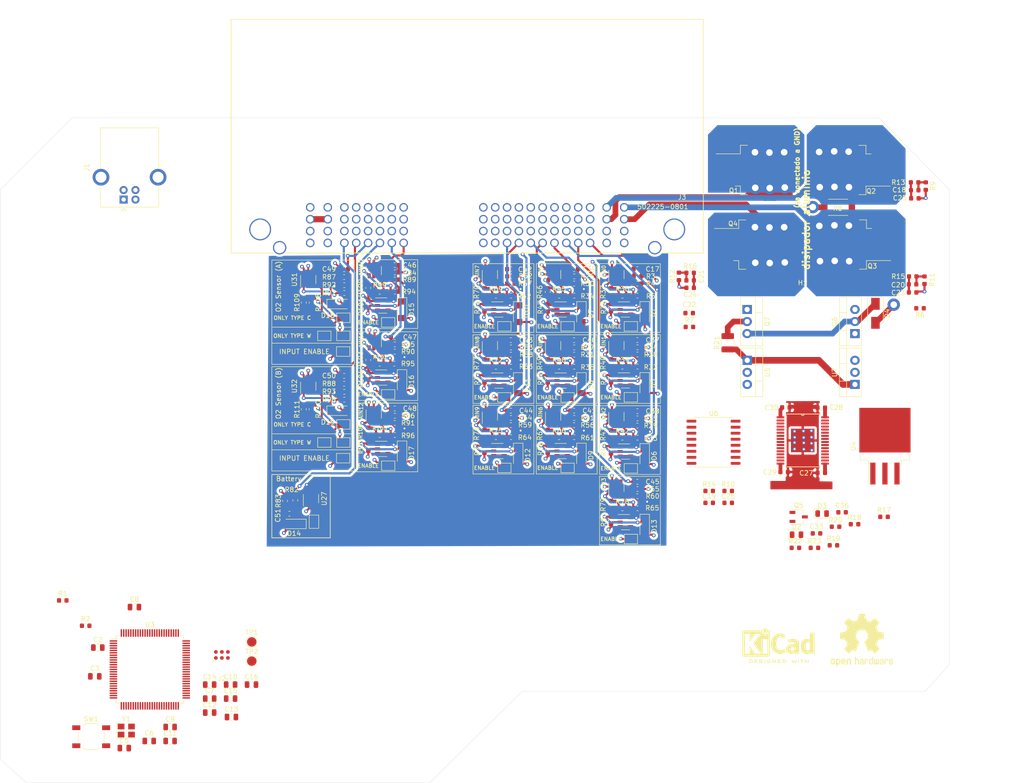
<source format=kicad_pcb>
(kicad_pcb (version 20171130) (host pcbnew 5.1.6)
  (layers (0 F.Cu signal) (1 In1.Cu signal) (2 In2.Cu signal) (31 B.Cu signal) (34 B.Paste user) (35 F.Paste user hide) (36 B.SilkS user hide) (37 F.SilkS user) (38 B.Mask user hide) (39 F.Mask user) (44 Edge.Cuts user))
  (net 0 "")
  (net 1 GND)
  (net 2 /INY3)
  (net 3 /INY4)
  (net 4 /INY2)
  (net 5 /INY1)
  (net 6 +5V)
  (net 7 OSC_IN)
  (net 8 OSC_OUT)
  (net 9 +3V3)
  (net 10 "Net-(C7-Pad1)")
  (net 11 "Net-(C8-Pad1)")
  (net 12 /NRST)
  (net 13 "Net-(J1-Pad5)")
  (net 14 /USB_D+)
  (net 15 /USB_D-)
  (net 16 "Net-(J1-Pad1)")
  (net 17 /SYS_SWO)
  (net 18 /SYS_SWCLK)
  (net 19 /SYS_SWDIO)
  (net 20 "Net-(R2-Pad1)")
  (net 21 "Net-(TP2-Pad1)")
  (net 22 "Net-(U3-Pad15)")
  (net 23 "Net-(U3-Pad9)")
  (net 24 "Net-(U3-Pad8)")
  (net 25 "Net-(U3-Pad7)")
  (net 26 /ECN2)
  (net 27 /ECN3)
  (net 28 /ECN4)
  (net 29 "Net-(U3-Pad98)")
  (net 30 "Net-(U3-Pad97)")
  (net 31 "Net-(U3-Pad90)")
  (net 32 "Net-(U3-Pad88)")
  (net 33 "Net-(U3-Pad87)")
  (net 34 "Net-(U3-Pad86)")
  (net 35 "Net-(U3-Pad85)")
  (net 36 "Net-(U3-Pad84)")
  (net 37 "Net-(U3-Pad83)")
  (net 38 "Net-(U3-Pad82)")
  (net 39 "Net-(U3-Pad81)")
  (net 40 "Net-(U3-Pad80)")
  (net 41 "Net-(U3-Pad79)")
  (net 42 "Net-(U3-Pad78)")
  (net 43 "Net-(U3-Pad77)")
  (net 44 "Net-(U3-Pad69)")
  (net 45 "Net-(U3-Pad68)")
  (net 46 "Net-(U3-Pad67)")
  (net 47 "Net-(U3-Pad66)")
  (net 48 "Net-(U3-Pad65)")
  (net 49 "Net-(U3-Pad64)")
  (net 50 "Net-(U3-Pad63)")
  (net 51 /ECN1)
  (net 52 "Net-(U3-Pad46)")
  (net 53 "Net-(U3-Pad45)")
  (net 54 "Net-(U3-Pad44)")
  (net 55 "Net-(U3-Pad42)")
  (net 56 "Net-(U3-Pad41)")
  (net 57 "Net-(U3-Pad40)")
  (net 58 "Net-(U3-Pad39)")
  (net 59 "Net-(U3-Pad38)")
  (net 60 "Net-(U3-Pad36)")
  (net 61 "Net-(U3-Pad35)")
  (net 62 "Net-(U3-Pad34)")
  (net 63 "Net-(U3-Pad33)")
  (net 64 "Net-(U3-Pad32)")
  (net 65 "Net-(U3-Pad31)")
  (net 66 "Net-(U3-Pad30)")
  (net 67 "Net-(U3-Pad29)")
  (net 68 "Net-(U3-Pad26)")
  (net 69 "Net-(U3-Pad25)")
  (net 70 "Net-(U3-Pad24)")
  (net 71 "Net-(U3-Pad23)")
  (net 72 "Net-(U3-Pad18)")
  (net 73 "Net-(U3-Pad17)")
  (net 74 "Net-(U3-Pad16)")
  (net 75 "Net-(U3-Pad4)")
  (net 76 "Net-(U3-Pad3)")
  (net 77 "Net-(U3-Pad2)")
  (net 78 "Net-(U3-Pad1)")
  (net 79 /PMIC_ENABLE)
  (net 80 /PMIC_MAXI)
  (net 81 /PMIC_NOMI)
  (net 82 /PMIC_SPARK)
  (net 83 /SPI2_MISO)
  (net 84 /SPI2_SCK)
  (net 85 /PMIC_CS)
  (net 86 /PWM_ENABLE_1)
  (net 87 /PWM_ENABLE_2)
  (net 88 /PAP_ENABLE)
  (net 89 /MTR_M1)
  (net 90 /MTR_M_2)
  (net 91 /SPI2_MOSI)
  (net 92 /GNC_GLP)
  (net 93 /RSN)
  (net 94 /RSP)
  (net 95 "Net-(C22-Pad2)")
  (net 96 /Sheet5FA9324A/GD1)
  (net 97 /Sheet5FA9324A/GD0)
  (net 98 /Sheet5FA9324A/GD2)
  (net 99 /Sheet5FA9324A/GD3)
  (net 100 /Sheet5FA9324A/FB0)
  (net 101 CONN_1)
  (net 102 /Sheet5FA9324A/FB1)
  (net 103 CONN_2)
  (net 104 /Sheet5FA9324A/FB2)
  (net 105 /Sheet5FA9324A/FB3)
  (net 106 CONN_62)
  (net 107 CONN_61)
  (net 108 CONN_42)
  (net 109 CONN_41)
  (net 110 CONN_78)
  (net 111 CONN_77)
  (net 112 CONN_76)
  (net 113 CONN_75)
  (net 114 CONN_74)
  (net 115 CONN_73)
  (net 116 CONN_72)
  (net 117 CONN_71)
  (net 118 CONN_70)
  (net 119 CONN_69)
  (net 120 CONN_68)
  (net 121 CONN_67)
  (net 122 CONN_66)
  (net 123 CONN_65)
  (net 124 CONN_64)
  (net 125 CONN_63)
  (net 126 CONN_58)
  (net 127 CONN_57)
  (net 128 CONN_56)
  (net 129 CONN_55)
  (net 130 CONN_54)
  (net 131 CONN_53)
  (net 132 CONN_52)
  (net 133 CONN_51)
  (net 134 CONN_50)
  (net 135 CONN_49)
  (net 136 CONN_48)
  (net 137 CONN_47)
  (net 138 CONN_46)
  (net 139 CONN_45)
  (net 140 CONN_44)
  (net 141 CONN_43)
  (net 142 CONN_40)
  (net 143 CONN_39)
  (net 144 CONN_22)
  (net 145 CONN_21)
  (net 146 CONN_20)
  (net 147 CONN_19)
  (net 148 CONN_18)
  (net 149 CONN_17)
  (net 150 CONN_16)
  (net 151 CONN_15)
  (net 152 CONN_14)
  (net 153 CONN_13)
  (net 154 CONN_12)
  (net 155 CONN_11)
  (net 156 CONN_10)
  (net 157 CONN_9)
  (net 158 CONN_8)
  (net 159 CONN_7)
  (net 160 CONN_6)
  (net 161 CONN_5)
  (net 162 CONN_4)
  (net 163 CONN_3)
  (net 164 +12VA)
  (net 165 +12V)
  (net 166 "Net-(D1-Pad1)")
  (net 167 "Net-(D18-Pad1)")
  (net 168 "Net-(R5-Pad1)")
  (net 169 "Net-(R36-Pad2)")
  (net 170 "Net-(R36-Pad1)")
  (net 171 "Net-(R97-Pad1)")
  (net 172 /Sensores/PA0)
  (net 173 /Sensores/PC0)
  (net 174 "Net-(JP2-Pad1)")
  (net 175 "Net-(JP15-Pad1)")
  (net 176 "Net-(JP17-Pad2)")
  (net 177 "Net-(JP18-Pad2)")
  (net 178 "Net-(D5-Pad1)")
  (net 179 "Net-(D6-Pad1)")
  (net 180 "Net-(D7-Pad1)")
  (net 181 "Net-(D8-Pad1)")
  (net 182 "Net-(JP1-Pad1)")
  (net 183 /Sensores/PA1)
  (net 184 "Net-(JP3-Pad1)")
  (net 185 /Sensores/PA2)
  (net 186 "Net-(JP4-Pad1)")
  (net 187 /Sensores/PA3)
  (net 188 "Net-(JP5-Pad1)")
  (net 189 /Sensores/PA4)
  (net 190 "Net-(R32-Pad1)")
  (net 191 "Net-(R33-Pad1)")
  (net 192 "Net-(R34-Pad1)")
  (net 193 "Net-(R35-Pad1)")
  (net 194 "Net-(R39-Pad1)")
  (net 195 "Net-(R39-Pad2)")
  (net 196 "Net-(R42-Pad2)")
  (net 197 "Net-(R42-Pad1)")
  (net 198 "Net-(R45-Pad2)")
  (net 199 "Net-(R45-Pad1)")
  (net 200 "Net-(R48-Pad2)")
  (net 201 "Net-(R48-Pad1)")
  (net 202 "Net-(C33-Pad1)")
  (net 203 "Net-(C36-Pad1)")
  (net 204 "Net-(D2-Pad1)")
  (net 205 "Net-(D3-Pad1)")
  (net 206 "Net-(D4-Pad1)")
  (net 207 "Net-(D9-Pad1)")
  (net 208 "Net-(D10-Pad1)")
  (net 209 "Net-(D11-Pad1)")
  (net 210 "Net-(D12-Pad1)")
  (net 211 "Net-(D13-Pad1)")
  (net 212 "Net-(D15-Pad1)")
  (net 213 "Net-(D16-Pad1)")
  (net 214 "Net-(D17-Pad1)")
  (net 215 "Net-(D19-Pad1)")
  (net 216 "Net-(JP6-Pad1)")
  (net 217 /Sensores/PA5)
  (net 218 "Net-(JP7-Pad1)")
  (net 219 /Sensores/PA6)
  (net 220 "Net-(JP8-Pad1)")
  (net 221 /Sensores/PA7)
  (net 222 "Net-(JP9-Pad1)")
  (net 223 /Sensores/PB0)
  (net 224 "Net-(JP10-Pad1)")
  (net 225 /Sensores/PB1)
  (net 226 "Net-(JP11-Pad1)")
  (net 227 /Sensores/PC5)
  (net 228 "Net-(JP12-Pad1)")
  (net 229 /Sensores/PC4)
  (net 230 "Net-(JP13-Pad1)")
  (net 231 /Sensores/PC3)
  (net 232 "Net-(JP14-Pad1)")
  (net 233 /Sensores/PC2)
  (net 234 "Net-(JP16-Pad1)")
  (net 235 "Net-(Q5-Pad3)")
  (net 236 "Net-(Q6-Pad1)")
  (net 237 "Net-(Q7-Pad2)")
  (net 238 "Net-(Q7-Pad1)")
  (net 239 "Net-(R22-Pad2)")
  (net 240 "Net-(R61-Pad1)")
  (net 241 "Net-(R62-Pad1)")
  (net 242 "Net-(R63-Pad1)")
  (net 243 "Net-(R64-Pad1)")
  (net 244 "Net-(R65-Pad1)")
  (net 245 "Net-(R66-Pad2)")
  (net 246 "Net-(R66-Pad1)")
  (net 247 "Net-(R69-Pad2)")
  (net 248 "Net-(R69-Pad1)")
  (net 249 "Net-(R72-Pad2)")
  (net 250 "Net-(R72-Pad1)")
  (net 251 "Net-(R75-Pad2)")
  (net 252 "Net-(R75-Pad1)")
  (net 253 "Net-(R78-Pad2)")
  (net 254 "Net-(R78-Pad1)")
  (net 255 "Net-(R94-Pad1)")
  (net 256 "Net-(R95-Pad1)")
  (net 257 "Net-(R96-Pad1)")
  (net 258 "Net-(R98-Pad1)")
  (net 259 "Net-(R100-Pad2)")
  (net 260 "Net-(R99-Pad1)")
  (net 261 "Net-(R102-Pad2)")
  (net 262 "Net-(R102-Pad1)")
  (net 263 "Net-(R105-Pad2)")
  (net 264 "Net-(R105-Pad1)")
  (net 265 "Net-(U6-Pad11)")
  (net 266 "Net-(U6-Pad10)")
  (net 267 "Net-(U6-Pad8)")
  (net 268 "Net-(U6-Pad7)")
  (net 269 "Net-(U6-Pad6)")
  (net 270 "Net-(JP20-Pad2)")
  (net 271 "Net-(JP21-Pad2)")
  (net 272 "Net-(C51-Pad1)")
  (module Capacitor_SMD:C_0603_1608Metric (layer F.Cu) (at 89.0525 123.571 180)
    (fp_text reference C51 (at 2.4385 -0.381 90) (layer F.SilkS))
    (fp_text value 240pF)
    (pad 1 smd roundrect (at -0.7875 0 180) (size 0.875 0.95) (layers F.Cu F.Paste F.Mask) (net 272 "Net-(C51-Pad1)"))
    (pad 2 smd roundrect (at 0.7875 0 180) (size 0.875 0.95) (layers F.Cu F.Paste F.Mask) (net 1 GND))
  )
  (module Package_TO_SOT_SMD:SOT-23-5 (layer F.Cu) (at 93.599 120.396 90)
    (fp_text reference U27 (at 0 2.794 90) (layer F.SilkS))
    (fp_text value LM321)
    (pad 1 smd rect (at -1.1 -0.95 90) (size 1.06 0.65) (layers F.Cu F.Paste F.Mask) (net 272 "Net-(C51-Pad1)"))
    (pad 2 smd rect (at -1.1 0 90) (size 1.06 0.65) (layers F.Cu F.Paste F.Mask) (net 1 GND))
    (pad 3 smd rect (at -1.1 0.95 90) (size 1.06 0.65) (layers F.Cu F.Paste F.Mask) (net 226 "Net-(JP11-Pad1)"))
    (pad 4 smd rect (at 1.1 0.95 90) (size 1.06 0.65) (layers F.Cu F.Paste F.Mask) (net 226 "Net-(JP11-Pad1)"))
    (pad 5 smd rect (at 1.1 -0.95 90) (size 1.06 0.65) (layers F.Cu F.Paste F.Mask) (net 6 +5V))
  )
  (module Resistor_SMD:R_0603_1608Metric (layer F.Cu) (at 88.138 120.8785 90)
    (fp_text reference R83 (at 0 -1.43 90) (layer F.SilkS))
    (fp_text value "20k  1/10W +-1%")
    (pad 1 smd roundrect (at -0.7875 0 90) (size 0.875 0.95) (layers F.Cu F.Paste F.Mask) (net 272 "Net-(C51-Pad1)"))
    (pad 2 smd roundrect (at 0.7875 0 90) (size 0.875 0.95) (layers F.Cu F.Paste F.Mask) (net 1 GND))
  )
  (module Resistor_SMD:R_0603_1608Metric (layer F.Cu) (at 90.297 120.7515 90)
    (fp_text reference R82 (at 2.2605 -0.762 180) (layer F.SilkS))
    (fp_text value "100k 1/10W +-1%")
    (pad 1 smd roundrect (at -0.7875 0 90) (size 0.875 0.95) (layers F.Cu F.Paste F.Mask) (net 272 "Net-(C51-Pad1)"))
    (pad 2 smd roundrect (at 0.7875 0 90) (size 0.875 0.95) (layers F.Cu F.Paste F.Mask) (net 148 CONN_18))
  )
  (module Jumper:SolderJumper-2_P1.3mm_Open_TrianglePad1.0x1.5mm (layer F.Cu) (at 94.234 125.259 270)
    (fp_text reference JP11 hide)
    (fp_text value Jumper_NC_Small)
    (pad 2 smd custom (at 0.725 0 270) (size 0.3 0.3) (layers F.Cu F.Mask) (net 227 /Sensores/PC5) (options (clearance outline) (anchor rect)) (primitives (gr_poly (pts (xy -0.65 -0.75) (xy 0.5 -0.75) (xy 0.5 0.75) (xy -0.65 0.75) (xy -0.15 0)) (width 0))))
    (pad 1 smd custom (at -0.725 0 270) (size 0.3 0.3) (layers F.Cu F.Mask) (net 226 "Net-(JP11-Pad1)") (options (clearance outline) (anchor rect)) (primitives (gr_poly (pts (xy -0.5 -0.75) (xy 0.5 -0.75) (xy 1 0) (xy 0.5 0.75) (xy -0.5 0.75)) (width 0))))
  )
  (module Diode_SMD:D_MiniMELF (layer F.Cu) (at 90.043 125.73 180)
    (fp_text reference D14 (at 0 -2) (layer F.SilkS))
    (fp_text value DZ2S033X0L)
    (pad 1 smd rect (at -1.75 0 180) (size 1.3 1.7) (layers F.Cu F.Paste F.Mask) (net 272 "Net-(C51-Pad1)"))
    (pad 2 smd rect (at 1.75 0 180) (size 1.3 1.7) (layers F.Cu F.Paste F.Mask) (net 1 GND))
  )
  (module Resistor_SMD:R_0603_1608Metric (layer F.Cu) (at 199.735 130.766)
    (fp_text reference R23 (at 0 -1.43) (layer F.SilkS))
    (fp_text value "4.99K 1/10W")
    (pad 2 smd roundrect (at 0.7875 0) (size 0.875 0.95) (layers F.Cu F.Paste F.Mask) (net 239 "Net-(R22-Pad2)"))
    (pad 1 smd roundrect (at -0.7875 0) (size 0.875 0.95) (layers F.Cu F.Paste F.Mask) (net 1 GND))
  )
  (module Resistor_SMD:R_0603_1608Metric (layer F.Cu) (at 195.725 130.766)
    (fp_text reference R22 (at 0 -1.43) (layer F.SilkS))
    (fp_text value "57.6K 1/10W")
    (pad 2 smd roundrect (at 0.7875 0) (size 0.875 0.95) (layers F.Cu F.Paste F.Mask) (net 239 "Net-(R22-Pad2)"))
    (pad 1 smd roundrect (at -0.7875 0) (size 0.875 0.95) (layers F.Cu F.Paste F.Mask) (net 165 +12V))
  )
  (module Resistor_SMD:R_0603_1608Metric (layer F.Cu) (at 204.185 126.316)
    (fp_text reference R20 (at 0 -1.43) (layer F.SilkS))
    (fp_text value "10R 1/10W")
    (pad 2 smd roundrect (at 0.7875 0) (size 0.875 0.95) (layers F.Cu F.Paste F.Mask) (net 202 "Net-(C33-Pad1)"))
    (pad 1 smd roundrect (at -0.7875 0) (size 0.875 0.95) (layers F.Cu F.Paste F.Mask) (net 238 "Net-(Q7-Pad1)"))
  )
  (module Resistor_SMD:R_0603_1608Metric (layer F.Cu) (at 203.745 130.236)
    (fp_text reference R19 (at 0 -1.43) (layer F.SilkS))
    (fp_text value "1M 1/10W")
    (pad 2 smd roundrect (at 0.7875 0) (size 0.875 0.95) (layers F.Cu F.Paste F.Mask) (net 235 "Net-(Q5-Pad3)"))
    (pad 1 smd roundrect (at -0.7875 0) (size 0.875 0.95) (layers F.Cu F.Paste F.Mask) (net 202 "Net-(C33-Pad1)"))
  )
  (module Resistor_SMD:R_0603_1608Metric (layer F.Cu) (at 208.195 125.786)
    (fp_text reference R18 (at 0 -1.43) (layer F.SilkS))
    (fp_text value "10R 1/10W")
    (pad 2 smd roundrect (at 0.7875 0) (size 0.875 0.95) (layers F.Cu F.Paste F.Mask) (net 235 "Net-(Q5-Pad3)"))
    (pad 1 smd roundrect (at -0.7875 0) (size 0.875 0.95) (layers F.Cu F.Paste F.Mask) (net 236 "Net-(Q6-Pad1)"))
  )
  (module Resistor_SMD:R_0603_1608Metric (layer F.Cu) (at 177.546 118.775)
    (fp_text reference R14 (at 0 -1.43) (layer F.SilkS))
    (fp_text value 36K)
    (pad 2 smd roundrect (at 0.7875 0) (size 0.875 0.95) (layers F.Cu F.Paste F.Mask) (net 108 CONN_42))
    (pad 1 smd roundrect (at -0.7875 0) (size 0.875 0.95) (layers F.Cu F.Paste F.Mask) (net 102 /Sheet5FA9324A/FB1))
  )
  (module Resistor_SMD:R_0603_1608Metric (layer F.Cu) (at 181.556 118.775)
    (fp_text reference R10 (at 0 -1.43) (layer F.SilkS))
    (fp_text value 4.02k)
    (pad 2 smd roundrect (at 0.7875 0) (size 0.875 0.95) (layers F.Cu F.Paste F.Mask) (net 102 /Sheet5FA9324A/FB1))
    (pad 1 smd roundrect (at -0.7875 0) (size 0.875 0.95) (layers F.Cu F.Paste F.Mask) (net 1 GND))
  )
  (module Package_TO_SOT_SMD:TSOT-23 (layer F.Cu) (at 196.415 124.246)
    (fp_text reference Q5 (at 0 -2.45) (layer F.SilkS))
    (fp_text value 2N3904)
    (pad 3 smd rect (at 1.31 0) (size 1.22 0.65) (layers F.Cu F.Paste F.Mask) (net 235 "Net-(Q5-Pad3)"))
    (pad 2 smd rect (at -1.31 0.95) (size 1.22 0.65) (layers F.Cu F.Paste F.Mask) (net 204 "Net-(D2-Pad1)"))
    (pad 1 smd rect (at -1.31 -0.95) (size 1.22 0.65) (layers F.Cu F.Paste F.Mask) (net 164 +12VA))
  )
  (module Diode_SMD:D_0805_2012Metric (layer F.Cu) (at 201.355 123.541)
    (fp_text reference D3 (at 0 -1.65) (layer F.SilkS))
    (fp_text value 1N4148)
    (pad 2 smd roundrect (at 0.9375 0) (size 0.975 1.4) (layers F.Cu F.Paste F.Mask) (net 1 GND))
    (pad 1 smd roundrect (at -0.9375 0) (size 0.975 1.4) (layers F.Cu F.Paste F.Mask) (net 205 "Net-(D3-Pad1)"))
  )
  (module Diode_SMD:D_0805_2012Metric (layer F.Cu) (at 195.965 127.991)
    (fp_text reference D2 (at 0 -1.65) (layer F.SilkS))
    (fp_text value 1N4148)
    (pad 2 smd roundrect (at 0.9375 0) (size 0.975 1.4) (layers F.Cu F.Paste F.Mask) (net 164 +12VA))
    (pad 1 smd roundrect (at -0.9375 0) (size 0.975 1.4) (layers F.Cu F.Paste F.Mask) (net 204 "Net-(D2-Pad1)"))
  )
  (module Capacitor_SMD:C_0603_1608Metric (layer F.Cu) (at 205.565 123.276)
    (fp_text reference C36 (at 0 -1.43) (layer F.SilkS))
    (fp_text value 0.1uF)
    (pad 2 smd roundrect (at 0.7875 0) (size 0.875 0.95) (layers F.Cu F.Paste F.Mask) (net 1 GND))
    (pad 1 smd roundrect (at -0.7875 0) (size 0.875 0.95) (layers F.Cu F.Paste F.Mask) (net 203 "Net-(C36-Pad1)"))
  )
  (module Capacitor_SMD:C_0603_1608Metric (layer F.Cu) (at 200.175 127.726)
    (fp_text reference C33 (at 0 -1.43) (layer F.SilkS))
    (fp_text value 47nF)
    (pad 2 smd roundrect (at 0.7875 0) (size 0.875 0.95) (layers F.Cu F.Paste F.Mask) (net 1 GND))
    (pad 1 smd roundrect (at -0.7875 0) (size 0.875 0.95) (layers F.Cu F.Paste F.Mask) (net 202 "Net-(C33-Pad1)"))
  )
  (module Capacitor_SMD:C_0603_1608Metric (layer F.Cu) (at 181.556 121.285)
    (fp_text reference C26 (at 0 -1.43) (layer F.SilkS))
    (fp_text value 10nF)
    (pad 2 smd roundrect (at 0.7875 0) (size 0.875 0.95) (layers F.Cu F.Paste F.Mask) (net 1 GND))
    (pad 1 smd roundrect (at -0.7875 0) (size 0.875 0.95) (layers F.Cu F.Paste F.Mask) (net 108 CONN_42))
  )
  (module Capacitor_SMD:C_0603_1608Metric (layer F.Cu) (at 177.546 121.285)
    (fp_text reference C19 (at 0 -1.43) (layer F.SilkS))
    (fp_text value 10pF)
    (pad 2 smd roundrect (at 0.7875 0) (size 0.875 0.95) (layers F.Cu F.Paste F.Mask) (net 102 /Sheet5FA9324A/FB1))
    (pad 1 smd roundrect (at -0.7875 0) (size 0.875 0.95) (layers F.Cu F.Paste F.Mask) (net 108 CONN_42))
  )
  (module Resistor_SMD:R_0603_1608Metric (layer F.Cu) (at 111.1505 91.948)
    (fp_text reference R95 (at 2.8955 0) (layer F.SilkS))
    (fp_text value 2.2k)
    (pad 2 smd roundrect (at 0.7875 0) (size 0.875 0.95) (layers F.Cu F.Paste F.Mask) (net 152 CONN_14))
    (pad 1 smd roundrect (at -0.7875 0) (size 0.875 0.95) (layers F.Cu F.Paste F.Mask) (net 256 "Net-(R95-Pad1)"))
  )
  (module Resistor_SMD:R_0603_1608Metric (layer F.Cu) (at 214.411 124.228)
    (fp_text reference R17 (at 0 -1.43) (layer F.SilkS))
    (fp_text value "10K 1/10W")
    (pad 2 smd roundrect (at 0.7875 0) (size 0.875 0.95) (layers F.Cu F.Paste F.Mask) (net 205 "Net-(D3-Pad1)"))
    (pad 1 smd roundrect (at -0.7875 0) (size 0.875 0.95) (layers F.Cu F.Paste F.Mask) (net 204 "Net-(D2-Pad1)"))
  )
  (module Resistor_SMD:R_0603_1608Metric (layer F.Cu) (at 108.1024 106.9848 180)
    (fp_text reference R105 (at 0 1.397) (layer F.SilkS) (effects (font (size 0.8 0.8))))
    (fp_text value "16k 1/10W +-1%" hide)
    (pad 2 smd roundrect (at 0.7875 0 180) (size 0.875 0.95) (layers F.Cu F.Paste F.Mask) (net 263 "Net-(R105-Pad2)"))
    (pad 1 smd roundrect (at -0.7875 0 180) (size 0.875 0.95) (layers F.Cu F.Paste F.Mask) (net 264 "Net-(R105-Pad1)"))
  )
  (module Package_TO_SOT_SMD:SOT-23-5 (layer F.Cu) (at 106.8324 102.5398 90)
    (fp_text reference U30 hide)
    (fp_text value LM321 hide)
    (pad 1 smd rect (at -1.1 -0.95 90) (size 1.06 0.65) (layers F.Cu F.Paste F.Mask) (net 257 "Net-(R96-Pad1)"))
    (pad 2 smd rect (at -1.1 0 90) (size 1.06 0.65) (layers F.Cu F.Paste F.Mask) (net 1 GND))
    (pad 3 smd rect (at -1.1 0.95 90) (size 1.06 0.65) (layers F.Cu F.Paste F.Mask) (net 264 "Net-(R105-Pad1)"))
    (pad 4 smd rect (at 1.1 0.95 90) (size 1.06 0.65) (layers F.Cu F.Paste F.Mask) (net 264 "Net-(R105-Pad1)"))
    (pad 5 smd rect (at 1.1 -0.95 90) (size 1.06 0.65) (layers F.Cu F.Paste F.Mask) (net 165 +12V))
  )
  (module Capacitor_SMD:C_0603_1608Metric (layer F.Cu) (at 111.2519 101.3968)
    (fp_text reference C48 (at 3.2005 0) (layer F.SilkS))
    (fp_text value 240pF hide)
    (pad 2 smd roundrect (at 0.7875 0) (size 0.875 0.95) (layers F.Cu F.Paste F.Mask) (net 1 GND))
    (pad 1 smd roundrect (at -0.7875 0) (size 0.875 0.95) (layers F.Cu F.Paste F.Mask) (net 151 CONN_15))
  )
  (module Resistor_SMD:R_0603_1608Metric (layer F.Cu) (at 111.2774 102.9208)
    (fp_text reference R86 (at 2.794 0) (layer F.SilkS))
    (fp_text value "3.32k +-1%" hide)
    (pad 2 smd roundrect (at 0.7875 0) (size 0.875 0.95) (layers F.Cu F.Paste F.Mask) (net 1 GND))
    (pad 1 smd roundrect (at -0.7875 0) (size 0.875 0.95) (layers F.Cu F.Paste F.Mask) (net 151 CONN_15))
  )
  (module Resistor_SMD:R_0603_1608Metric (layer F.Cu) (at 105.6894 109.5503 270)
    (fp_text reference R107 (at -0.089 1.524 90) (layer F.SilkS) (effects (font (size 0.8 0.8))))
    (fp_text value "33k  1/10W +-1%" hide)
    (pad 2 smd roundrect (at 0.7875 0 270) (size 0.875 0.95) (layers F.Cu F.Paste F.Mask) (net 1 GND))
    (pad 1 smd roundrect (at -0.7875 0 270) (size 0.875 0.95) (layers F.Cu F.Paste F.Mask) (net 214 "Net-(D17-Pad1)"))
  )
  (module Resistor_SMD:R_0603_1608Metric (layer F.Cu) (at 105.6894 106.1973 90)
    (fp_text reference R106 (at -0.0255 -1.651 90) (layer F.SilkS) (effects (font (size 0.8 0.8))))
    (fp_text value "1k 1/10W +-1%" hide)
    (pad 2 smd roundrect (at 0.7875 0 90) (size 0.875 0.95) (layers F.Cu F.Paste F.Mask) (net 263 "Net-(R105-Pad2)"))
    (pad 1 smd roundrect (at -0.7875 0 90) (size 0.875 0.95) (layers F.Cu F.Paste F.Mask) (net 214 "Net-(D17-Pad1)"))
  )
  (module Jumper:SolderJumper-2_P1.3mm_Open_TrianglePad1.0x1.5mm (layer F.Cu) (at 109.8804 113.4618 180)
    (fp_text reference JP14 hide)
    (fp_text value Jumper_NC_Small hide)
    (pad 2 smd custom (at 0.725 0 180) (size 0.3 0.3) (layers F.Cu F.Mask) (net 233 /Sensores/PC2) (options (clearance outline) (anchor rect)) (primitives (gr_poly (pts (xy -0.65 -0.75) (xy 0.5 -0.75) (xy 0.5 0.75) (xy -0.65 0.75) (xy -0.15 0)) (width 0))))
    (pad 1 smd custom (at -0.725 0 180) (size 0.3 0.3) (layers F.Cu F.Mask) (net 232 "Net-(JP14-Pad1)") (options (clearance outline) (anchor rect)) (primitives (gr_poly (pts (xy -0.5 -0.75) (xy 0.5 -0.75) (xy 1 0) (xy 0.5 0.75) (xy -0.5 0.75)) (width 0))))
  )
  (module Resistor_SMD:R_0603_1608Metric (layer F.Cu) (at 111.2519 104.4448)
    (fp_text reference R91 (at 2.8195 0) (layer F.SilkS))
    (fp_text value "28.6k +-1%" hide)
    (pad 2 smd roundrect (at 0.7875 0) (size 0.875 0.95) (layers F.Cu F.Paste F.Mask) (net 6 +5V))
    (pad 1 smd roundrect (at -0.7875 0) (size 0.875 0.95) (layers F.Cu F.Paste F.Mask) (net 151 CONN_15))
  )
  (module Package_TO_SOT_SMD:SOT-23-5 (layer F.Cu) (at 108.7374 109.9058)
    (fp_text reference U35 hide)
    (fp_text value LM321 hide)
    (pad 5 smd rect (at 1.1 -0.95) (size 1.06 0.65) (layers F.Cu F.Paste F.Mask) (net 6 +5V))
    (pad 4 smd rect (at 1.1 0.95) (size 1.06 0.65) (layers F.Cu F.Paste F.Mask) (net 232 "Net-(JP14-Pad1)"))
    (pad 3 smd rect (at -1.1 0.95) (size 1.06 0.65) (layers F.Cu F.Paste F.Mask) (net 232 "Net-(JP14-Pad1)"))
    (pad 2 smd rect (at -1.1 0) (size 1.06 0.65) (layers F.Cu F.Paste F.Mask) (net 1 GND))
    (pad 1 smd rect (at -1.1 -0.95) (size 1.06 0.65) (layers F.Cu F.Paste F.Mask) (net 214 "Net-(D17-Pad1)"))
  )
  (module Resistor_SMD:R_0603_1608Metric (layer F.Cu) (at 111.2774 106.9848)
    (fp_text reference R96 (at 2.794 0.127) (layer F.SilkS))
    (fp_text value 2.2k hide)
    (pad 2 smd roundrect (at 0.7875 0) (size 0.875 0.95) (layers F.Cu F.Paste F.Mask) (net 151 CONN_15))
    (pad 1 smd roundrect (at -0.7875 0) (size 0.875 0.95) (layers F.Cu F.Paste F.Mask) (net 257 "Net-(R96-Pad1)"))
  )
  (module Diode_SMD:D_MiniMELF (layer F.Cu) (at 112.8014 110.7948 270)
    (fp_text reference D17 (at 0 -2 90) (layer F.SilkS))
    (fp_text value DZ2S033X0L)
    (pad 2 smd rect (at 1.75 0 270) (size 1.3 1.7) (layers F.Cu F.Paste F.Mask) (net 1 GND))
    (pad 1 smd rect (at -1.75 0 270) (size 1.3 1.7) (layers F.Cu F.Paste F.Mask) (net 214 "Net-(D17-Pad1)"))
  )
  (module Resistor_SMD:R_0603_1608Metric (layer F.Cu) (at 108.1024 91.948 180)
    (fp_text reference R102 (at -0.1016 1.397) (layer F.SilkS) (effects (font (size 0.8 0.8))))
    (fp_text value "16k 1/10W +-1%" hide)
    (pad 2 smd roundrect (at 0.7875 0 180) (size 0.875 0.95) (layers F.Cu F.Paste F.Mask) (net 261 "Net-(R102-Pad2)"))
    (pad 1 smd roundrect (at -0.7875 0 180) (size 0.875 0.95) (layers F.Cu F.Paste F.Mask) (net 262 "Net-(R102-Pad1)"))
  )
  (module Package_TO_SOT_SMD:SOT-23-5 (layer F.Cu) (at 106.8324 87.503 90)
    (fp_text reference U29 hide)
    (fp_text value LM321 hide)
    (pad 1 smd rect (at -1.1 -0.95 90) (size 1.06 0.65) (layers F.Cu F.Paste F.Mask) (net 256 "Net-(R95-Pad1)"))
    (pad 2 smd rect (at -1.1 0 90) (size 1.06 0.65) (layers F.Cu F.Paste F.Mask) (net 1 GND))
    (pad 3 smd rect (at -1.1 0.95 90) (size 1.06 0.65) (layers F.Cu F.Paste F.Mask) (net 262 "Net-(R102-Pad1)"))
    (pad 4 smd rect (at 1.1 0.95 90) (size 1.06 0.65) (layers F.Cu F.Paste F.Mask) (net 262 "Net-(R102-Pad1)"))
    (pad 5 smd rect (at 1.1 -0.95 90) (size 1.06 0.65) (layers F.Cu F.Paste F.Mask) (net 165 +12V))
  )
  (module Capacitor_SMD:C_0603_1608Metric (layer F.Cu) (at 111.2519 86.36)
    (fp_text reference C47 (at 3.2005 0) (layer F.SilkS))
    (fp_text value 240pF hide)
    (pad 2 smd roundrect (at 0.7875 0) (size 0.875 0.95) (layers F.Cu F.Paste F.Mask) (net 1 GND))
    (pad 1 smd roundrect (at -0.7875 0) (size 0.875 0.95) (layers F.Cu F.Paste F.Mask) (net 152 CONN_14))
  )
  (module Resistor_SMD:R_0603_1608Metric (layer F.Cu) (at 111.2774 87.884)
    (fp_text reference R85 (at 2.794 0) (layer F.SilkS))
    (fp_text value "3.32k +-1%" hide)
    (pad 2 smd roundrect (at 0.7875 0) (size 0.875 0.95) (layers F.Cu F.Paste F.Mask) (net 1 GND))
    (pad 1 smd roundrect (at -0.7875 0) (size 0.875 0.95) (layers F.Cu F.Paste F.Mask) (net 152 CONN_14))
  )
  (module Resistor_SMD:R_0603_1608Metric (layer F.Cu) (at 105.6894 94.5135 270)
    (fp_text reference R104 (at 0.6095 1.524 90) (layer F.SilkS))
    (fp_text value "33k  1/10W +-1%" hide)
    (pad 2 smd roundrect (at 0.7875 0 270) (size 0.875 0.95) (layers F.Cu F.Paste F.Mask) (net 1 GND))
    (pad 1 smd roundrect (at -0.7875 0 270) (size 0.875 0.95) (layers F.Cu F.Paste F.Mask) (net 213 "Net-(D16-Pad1)"))
  )
  (module Resistor_SMD:R_0603_1608Metric (layer F.Cu) (at 105.6894 91.1605 90)
    (fp_text reference R103 (at -0.0255 -1.651 90) (layer F.SilkS))
    (fp_text value "1k 1/10W +-1%" hide)
    (pad 2 smd roundrect (at 0.7875 0 90) (size 0.875 0.95) (layers F.Cu F.Paste F.Mask) (net 261 "Net-(R102-Pad2)"))
    (pad 1 smd roundrect (at -0.7875 0 90) (size 0.875 0.95) (layers F.Cu F.Paste F.Mask) (net 213 "Net-(D16-Pad1)"))
  )
  (module Jumper:SolderJumper-2_P1.3mm_Open_TrianglePad1.0x1.5mm (layer F.Cu) (at 109.8804 98.425 180)
    (fp_text reference JP13 hide)
    (fp_text value Jumper_NC_Small hide)
    (pad 2 smd custom (at 0.725 0 180) (size 0.3 0.3) (layers F.Cu F.Mask) (net 231 /Sensores/PC3) (options (clearance outline) (anchor rect)) (primitives (gr_poly (pts (xy -0.65 -0.75) (xy 0.5 -0.75) (xy 0.5 0.75) (xy -0.65 0.75) (xy -0.15 0)) (width 0))))
    (pad 1 smd custom (at -0.725 0 180) (size 0.3 0.3) (layers F.Cu F.Mask) (net 230 "Net-(JP13-Pad1)") (options (clearance outline) (anchor rect)) (primitives (gr_poly (pts (xy -0.5 -0.75) (xy 0.5 -0.75) (xy 1 0) (xy 0.5 0.75) (xy -0.5 0.75)) (width 0))))
  )
  (module Resistor_SMD:R_0603_1608Metric (layer F.Cu) (at 111.2519 89.408)
    (fp_text reference R90 (at 2.8195 0) (layer F.SilkS))
    (fp_text value "28.6k +-1%" hide)
    (pad 2 smd roundrect (at 0.7875 0) (size 0.875 0.95) (layers F.Cu F.Paste F.Mask) (net 6 +5V))
    (pad 1 smd roundrect (at -0.7875 0) (size 0.875 0.95) (layers F.Cu F.Paste F.Mask) (net 152 CONN_14))
  )
  (module Package_TO_SOT_SMD:SOT-23-5 (layer F.Cu) (at 108.7374 94.869)
    (fp_text reference U34 hide)
    (fp_text value LM321 hide)
    (pad 5 smd rect (at 1.1 -0.95) (size 1.06 0.65) (layers F.Cu F.Paste F.Mask) (net 6 +5V))
    (pad 4 smd rect (at 1.1 0.95) (size 1.06 0.65) (layers F.Cu F.Paste F.Mask) (net 230 "Net-(JP13-Pad1)"))
    (pad 3 smd rect (at -1.1 0.95) (size 1.06 0.65) (layers F.Cu F.Paste F.Mask) (net 230 "Net-(JP13-Pad1)"))
    (pad 2 smd rect (at -1.1 0) (size 1.06 0.65) (layers F.Cu F.Paste F.Mask) (net 1 GND))
    (pad 1 smd rect (at -1.1 -0.95) (size 1.06 0.65) (layers F.Cu F.Paste F.Mask) (net 213 "Net-(D16-Pad1)"))
  )
  (module Diode_SMD:D_MiniMELF (layer F.Cu) (at 112.8014 95.758 270)
    (fp_text reference D16 (at 0 -2 90) (layer F.SilkS))
    (fp_text value DZ2S033X0L)
    (pad 2 smd rect (at 1.75 0 270) (size 1.3 1.7) (layers F.Cu F.Paste F.Mask) (net 1 GND))
    (pad 1 smd rect (at -1.75 0 270) (size 1.3 1.7) (layers F.Cu F.Paste F.Mask) (net 213 "Net-(D16-Pad1)"))
  )
  (module Resistor_SMD:R_0603_1608Metric (layer F.Cu) (at 108.1024 76.7588 180)
    (fp_text reference R99 (at 0 1.397) (layer F.SilkS))
    (fp_text value "16k 1/10W +-1%" hide)
    (pad 2 smd roundrect (at 0.7875 0 180) (size 0.875 0.95) (layers F.Cu F.Paste F.Mask) (net 259 "Net-(R100-Pad2)"))
    (pad 1 smd roundrect (at -0.7875 0 180) (size 0.875 0.95) (layers F.Cu F.Paste F.Mask) (net 260 "Net-(R99-Pad1)"))
  )
  (module Package_TO_SOT_SMD:SOT-23-5 (layer F.Cu) (at 106.8324 72.3138 90)
    (fp_text reference U28 hide)
    (fp_text value LM321 hide)
    (pad 1 smd rect (at -1.1 -0.95 90) (size 1.06 0.65) (layers F.Cu F.Paste F.Mask) (net 255 "Net-(R94-Pad1)"))
    (pad 2 smd rect (at -1.1 0 90) (size 1.06 0.65) (layers F.Cu F.Paste F.Mask) (net 1 GND))
    (pad 3 smd rect (at -1.1 0.95 90) (size 1.06 0.65) (layers F.Cu F.Paste F.Mask) (net 260 "Net-(R99-Pad1)"))
    (pad 4 smd rect (at 1.1 0.95 90) (size 1.06 0.65) (layers F.Cu F.Paste F.Mask) (net 260 "Net-(R99-Pad1)"))
    (pad 5 smd rect (at 1.1 -0.95 90) (size 1.06 0.65) (layers F.Cu F.Paste F.Mask) (net 165 +12V))
  )
  (module Capacitor_SMD:C_0603_1608Metric (layer F.Cu) (at 111.2519 71.1708)
    (fp_text reference C46 (at 3.1497 0) (layer F.SilkS))
    (fp_text value 240pF hide)
    (pad 2 smd roundrect (at 0.7875 0) (size 0.875 0.95) (layers F.Cu F.Paste F.Mask) (net 1 GND))
    (pad 1 smd roundrect (at -0.7875 0) (size 0.875 0.95) (layers F.Cu F.Paste F.Mask) (net 153 CONN_13))
  )
  (module Resistor_SMD:R_0603_1608Metric (layer F.Cu) (at 111.2774 72.6948)
    (fp_text reference R84 (at 3.1242 0.1016) (layer F.SilkS))
    (fp_text value "3.32k +-1%" hide)
    (pad 2 smd roundrect (at 0.7875 0) (size 0.875 0.95) (layers F.Cu F.Paste F.Mask) (net 1 GND))
    (pad 1 smd roundrect (at -0.7875 0) (size 0.875 0.95) (layers F.Cu F.Paste F.Mask) (net 153 CONN_13))
  )
  (module Resistor_SMD:R_0603_1608Metric (layer F.Cu) (at 105.6894 79.3243 270)
    (fp_text reference R101 (at 0.6349 1.524 90) (layer F.SilkS))
    (fp_text value "33k  1/10W +-1%" hide)
    (pad 2 smd roundrect (at 0.7875 0 270) (size 0.875 0.95) (layers F.Cu F.Paste F.Mask) (net 1 GND))
    (pad 1 smd roundrect (at -0.7875 0 270) (size 0.875 0.95) (layers F.Cu F.Paste F.Mask) (net 212 "Net-(D15-Pad1)"))
  )
  (module Resistor_SMD:R_0603_1608Metric (layer F.Cu) (at 105.6894 75.9713 90)
    (fp_text reference R100 (at -0.0255 -1.651 90) (layer F.SilkS))
    (fp_text value "1k 1/10W +-1%" hide)
    (pad 2 smd roundrect (at 0.7875 0 90) (size 0.875 0.95) (layers F.Cu F.Paste F.Mask) (net 259 "Net-(R100-Pad2)"))
    (pad 1 smd roundrect (at -0.7875 0 90) (size 0.875 0.95) (layers F.Cu F.Paste F.Mask) (net 212 "Net-(D15-Pad1)"))
  )
  (module Jumper:SolderJumper-2_P1.3mm_Open_TrianglePad1.0x1.5mm (layer F.Cu) (at 109.8804 83.2358 180)
    (fp_text reference JP12 hide)
    (fp_text value Jumper_NC_Small hide)
    (pad 2 smd custom (at 0.725 0 180) (size 0.3 0.3) (layers F.Cu F.Mask) (net 229 /Sensores/PC4) (options (clearance outline) (anchor rect)) (primitives (gr_poly (pts (xy -0.65 -0.75) (xy 0.5 -0.75) (xy 0.5 0.75) (xy -0.65 0.75) (xy -0.15 0)) (width 0))))
    (pad 1 smd custom (at -0.725 0 180) (size 0.3 0.3) (layers F.Cu F.Mask) (net 228 "Net-(JP12-Pad1)") (options (clearance outline) (anchor rect)) (primitives (gr_poly (pts (xy -0.5 -0.75) (xy 0.5 -0.75) (xy 1 0) (xy 0.5 0.75) (xy -0.5 0.75)) (width 0))))
  )
  (module Resistor_SMD:R_0603_1608Metric (layer F.Cu) (at 111.2519 74.2188)
    (fp_text reference R89 (at 3.0989 0) (layer F.SilkS))
    (fp_text value "28.6k +-1%" hide)
    (pad 2 smd roundrect (at 0.7875 0) (size 0.875 0.95) (layers F.Cu F.Paste F.Mask) (net 6 +5V))
    (pad 1 smd roundrect (at -0.7875 0) (size 0.875 0.95) (layers F.Cu F.Paste F.Mask) (net 153 CONN_13))
  )
  (module Package_TO_SOT_SMD:SOT-23-5 (layer F.Cu) (at 108.7374 79.6798)
    (fp_text reference U33 hide)
    (fp_text value LM321 hide)
    (pad 5 smd rect (at 1.1 -0.95) (size 1.06 0.65) (layers F.Cu F.Paste F.Mask) (net 6 +5V))
    (pad 4 smd rect (at 1.1 0.95) (size 1.06 0.65) (layers F.Cu F.Paste F.Mask) (net 228 "Net-(JP12-Pad1)"))
    (pad 3 smd rect (at -1.1 0.95) (size 1.06 0.65) (layers F.Cu F.Paste F.Mask) (net 228 "Net-(JP12-Pad1)"))
    (pad 2 smd rect (at -1.1 0) (size 1.06 0.65) (layers F.Cu F.Paste F.Mask) (net 1 GND))
    (pad 1 smd rect (at -1.1 -0.95) (size 1.06 0.65) (layers F.Cu F.Paste F.Mask) (net 212 "Net-(D15-Pad1)"))
  )
  (module Resistor_SMD:R_0603_1608Metric (layer F.Cu) (at 111.2774 76.7588)
    (fp_text reference R94 (at 2.9718 0) (layer F.SilkS))
    (fp_text value 2.2k hide)
    (pad 2 smd roundrect (at 0.7875 0) (size 0.875 0.95) (layers F.Cu F.Paste F.Mask) (net 153 CONN_13))
    (pad 1 smd roundrect (at -0.7875 0) (size 0.875 0.95) (layers F.Cu F.Paste F.Mask) (net 255 "Net-(R94-Pad1)"))
  )
  (module Diode_SMD:D_MiniMELF (layer F.Cu) (at 112.8014 80.5688 270)
    (fp_text reference D15 (at 0 -2 90) (layer F.SilkS))
    (fp_text value DZ2S033X0L)
    (pad 2 smd rect (at 1.75 0 270) (size 1.3 1.7) (layers F.Cu F.Paste F.Mask) (net 1 GND))
    (pad 1 smd rect (at -1.75 0 270) (size 1.3 1.7) (layers F.Cu F.Paste F.Mask) (net 212 "Net-(D15-Pad1)"))
  )
  (module Resistor_SMD:R_0603_1608Metric (layer F.Cu) (at 159.258 122.428 180)
    (fp_text reference R78 (at 0 1.397) (layer F.SilkS))
    (fp_text value "16k 1/10W +-1%" hide)
    (pad 2 smd roundrect (at 0.7875 0 180) (size 0.875 0.95) (layers F.Cu F.Paste F.Mask) (net 253 "Net-(R78-Pad2)"))
    (pad 1 smd roundrect (at -0.7875 0 180) (size 0.875 0.95) (layers F.Cu F.Paste F.Mask) (net 254 "Net-(R78-Pad1)"))
  )
  (module Package_TO_SOT_SMD:SOT-23-5 (layer F.Cu) (at 157.988 117.983 90)
    (fp_text reference U21 hide)
    (fp_text value LM321 hide)
    (pad 1 smd rect (at -1.1 -0.95 90) (size 1.06 0.65) (layers F.Cu F.Paste F.Mask) (net 244 "Net-(R65-Pad1)"))
    (pad 2 smd rect (at -1.1 0 90) (size 1.06 0.65) (layers F.Cu F.Paste F.Mask) (net 1 GND))
    (pad 3 smd rect (at -1.1 0.95 90) (size 1.06 0.65) (layers F.Cu F.Paste F.Mask) (net 254 "Net-(R78-Pad1)"))
    (pad 4 smd rect (at 1.1 0.95 90) (size 1.06 0.65) (layers F.Cu F.Paste F.Mask) (net 254 "Net-(R78-Pad1)"))
    (pad 5 smd rect (at 1.1 -0.95 90) (size 1.06 0.65) (layers F.Cu F.Paste F.Mask) (net 165 +12V))
  )
  (module Capacitor_SMD:C_0603_1608Metric (layer F.Cu) (at 162.4075 116.84)
    (fp_text reference C45 (at 3.2005 0) (layer F.SilkS))
    (fp_text value 240pF hide)
    (pad 2 smd roundrect (at 0.7875 0) (size 0.875 0.95) (layers F.Cu F.Paste F.Mask) (net 1 GND))
    (pad 1 smd roundrect (at -0.7875 0) (size 0.875 0.95) (layers F.Cu F.Paste F.Mask) (net 154 CONN_12))
  )
  (module Resistor_SMD:R_0603_1608Metric (layer F.Cu) (at 162.433 118.364)
    (fp_text reference R55 (at 3.175 0) (layer F.SilkS))
    (fp_text value "3.32k +-1%" hide)
    (pad 2 smd roundrect (at 0.7875 0) (size 0.875 0.95) (layers F.Cu F.Paste F.Mask) (net 1 GND))
    (pad 1 smd roundrect (at -0.7875 0) (size 0.875 0.95) (layers F.Cu F.Paste F.Mask) (net 154 CONN_12))
  )
  (module Resistor_SMD:R_0603_1608Metric (layer F.Cu) (at 156.845 124.9935 270)
    (fp_text reference R80 (at -0.089 1.524 90) (layer F.SilkS))
    (fp_text value "33k  1/10W +-1%" hide)
    (pad 2 smd roundrect (at 0.7875 0 270) (size 0.875 0.95) (layers F.Cu F.Paste F.Mask) (net 1 GND))
    (pad 1 smd roundrect (at -0.7875 0 270) (size 0.875 0.95) (layers F.Cu F.Paste F.Mask) (net 211 "Net-(D13-Pad1)"))
  )
  (module Resistor_SMD:R_0603_1608Metric (layer F.Cu) (at 156.845 121.6405 90)
    (fp_text reference R79 (at -0.0255 -1.651 90) (layer F.SilkS))
    (fp_text value "1k 1/10W +-1%" hide)
    (pad 2 smd roundrect (at 0.7875 0 90) (size 0.875 0.95) (layers F.Cu F.Paste F.Mask) (net 253 "Net-(R78-Pad2)"))
    (pad 1 smd roundrect (at -0.7875 0 90) (size 0.875 0.95) (layers F.Cu F.Paste F.Mask) (net 211 "Net-(D13-Pad1)"))
  )
  (module Jumper:SolderJumper-2_P1.3mm_Open_TrianglePad1.0x1.5mm (layer F.Cu) (at 161.036 128.905 180)
    (fp_text reference JP10 hide)
    (fp_text value Jumper_NC_Small hide)
    (pad 2 smd custom (at 0.725 0 180) (size 0.3 0.3) (layers F.Cu F.Mask) (net 225 /Sensores/PB1) (options (clearance outline) (anchor rect)) (primitives (gr_poly (pts (xy -0.65 -0.75) (xy 0.5 -0.75) (xy 0.5 0.75) (xy -0.65 0.75) (xy -0.15 0)) (width 0))))
    (pad 1 smd custom (at -0.725 0 180) (size 0.3 0.3) (layers F.Cu F.Mask) (net 224 "Net-(JP10-Pad1)") (options (clearance outline) (anchor rect)) (primitives (gr_poly (pts (xy -0.5 -0.75) (xy 0.5 -0.75) (xy 1 0) (xy 0.5 0.75) (xy -0.5 0.75)) (width 0))))
  )
  (module Resistor_SMD:R_0603_1608Metric (layer F.Cu) (at 162.4075 119.888)
    (fp_text reference R60 (at 3.2005 0) (layer F.SilkS))
    (fp_text value "28.6k +-1%" hide)
    (pad 2 smd roundrect (at 0.7875 0) (size 0.875 0.95) (layers F.Cu F.Paste F.Mask) (net 6 +5V))
    (pad 1 smd roundrect (at -0.7875 0) (size 0.875 0.95) (layers F.Cu F.Paste F.Mask) (net 154 CONN_12))
  )
  (module Package_TO_SOT_SMD:SOT-23-5 (layer F.Cu) (at 159.893 125.349)
    (fp_text reference U26 hide)
    (fp_text value LM321 hide)
    (pad 5 smd rect (at 1.1 -0.95) (size 1.06 0.65) (layers F.Cu F.Paste F.Mask) (net 6 +5V))
    (pad 4 smd rect (at 1.1 0.95) (size 1.06 0.65) (layers F.Cu F.Paste F.Mask) (net 224 "Net-(JP10-Pad1)"))
    (pad 3 smd rect (at -1.1 0.95) (size 1.06 0.65) (layers F.Cu F.Paste F.Mask) (net 224 "Net-(JP10-Pad1)"))
    (pad 2 smd rect (at -1.1 0) (size 1.06 0.65) (layers F.Cu F.Paste F.Mask) (net 1 GND))
    (pad 1 smd rect (at -1.1 -0.95) (size 1.06 0.65) (layers F.Cu F.Paste F.Mask) (net 211 "Net-(D13-Pad1)"))
  )
  (module Resistor_SMD:R_0603_1608Metric (layer F.Cu) (at 162.433 122.428)
    (fp_text reference R65 (at 3.1242 -0.0508) (layer F.SilkS))
    (fp_text value 2.2k hide)
    (pad 2 smd roundrect (at 0.7875 0) (size 0.875 0.95) (layers F.Cu F.Paste F.Mask) (net 154 CONN_12))
    (pad 1 smd roundrect (at -0.7875 0) (size 0.875 0.95) (layers F.Cu F.Paste F.Mask) (net 244 "Net-(R65-Pad1)"))
  )
  (module Diode_SMD:D_MiniMELF (layer F.Cu) (at 163.957 126.238 270)
    (fp_text reference D13 (at 0 -2 90) (layer F.SilkS))
    (fp_text value DZ2S033X0L)
    (pad 2 smd rect (at 1.75 0 270) (size 1.3 1.7) (layers F.Cu F.Paste F.Mask) (net 1 GND))
    (pad 1 smd rect (at -1.75 0 270) (size 1.3 1.7) (layers F.Cu F.Paste F.Mask) (net 211 "Net-(D13-Pad1)"))
  )
  (module Package_TO_SOT_THT:TO-220-3_Vertical (layer F.Cu) (at 208.28 96.3168 90)
    (fp_text reference U7 (at 2.54 -4.27 90) (layer F.SilkS))
    (fp_text value MIC2940A-5.0WT)
    (pad 3 thru_hole oval (at 5.08 0 90) (size 1.905 2) (drill 1.1) (layers *.Cu *.Mask) (net 6 +5V))
    (pad 2 thru_hole oval (at 2.54 0 90) (size 1.905 2) (drill 1.1) (layers *.Cu *.Mask) (net 1 GND))
    (pad 1 thru_hole rect (at 0 0 90) (size 1.905 2) (drill 1.1) (layers *.Cu *.Mask) (net 165 +12V))
  )
  (module Package_SO:SOIC-16W_7.5x10.3mm_P1.27mm (layer F.Cu) (at 178.4604 108.5088)
    (fp_text reference U6 (at 0 -6.1) (layer F.SilkS))
    (fp_text value LT4363IMS)
    (pad 16 smd roundrect (at 4.65 -4.445) (size 2.05 0.6) (layers F.Cu F.Paste F.Mask))
    (pad 15 smd roundrect (at 4.65 -3.175) (size 2.05 0.6) (layers F.Cu F.Paste F.Mask))
    (pad 14 smd roundrect (at 4.65 -1.905) (size 2.05 0.6) (layers F.Cu F.Paste F.Mask))
    (pad 13 smd roundrect (at 4.65 -0.635) (size 2.05 0.6) (layers F.Cu F.Paste F.Mask))
    (pad 12 smd roundrect (at 4.65 0.635) (size 2.05 0.6) (layers F.Cu F.Paste F.Mask) (net 203 "Net-(C36-Pad1)"))
    (pad 11 smd roundrect (at 4.65 1.905) (size 2.05 0.6) (layers F.Cu F.Paste F.Mask) (net 265 "Net-(U6-Pad11)"))
    (pad 10 smd roundrect (at 4.65 3.175) (size 2.05 0.6) (layers F.Cu F.Paste F.Mask) (net 266 "Net-(U6-Pad10)"))
    (pad 9 smd roundrect (at 4.65 4.445) (size 2.05 0.6) (layers F.Cu F.Paste F.Mask) (net 1 GND))
    (pad 8 smd roundrect (at -4.65 4.445) (size 2.05 0.6) (layers F.Cu F.Paste F.Mask) (net 267 "Net-(U6-Pad8)"))
    (pad 7 smd roundrect (at -4.65 3.175) (size 2.05 0.6) (layers F.Cu F.Paste F.Mask) (net 268 "Net-(U6-Pad7)"))
    (pad 6 smd roundrect (at -4.65 1.905) (size 2.05 0.6) (layers F.Cu F.Paste F.Mask) (net 269 "Net-(U6-Pad6)"))
    (pad 5 smd roundrect (at -4.65 0.635) (size 2.05 0.6) (layers F.Cu F.Paste F.Mask) (net 206 "Net-(D4-Pad1)"))
    (pad 4 smd roundrect (at -4.65 -0.635) (size 2.05 0.6) (layers F.Cu F.Paste F.Mask) (net 202 "Net-(C33-Pad1)"))
    (pad 3 smd roundrect (at -4.65 -1.905) (size 2.05 0.6) (layers F.Cu F.Paste F.Mask) (net 237 "Net-(Q7-Pad2)"))
    (pad 2 smd roundrect (at -4.65 -3.175) (size 2.05 0.6) (layers F.Cu F.Paste F.Mask) (net 165 +12V))
    (pad 1 smd roundrect (at -4.65 -4.445) (size 2.05 0.6) (layers F.Cu F.Paste F.Mask) (net 239 "Net-(R22-Pad2)"))
  )
  (module Package_TO_SOT_THT:TO-220-3_Vertical (layer F.Cu) (at 185.5724 91.2368 270)
    (fp_text reference U5 (at 2.54 -4.27 90) (layer F.SilkS))
    (fp_text value MIC2940A-5.0WT)
    (pad 3 thru_hole oval (at 5.08 0 270) (size 1.905 2) (drill 1.1) (layers *.Cu *.Mask) (net 6 +5V))
    (pad 2 thru_hole oval (at 2.54 0 270) (size 1.905 2) (drill 1.1) (layers *.Cu *.Mask) (net 1 GND))
    (pad 1 thru_hole rect (at 0 0 270) (size 1.905 2) (drill 1.1) (layers *.Cu *.Mask) (net 165 +12V))
  )
  (module Resistor_SMD:R_1210_3225Metric (layer F.Cu) (at 181.4576 87.5284 90)
    (fp_text reference R21 (at 0 -2.28 90) (layer F.SilkS))
    (fp_text value 0.01R)
    (pad 2 smd roundrect (at 1.4 0 90) (size 1.25 2.65) (layers F.Cu F.Paste F.Mask) (roundrect_rratio 0.2) (net 237 "Net-(Q7-Pad2)"))
    (pad 1 smd roundrect (at -1.4 0 90) (size 1.25 2.65) (layers F.Cu F.Paste F.Mask) (roundrect_rratio 0.2) (net 165 +12V))
  )
  (module Package_TO_SOT_THT:TO-220-3_Vertical (layer F.Cu) (at 185.547 80.518 270)
    (fp_text reference Q7 (at 2.54 -4.27 90) (layer F.SilkS))
    (fp_text value IRF540N)
    (pad 3 thru_hole oval (at 5.08 0 270) (size 1.905 2) (drill 1.1) (layers *.Cu *.Mask) (net 206 "Net-(D4-Pad1)"))
    (pad 2 thru_hole oval (at 2.54 0 270) (size 1.905 2) (drill 1.1) (layers *.Cu *.Mask) (net 237 "Net-(Q7-Pad2)"))
    (pad 1 thru_hole rect (at 0 0 270) (size 1.905 2) (drill 1.1) (layers *.Cu *.Mask) (net 238 "Net-(Q7-Pad1)"))
  )
  (module Package_TO_SOT_THT:TO-220-3_Vertical (layer F.Cu) (at 208.28 85.598 90)
    (fp_text reference Q6 (at 2.54 -4.27 90) (layer F.SilkS))
    (fp_text value IRF540N)
    (pad 3 thru_hole oval (at 5.08 0 90) (size 1.905 2) (drill 1.1) (layers *.Cu *.Mask) (net 164 +12VA))
    (pad 2 thru_hole oval (at 2.54 0 90) (size 1.905 2) (drill 1.1) (layers *.Cu *.Mask) (net 206 "Net-(D4-Pad1)"))
    (pad 1 thru_hole rect (at 0 0 90) (size 1.905 2) (drill 1.1) (layers *.Cu *.Mask) (net 236 "Net-(Q6-Pad1)"))
  )
  (module Diode_SMD:D_SMA (layer F.Cu) (at 212.598 81.3308 270)
    (fp_text reference D4 (at 0 -2.5 90) (layer F.SilkS))
    (fp_text value SMAJ58CA)
    (pad 2 smd rect (at 2 0 270) (size 2.5 1.8) (layers F.Cu F.Paste F.Mask) (net 1 GND))
    (pad 1 smd rect (at -2 0 270) (size 2.5 1.8) (layers F.Cu F.Paste F.Mask) (net 206 "Net-(D4-Pad1)"))
  )
  (module Capacitor_SMD:C_0603_1608Metric (layer F.Cu) (at 135.7375 101.854)
    (fp_text reference C44 (at 3.2005 0) (layer F.SilkS))
    (fp_text value 240pF hide)
    (pad 1 smd roundrect (at -0.7875 0) (size 0.875 0.95) (layers F.Cu F.Paste F.Mask) (net 155 CONN_11))
    (pad 2 smd roundrect (at 0.7875 0) (size 0.875 0.95) (layers F.Cu F.Paste F.Mask) (net 1 GND))
  )
  (module Resistor_SMD:R_0603_1608Metric (layer F.Cu) (at 130.175 110.0075 270)
    (fp_text reference R77 (at -0.089 1.524 90) (layer F.SilkS))
    (fp_text value "33k  1/10W +-1%" hide)
    (pad 1 smd roundrect (at -0.7875 0 270) (size 0.875 0.95) (layers F.Cu F.Paste F.Mask) (net 210 "Net-(D12-Pad1)"))
    (pad 2 smd roundrect (at 0.7875 0 270) (size 0.875 0.95) (layers F.Cu F.Paste F.Mask) (net 1 GND))
  )
  (module Jumper:SolderJumper-2_P1.3mm_Open_TrianglePad1.0x1.5mm (layer F.Cu) (at 134.366 113.919 180)
    (fp_text reference JP9 hide)
    (fp_text value Jumper_NC_Small hide)
    (pad 1 smd custom (at -0.725 0 180) (size 0.3 0.3) (layers F.Cu F.Mask) (net 222 "Net-(JP9-Pad1)") (options (clearance outline) (anchor rect)) (primitives (gr_poly (pts (xy -0.5 -0.75) (xy 0.5 -0.75) (xy 1 0) (xy 0.5 0.75) (xy -0.5 0.75)) (width 0))))
    (pad 2 smd custom (at 0.725 0 180) (size 0.3 0.3) (layers F.Cu F.Mask) (net 223 /Sensores/PB0) (options (clearance outline) (anchor rect)) (primitives (gr_poly (pts (xy -0.65 -0.75) (xy 0.5 -0.75) (xy 0.5 0.75) (xy -0.65 0.75) (xy -0.15 0)) (width 0))))
  )
  (module Package_TO_SOT_SMD:SOT-23-5 (layer F.Cu) (at 131.318 102.997 90)
    (fp_text reference U20 hide)
    (fp_text value LM321 hide)
    (pad 5 smd rect (at 1.1 -0.95 90) (size 1.06 0.65) (layers F.Cu F.Paste F.Mask) (net 165 +12V))
    (pad 4 smd rect (at 1.1 0.95 90) (size 1.06 0.65) (layers F.Cu F.Paste F.Mask) (net 252 "Net-(R75-Pad1)"))
    (pad 3 smd rect (at -1.1 0.95 90) (size 1.06 0.65) (layers F.Cu F.Paste F.Mask) (net 252 "Net-(R75-Pad1)"))
    (pad 2 smd rect (at -1.1 0 90) (size 1.06 0.65) (layers F.Cu F.Paste F.Mask) (net 1 GND))
    (pad 1 smd rect (at -1.1 -0.95 90) (size 1.06 0.65) (layers F.Cu F.Paste F.Mask) (net 243 "Net-(R64-Pad1)"))
  )
  (module Diode_SMD:D_MiniMELF (layer F.Cu) (at 137.287 96.393 270)
    (fp_text reference D11 (at 0 -2 90) (layer F.SilkS))
    (fp_text value DZ2S033X0L)
    (pad 2 smd rect (at 1.75 0 270) (size 1.3 1.7) (layers F.Cu F.Paste F.Mask) (net 1 GND))
    (pad 1 smd rect (at -1.75 0 270) (size 1.3 1.7) (layers F.Cu F.Paste F.Mask) (net 209 "Net-(D11-Pad1)"))
  )
  (module Package_TO_SOT_SMD:SOT-23-5 (layer F.Cu) (at 133.223 95.504)
    (fp_text reference U24 hide)
    (fp_text value LM321 hide)
    (pad 5 smd rect (at 1.1 -0.95) (size 1.06 0.65) (layers F.Cu F.Paste F.Mask) (net 6 +5V))
    (pad 4 smd rect (at 1.1 0.95) (size 1.06 0.65) (layers F.Cu F.Paste F.Mask) (net 220 "Net-(JP8-Pad1)"))
    (pad 3 smd rect (at -1.1 0.95) (size 1.06 0.65) (layers F.Cu F.Paste F.Mask) (net 220 "Net-(JP8-Pad1)"))
    (pad 2 smd rect (at -1.1 0) (size 1.06 0.65) (layers F.Cu F.Paste F.Mask) (net 1 GND))
    (pad 1 smd rect (at -1.1 -0.95) (size 1.06 0.65) (layers F.Cu F.Paste F.Mask) (net 209 "Net-(D11-Pad1)"))
  )
  (module Resistor_SMD:R_0603_1608Metric (layer F.Cu) (at 130.175 95.1485 270)
    (fp_text reference R74 (at -0.089 1.524 90) (layer F.SilkS))
    (fp_text value "33k  1/10W +-1%" hide)
    (pad 2 smd roundrect (at 0.7875 0 270) (size 0.875 0.95) (layers F.Cu F.Paste F.Mask) (net 1 GND))
    (pad 1 smd roundrect (at -0.7875 0 270) (size 0.875 0.95) (layers F.Cu F.Paste F.Mask) (net 209 "Net-(D11-Pad1)"))
  )
  (module Resistor_SMD:R_0603_1608Metric (layer F.Cu) (at 135.763 103.378)
    (fp_text reference R54 (at 3.0226 -0.0508) (layer F.SilkS))
    (fp_text value "3.32k +-1%" hide)
    (pad 1 smd roundrect (at -0.7875 0) (size 0.875 0.95) (layers F.Cu F.Paste F.Mask) (net 155 CONN_11))
    (pad 2 smd roundrect (at 0.7875 0) (size 0.875 0.95) (layers F.Cu F.Paste F.Mask) (net 1 GND))
  )
  (module Diode_SMD:D_MiniMELF (layer F.Cu) (at 137.287 111.252 270)
    (fp_text reference D12 (at 0 -2 90) (layer F.SilkS))
    (fp_text value DZ2S033X0L)
    (pad 1 smd rect (at -1.75 0 270) (size 1.3 1.7) (layers F.Cu F.Paste F.Mask) (net 210 "Net-(D12-Pad1)"))
    (pad 2 smd rect (at 1.75 0 270) (size 1.3 1.7) (layers F.Cu F.Paste F.Mask) (net 1 GND))
  )
  (module Package_TO_SOT_SMD:SOT-23-5 (layer F.Cu) (at 133.223 110.363)
    (fp_text reference U25 hide)
    (fp_text value LM321 hide)
    (pad 1 smd rect (at -1.1 -0.95) (size 1.06 0.65) (layers F.Cu F.Paste F.Mask) (net 210 "Net-(D12-Pad1)"))
    (pad 2 smd rect (at -1.1 0) (size 1.06 0.65) (layers F.Cu F.Paste F.Mask) (net 1 GND))
    (pad 3 smd rect (at -1.1 0.95) (size 1.06 0.65) (layers F.Cu F.Paste F.Mask) (net 222 "Net-(JP9-Pad1)"))
    (pad 4 smd rect (at 1.1 0.95) (size 1.06 0.65) (layers F.Cu F.Paste F.Mask) (net 222 "Net-(JP9-Pad1)"))
    (pad 5 smd rect (at 1.1 -0.95) (size 1.06 0.65) (layers F.Cu F.Paste F.Mask) (net 6 +5V))
  )
  (module Resistor_SMD:R_0603_1608Metric (layer F.Cu) (at 130.175 106.6545 90)
    (fp_text reference R76 (at -0.0255 -1.651 90) (layer F.SilkS))
    (fp_text value "1k 1/10W +-1%" hide)
    (pad 1 smd roundrect (at -0.7875 0 90) (size 0.875 0.95) (layers F.Cu F.Paste F.Mask) (net 210 "Net-(D12-Pad1)"))
    (pad 2 smd roundrect (at 0.7875 0 90) (size 0.875 0.95) (layers F.Cu F.Paste F.Mask) (net 251 "Net-(R75-Pad2)"))
  )
  (module Resistor_SMD:R_0603_1608Metric (layer F.Cu) (at 130.175 91.7955 90)
    (fp_text reference R73 (at -0.0255 -1.651 90) (layer F.SilkS))
    (fp_text value "1k 1/10W +-1%" hide)
    (pad 2 smd roundrect (at 0.7875 0 90) (size 0.875 0.95) (layers F.Cu F.Paste F.Mask) (net 249 "Net-(R72-Pad2)"))
    (pad 1 smd roundrect (at -0.7875 0 90) (size 0.875 0.95) (layers F.Cu F.Paste F.Mask) (net 209 "Net-(D11-Pad1)"))
  )
  (module Jumper:SolderJumper-2_P1.3mm_Open_TrianglePad1.0x1.5mm (layer F.Cu) (at 134.366 99.06 180)
    (fp_text reference JP8 hide)
    (fp_text value Jumper_NC_Small hide)
    (pad 2 smd custom (at 0.725 0 180) (size 0.3 0.3) (layers F.Cu F.Mask) (net 221 /Sensores/PA7) (options (clearance outline) (anchor rect)) (primitives (gr_poly (pts (xy -0.65 -0.75) (xy 0.5 -0.75) (xy 0.5 0.75) (xy -0.65 0.75) (xy -0.15 0)) (width 0))))
    (pad 1 smd custom (at -0.725 0 180) (size 0.3 0.3) (layers F.Cu F.Mask) (net 220 "Net-(JP8-Pad1)") (options (clearance outline) (anchor rect)) (primitives (gr_poly (pts (xy -0.5 -0.75) (xy 0.5 -0.75) (xy 1 0) (xy 0.5 0.75) (xy -0.5 0.75)) (width 0))))
  )
  (module Resistor_SMD:R_0603_1608Metric (layer F.Cu) (at 135.763 88.519)
    (fp_text reference R53 (at 3.2258 0.0254) (layer F.SilkS))
    (fp_text value "3.32k +-1%" hide)
    (pad 2 smd roundrect (at 0.7875 0) (size 0.875 0.95) (layers F.Cu F.Paste F.Mask) (net 1 GND))
    (pad 1 smd roundrect (at -0.7875 0) (size 0.875 0.95) (layers F.Cu F.Paste F.Mask) (net 156 CONN_10))
  )
  (module Resistor_SMD:R_0603_1608Metric (layer F.Cu) (at 132.588 92.583 180)
    (fp_text reference R72 (at 0 1.397) (layer F.SilkS))
    (fp_text value "16k 1/10W +-1%" hide)
    (pad 2 smd roundrect (at 0.7875 0 180) (size 0.875 0.95) (layers F.Cu F.Paste F.Mask) (net 249 "Net-(R72-Pad2)"))
    (pad 1 smd roundrect (at -0.7875 0 180) (size 0.875 0.95) (layers F.Cu F.Paste F.Mask) (net 250 "Net-(R72-Pad1)"))
  )
  (module Capacitor_SMD:C_0603_1608Metric (layer F.Cu) (at 135.7375 86.995)
    (fp_text reference C43 (at 3.2005 0) (layer F.SilkS))
    (fp_text value 240pF hide)
    (pad 2 smd roundrect (at 0.7875 0) (size 0.875 0.95) (layers F.Cu F.Paste F.Mask) (net 1 GND))
    (pad 1 smd roundrect (at -0.7875 0) (size 0.875 0.95) (layers F.Cu F.Paste F.Mask) (net 156 CONN_10))
  )
  (module Resistor_SMD:R_0603_1608Metric (layer F.Cu) (at 135.7375 104.902)
    (fp_text reference R59 (at 2.9973 -0.0508) (layer F.SilkS))
    (fp_text value "28.6k +-1%" hide)
    (pad 1 smd roundrect (at -0.7875 0) (size 0.875 0.95) (layers F.Cu F.Paste F.Mask) (net 155 CONN_11))
    (pad 2 smd roundrect (at 0.7875 0) (size 0.875 0.95) (layers F.Cu F.Paste F.Mask) (net 6 +5V))
  )
  (module Resistor_SMD:R_0603_1608Metric (layer F.Cu) (at 135.763 92.583)
    (fp_text reference R63 (at 3.175 -0.0254) (layer F.SilkS))
    (fp_text value 2.2k hide)
    (pad 2 smd roundrect (at 0.7875 0) (size 0.875 0.95) (layers F.Cu F.Paste F.Mask) (net 156 CONN_10))
    (pad 1 smd roundrect (at -0.7875 0) (size 0.875 0.95) (layers F.Cu F.Paste F.Mask) (net 242 "Net-(R63-Pad1)"))
  )
  (module Resistor_SMD:R_0603_1608Metric (layer F.Cu) (at 135.7375 90.043)
    (fp_text reference R58 (at 3.2513 0) (layer F.SilkS))
    (fp_text value "28.6k +-1%" hide)
    (pad 2 smd roundrect (at 0.7875 0) (size 0.875 0.95) (layers F.Cu F.Paste F.Mask) (net 6 +5V))
    (pad 1 smd roundrect (at -0.7875 0) (size 0.875 0.95) (layers F.Cu F.Paste F.Mask) (net 156 CONN_10))
  )
  (module Package_TO_SOT_SMD:SOT-23-5 (layer F.Cu) (at 131.318 88.138 90)
    (fp_text reference U19 hide)
    (fp_text value LM321 hide)
    (pad 1 smd rect (at -1.1 -0.95 90) (size 1.06 0.65) (layers F.Cu F.Paste F.Mask) (net 242 "Net-(R63-Pad1)"))
    (pad 2 smd rect (at -1.1 0 90) (size 1.06 0.65) (layers F.Cu F.Paste F.Mask) (net 1 GND))
    (pad 3 smd rect (at -1.1 0.95 90) (size 1.06 0.65) (layers F.Cu F.Paste F.Mask) (net 250 "Net-(R72-Pad1)"))
    (pad 4 smd rect (at 1.1 0.95 90) (size 1.06 0.65) (layers F.Cu F.Paste F.Mask) (net 250 "Net-(R72-Pad1)"))
    (pad 5 smd rect (at 1.1 -0.95 90) (size 1.06 0.65) (layers F.Cu F.Paste F.Mask) (net 165 +12V))
  )
  (module Resistor_SMD:R_0603_1608Metric (layer F.Cu) (at 130.175 80.1625 270)
    (fp_text reference R71 (at -0.089 1.524 90) (layer F.SilkS))
    (fp_text value "33k  1/10W +-1%" hide)
    (pad 2 smd roundrect (at 0.7875 0 270) (size 0.875 0.95) (layers F.Cu F.Paste F.Mask) (net 1 GND))
    (pad 1 smd roundrect (at -0.7875 0 270) (size 0.875 0.95) (layers F.Cu F.Paste F.Mask) (net 208 "Net-(D10-Pad1)"))
  )
  (module Capacitor_SMD:C_0603_1608Metric (layer F.Cu) (at 135.7375 72.009)
    (fp_text reference C42 (at 2.9973 0.0762) (layer F.SilkS))
    (fp_text value 240pF hide)
    (pad 2 smd roundrect (at 0.7875 0) (size 0.875 0.95) (layers F.Cu F.Paste F.Mask) (net 1 GND))
    (pad 1 smd roundrect (at -0.7875 0) (size 0.875 0.95) (layers F.Cu F.Paste F.Mask) (net 157 CONN_9))
  )
  (module Resistor_SMD:R_0603_1608Metric (layer F.Cu) (at 135.763 77.597)
    (fp_text reference R62 (at 2.794 0.127) (layer F.SilkS))
    (fp_text value 2.2k hide)
    (pad 2 smd roundrect (at 0.7875 0) (size 0.875 0.95) (layers F.Cu F.Paste F.Mask) (net 157 CONN_9))
    (pad 1 smd roundrect (at -0.7875 0) (size 0.875 0.95) (layers F.Cu F.Paste F.Mask) (net 241 "Net-(R62-Pad1)"))
  )
  (module Resistor_SMD:R_0603_1608Metric (layer F.Cu) (at 135.7375 75.057)
    (fp_text reference R57 (at 2.9973 0) (layer F.SilkS))
    (fp_text value "28.6k +-1%" hide)
    (pad 2 smd roundrect (at 0.7875 0) (size 0.875 0.95) (layers F.Cu F.Paste F.Mask) (net 6 +5V))
    (pad 1 smd roundrect (at -0.7875 0) (size 0.875 0.95) (layers F.Cu F.Paste F.Mask) (net 157 CONN_9))
  )
  (module Package_TO_SOT_SMD:SOT-23-5 (layer F.Cu) (at 131.318 73.152 90)
    (fp_text reference U18 hide)
    (fp_text value LM321 hide)
    (pad 1 smd rect (at -1.1 -0.95 90) (size 1.06 0.65) (layers F.Cu F.Paste F.Mask) (net 241 "Net-(R62-Pad1)"))
    (pad 2 smd rect (at -1.1 0 90) (size 1.06 0.65) (layers F.Cu F.Paste F.Mask) (net 1 GND))
    (pad 3 smd rect (at -1.1 0.95 90) (size 1.06 0.65) (layers F.Cu F.Paste F.Mask) (net 248 "Net-(R69-Pad1)"))
    (pad 4 smd rect (at 1.1 0.95 90) (size 1.06 0.65) (layers F.Cu F.Paste F.Mask) (net 248 "Net-(R69-Pad1)"))
    (pad 5 smd rect (at 1.1 -0.95 90) (size 1.06 0.65) (layers F.Cu F.Paste F.Mask) (net 165 +12V))
  )
  (module Resistor_SMD:R_0603_1608Metric (layer F.Cu) (at 130.175 76.8095 90)
    (fp_text reference R70 (at -0.0255 -1.651 90) (layer F.SilkS))
    (fp_text value "1k 1/10W +-1%" hide)
    (pad 2 smd roundrect (at 0.7875 0 90) (size 0.875 0.95) (layers F.Cu F.Paste F.Mask) (net 247 "Net-(R69-Pad2)"))
    (pad 1 smd roundrect (at -0.7875 0 90) (size 0.875 0.95) (layers F.Cu F.Paste F.Mask) (net 208 "Net-(D10-Pad1)"))
  )
  (module Diode_SMD:D_MiniMELF (layer F.Cu) (at 137.287 81.407 270)
    (fp_text reference D10 (at -0.4826 -1.8542 90) (layer F.SilkS))
    (fp_text value DZ2S033X0L)
    (pad 2 smd rect (at 1.75 0 270) (size 1.3 1.7) (layers F.Cu F.Paste F.Mask) (net 1 GND))
    (pad 1 smd rect (at -1.75 0 270) (size 1.3 1.7) (layers F.Cu F.Paste F.Mask) (net 208 "Net-(D10-Pad1)"))
  )
  (module Package_TO_SOT_SMD:SOT-23-5 (layer F.Cu) (at 133.223 80.518)
    (fp_text reference U23 hide)
    (fp_text value LM321 hide)
    (pad 5 smd rect (at 1.1 -0.95) (size 1.06 0.65) (layers F.Cu F.Paste F.Mask) (net 6 +5V))
    (pad 4 smd rect (at 1.1 0.95) (size 1.06 0.65) (layers F.Cu F.Paste F.Mask) (net 218 "Net-(JP7-Pad1)"))
    (pad 3 smd rect (at -1.1 0.95) (size 1.06 0.65) (layers F.Cu F.Paste F.Mask) (net 218 "Net-(JP7-Pad1)"))
    (pad 2 smd rect (at -1.1 0) (size 1.06 0.65) (layers F.Cu F.Paste F.Mask) (net 1 GND))
    (pad 1 smd rect (at -1.1 -0.95) (size 1.06 0.65) (layers F.Cu F.Paste F.Mask) (net 208 "Net-(D10-Pad1)"))
  )
  (module Resistor_SMD:R_0603_1608Metric (layer F.Cu) (at 132.588 77.597 180)
    (fp_text reference R69 (at 0 1.397) (layer F.SilkS))
    (fp_text value "16k 1/10W +-1%" hide)
    (pad 2 smd roundrect (at 0.7875 0 180) (size 0.875 0.95) (layers F.Cu F.Paste F.Mask) (net 247 "Net-(R69-Pad2)"))
    (pad 1 smd roundrect (at -0.7875 0 180) (size 0.875 0.95) (layers F.Cu F.Paste F.Mask) (net 248 "Net-(R69-Pad1)"))
  )
  (module Jumper:SolderJumper-2_P1.3mm_Open_TrianglePad1.0x1.5mm (layer F.Cu) (at 134.366 84.074 180)
    (fp_text reference JP7 hide)
    (fp_text value Jumper_NC_Small hide)
    (pad 2 smd custom (at 0.725 0 180) (size 0.3 0.3) (layers F.Cu F.Mask) (net 219 /Sensores/PA6) (options (clearance outline) (anchor rect)) (primitives (gr_poly (pts (xy -0.65 -0.75) (xy 0.5 -0.75) (xy 0.5 0.75) (xy -0.65 0.75) (xy -0.15 0)) (width 0))))
    (pad 1 smd custom (at -0.725 0 180) (size 0.3 0.3) (layers F.Cu F.Mask) (net 218 "Net-(JP7-Pad1)") (options (clearance outline) (anchor rect)) (primitives (gr_poly (pts (xy -0.5 -0.75) (xy 0.5 -0.75) (xy 1 0) (xy 0.5 0.75) (xy -0.5 0.75)) (width 0))))
  )
  (module Resistor_SMD:R_0603_1608Metric (layer F.Cu) (at 135.763 73.533)
    (fp_text reference R52 (at 3.0734 -0.0762) (layer F.SilkS))
    (fp_text value "3.32k +-1%" hide)
    (pad 2 smd roundrect (at 0.7875 0) (size 0.875 0.95) (layers F.Cu F.Paste F.Mask) (net 1 GND))
    (pad 1 smd roundrect (at -0.7875 0) (size 0.875 0.95) (layers F.Cu F.Paste F.Mask) (net 157 CONN_9))
  )
  (module Resistor_SMD:R_0603_1608Metric (layer F.Cu) (at 132.588 107.442 180)
    (fp_text reference R75 (at 0 1.397) (layer F.SilkS))
    (fp_text value "16k 1/10W +-1%" hide)
    (pad 1 smd roundrect (at -0.7875 0 180) (size 0.875 0.95) (layers F.Cu F.Paste F.Mask) (net 252 "Net-(R75-Pad1)"))
    (pad 2 smd roundrect (at 0.7875 0 180) (size 0.875 0.95) (layers F.Cu F.Paste F.Mask) (net 251 "Net-(R75-Pad2)"))
  )
  (module Resistor_SMD:R_0603_1608Metric (layer F.Cu) (at 135.763 107.442)
    (fp_text reference R64 (at 2.921 0.0508) (layer F.SilkS))
    (fp_text value 2.2k hide)
    (pad 1 smd roundrect (at -0.7875 0) (size 0.875 0.95) (layers F.Cu F.Paste F.Mask) (net 243 "Net-(R64-Pad1)"))
    (pad 2 smd roundrect (at 0.7875 0) (size 0.875 0.95) (layers F.Cu F.Paste F.Mask) (net 155 CONN_11))
  )
  (module MountingHole:MountingHole_5.3mm_M5 (layer F.Cu) (at 197.2564 81.1784)
    (fp_text reference H1 (at 0 -6.3) (layer F.SilkS))
    (fp_text value MountingHole)
    (pad 1 np_thru_hole circle (at 0 0) (size 5.3 5.3) (drill 5.3) (layers *.Cu *.Mask))
  )
  (module Jumper:SolderJumper-2_P1.3mm_Open_TrianglePad1.0x1.5mm (layer F.Cu) (at 147.701 113.919 180)
    (fp_text reference JP6 hide)
    (fp_text value Jumper_NC_Small hide)
    (pad 2 smd custom (at 0.725 0 180) (size 0.3 0.3) (layers F.Cu F.Mask) (net 217 /Sensores/PA5) (options (clearance outline) (anchor rect)) (primitives (gr_poly (pts (xy -0.65 -0.75) (xy 0.5 -0.75) (xy 0.5 0.75) (xy -0.65 0.75) (xy -0.15 0)) (width 0))))
    (pad 1 smd custom (at -0.725 0 180) (size 0.3 0.3) (layers F.Cu F.Mask) (net 216 "Net-(JP6-Pad1)") (options (clearance outline) (anchor rect)) (primitives (gr_poly (pts (xy -0.5 -0.75) (xy 0.5 -0.75) (xy 1 0) (xy 0.5 0.75) (xy -0.5 0.75)) (width 0))))
  )
  (module Resistor_SMD:R_0603_1608Metric (layer F.Cu) (at 143.51 110.0075 270)
    (fp_text reference R68 (at -0.089 1.524 90) (layer F.SilkS))
    (fp_text value "33k  1/10W +-1%" hide)
    (pad 2 smd roundrect (at 0.7875 0 270) (size 0.875 0.95) (layers F.Cu F.Paste F.Mask) (net 1 GND))
    (pad 1 smd roundrect (at -0.7875 0 270) (size 0.875 0.95) (layers F.Cu F.Paste F.Mask) (net 207 "Net-(D9-Pad1)"))
  )
  (module Resistor_SMD:R_0603_1608Metric (layer F.Cu) (at 149.0725 104.902)
    (fp_text reference R56 (at 2.8195 0) (layer F.SilkS))
    (fp_text value "28.6k +-1%" hide)
    (pad 2 smd roundrect (at 0.7875 0) (size 0.875 0.95) (layers F.Cu F.Paste F.Mask) (net 6 +5V))
    (pad 1 smd roundrect (at -0.7875 0) (size 0.875 0.95) (layers F.Cu F.Paste F.Mask) (net 158 CONN_8))
  )
  (module Resistor_SMD:R_0603_1608Metric (layer F.Cu) (at 149.098 107.442)
    (fp_text reference R61 (at 2.794 0.127) (layer F.SilkS))
    (fp_text value 2.2k hide)
    (pad 2 smd roundrect (at 0.7875 0) (size 0.875 0.95) (layers F.Cu F.Paste F.Mask) (net 158 CONN_8))
    (pad 1 smd roundrect (at -0.7875 0) (size 0.875 0.95) (layers F.Cu F.Paste F.Mask) (net 240 "Net-(R61-Pad1)"))
  )
  (module Capacitor_SMD:C_0603_1608Metric (layer F.Cu) (at 149.0725 101.854)
    (fp_text reference C41 (at 3.2005 0) (layer F.SilkS))
    (fp_text value 240pF hide)
    (pad 2 smd roundrect (at 0.7875 0) (size 0.875 0.95) (layers F.Cu F.Paste F.Mask) (net 1 GND))
    (pad 1 smd roundrect (at -0.7875 0) (size 0.875 0.95) (layers F.Cu F.Paste F.Mask) (net 158 CONN_8))
  )
  (module Resistor_SMD:R_0603_1608Metric (layer F.Cu) (at 145.923 107.442 180)
    (fp_text reference R66 (at 0 1.397) (layer F.SilkS))
    (fp_text value "16k 1/10W +-1%" hide)
    (pad 2 smd roundrect (at 0.7875 0 180) (size 0.875 0.95) (layers F.Cu F.Paste F.Mask) (net 245 "Net-(R66-Pad2)"))
    (pad 1 smd roundrect (at -0.7875 0 180) (size 0.875 0.95) (layers F.Cu F.Paste F.Mask) (net 246 "Net-(R66-Pad1)"))
  )
  (module Package_TO_SOT_SMD:SOT-23-5 (layer F.Cu) (at 144.653 102.997 90)
    (fp_text reference U17 hide)
    (fp_text value LM321 hide)
    (pad 1 smd rect (at -1.1 -0.95 90) (size 1.06 0.65) (layers F.Cu F.Paste F.Mask) (net 240 "Net-(R61-Pad1)"))
    (pad 2 smd rect (at -1.1 0 90) (size 1.06 0.65) (layers F.Cu F.Paste F.Mask) (net 1 GND))
    (pad 3 smd rect (at -1.1 0.95 90) (size 1.06 0.65) (layers F.Cu F.Paste F.Mask) (net 246 "Net-(R66-Pad1)"))
    (pad 4 smd rect (at 1.1 0.95 90) (size 1.06 0.65) (layers F.Cu F.Paste F.Mask) (net 246 "Net-(R66-Pad1)"))
    (pad 5 smd rect (at 1.1 -0.95 90) (size 1.06 0.65) (layers F.Cu F.Paste F.Mask) (net 165 +12V))
  )
  (module Resistor_SMD:R_0603_1608Metric (layer F.Cu) (at 143.51 106.6545 90)
    (fp_text reference R67 (at -0.0255 -1.651 90) (layer F.SilkS))
    (fp_text value "1k 1/10W +-1%" hide)
    (pad 2 smd roundrect (at 0.7875 0 90) (size 0.875 0.95) (layers F.Cu F.Paste F.Mask) (net 245 "Net-(R66-Pad2)"))
    (pad 1 smd roundrect (at -0.7875 0 90) (size 0.875 0.95) (layers F.Cu F.Paste F.Mask) (net 207 "Net-(D9-Pad1)"))
  )
  (module Package_TO_SOT_SMD:SOT-23-5 (layer F.Cu) (at 146.558 110.363)
    (fp_text reference U22 hide)
    (fp_text value LM321 hide)
    (pad 5 smd rect (at 1.1 -0.95) (size 1.06 0.65) (layers F.Cu F.Paste F.Mask) (net 6 +5V))
    (pad 4 smd rect (at 1.1 0.95) (size 1.06 0.65) (layers F.Cu F.Paste F.Mask) (net 216 "Net-(JP6-Pad1)"))
    (pad 3 smd rect (at -1.1 0.95) (size 1.06 0.65) (layers F.Cu F.Paste F.Mask) (net 216 "Net-(JP6-Pad1)"))
    (pad 2 smd rect (at -1.1 0) (size 1.06 0.65) (layers F.Cu F.Paste F.Mask) (net 1 GND))
    (pad 1 smd rect (at -1.1 -0.95) (size 1.06 0.65) (layers F.Cu F.Paste F.Mask) (net 207 "Net-(D9-Pad1)"))
  )
  (module Diode_SMD:D_MiniMELF (layer F.Cu) (at 150.622 111.252 270)
    (fp_text reference D9 (at 0 -2 90) (layer F.SilkS))
    (fp_text value DZ2S033X0L)
    (pad 2 smd rect (at 1.75 0 270) (size 1.3 1.7) (layers F.Cu F.Paste F.Mask) (net 1 GND))
    (pad 1 smd rect (at -1.75 0 270) (size 1.3 1.7) (layers F.Cu F.Paste F.Mask) (net 207 "Net-(D9-Pad1)"))
  )
  (module Resistor_SMD:R_0603_1608Metric (layer F.Cu) (at 149.098 103.378)
    (fp_text reference R51 (at 2.794 0) (layer F.SilkS))
    (fp_text value "3.32k +-1%" hide)
    (pad 2 smd roundrect (at 0.7875 0) (size 0.875 0.95) (layers F.Cu F.Paste F.Mask) (net 1 GND))
    (pad 1 smd roundrect (at -0.7875 0) (size 0.875 0.95) (layers F.Cu F.Paste F.Mask) (net 158 CONN_8))
  )
  (module Resistor_SMD:R_0603_1608Metric (layer F.Cu) (at 143.51 95.1485 270)
    (fp_text reference R50 (at -0.089 1.524 90) (layer F.SilkS))
    (fp_text value "33k  1/10W +-1%" hide)
    (pad 1 smd roundrect (at -0.7875 0 270) (size 0.875 0.95) (layers F.Cu F.Paste F.Mask) (net 181 "Net-(D8-Pad1)"))
    (pad 2 smd roundrect (at 0.7875 0 270) (size 0.875 0.95) (layers F.Cu F.Paste F.Mask) (net 1 GND))
  )
  (module Package_TO_SOT_SMD:SOT-23-5 (layer F.Cu) (at 146.558 95.504)
    (fp_text reference U16 hide)
    (fp_text value LM321 hide)
    (pad 1 smd rect (at -1.1 -0.95) (size 1.06 0.65) (layers F.Cu F.Paste F.Mask) (net 181 "Net-(D8-Pad1)"))
    (pad 2 smd rect (at -1.1 0) (size 1.06 0.65) (layers F.Cu F.Paste F.Mask) (net 1 GND))
    (pad 3 smd rect (at -1.1 0.95) (size 1.06 0.65) (layers F.Cu F.Paste F.Mask) (net 188 "Net-(JP5-Pad1)"))
    (pad 4 smd rect (at 1.1 0.95) (size 1.06 0.65) (layers F.Cu F.Paste F.Mask) (net 188 "Net-(JP5-Pad1)"))
    (pad 5 smd rect (at 1.1 -0.95) (size 1.06 0.65) (layers F.Cu F.Paste F.Mask) (net 6 +5V))
  )
  (module Diode_SMD:D_MiniMELF (layer F.Cu) (at 150.622 96.393 270)
    (fp_text reference D8 (at 0 -2 90) (layer F.SilkS))
    (fp_text value DZ2S033X0L)
    (pad 1 smd rect (at -1.75 0 270) (size 1.3 1.7) (layers F.Cu F.Paste F.Mask) (net 181 "Net-(D8-Pad1)"))
    (pad 2 smd rect (at 1.75 0 270) (size 1.3 1.7) (layers F.Cu F.Paste F.Mask) (net 1 GND))
  )
  (module Resistor_SMD:R_0603_1608Metric (layer F.Cu) (at 143.51 91.7955 90)
    (fp_text reference R49 (at -0.0255 -1.651 90) (layer F.SilkS))
    (fp_text value "1k 1/10W +-1%" hide)
    (pad 1 smd roundrect (at -0.7875 0 90) (size 0.875 0.95) (layers F.Cu F.Paste F.Mask) (net 181 "Net-(D8-Pad1)"))
    (pad 2 smd roundrect (at 0.7875 0 90) (size 0.875 0.95) (layers F.Cu F.Paste F.Mask) (net 200 "Net-(R48-Pad2)"))
  )
  (module Package_TO_SOT_SMD:SOT-23-5 (layer F.Cu) (at 144.653 88.138 90)
    (fp_text reference U11 hide)
    (fp_text value LM321 hide)
    (pad 5 smd rect (at 1.1 -0.95 90) (size 1.06 0.65) (layers F.Cu F.Paste F.Mask) (net 165 +12V))
    (pad 4 smd rect (at 1.1 0.95 90) (size 1.06 0.65) (layers F.Cu F.Paste F.Mask) (net 201 "Net-(R48-Pad1)"))
    (pad 3 smd rect (at -1.1 0.95 90) (size 1.06 0.65) (layers F.Cu F.Paste F.Mask) (net 201 "Net-(R48-Pad1)"))
    (pad 2 smd rect (at -1.1 0 90) (size 1.06 0.65) (layers F.Cu F.Paste F.Mask) (net 1 GND))
    (pad 1 smd rect (at -1.1 -0.95 90) (size 1.06 0.65) (layers F.Cu F.Paste F.Mask) (net 193 "Net-(R35-Pad1)"))
  )
  (module Resistor_SMD:R_0603_1608Metric (layer F.Cu) (at 149.0725 90.043)
    (fp_text reference R31 (at 2.8195 0) (layer F.SilkS))
    (fp_text value "28.6k +-1%" hide)
    (pad 1 smd roundrect (at -0.7875 0) (size 0.875 0.95) (layers F.Cu F.Paste F.Mask) (net 159 CONN_7))
    (pad 2 smd roundrect (at 0.7875 0) (size 0.875 0.95) (layers F.Cu F.Paste F.Mask) (net 6 +5V))
  )
  (module Resistor_SMD:R_0603_1608Metric (layer F.Cu) (at 149.098 92.583)
    (fp_text reference R35 (at 2.794 0.127) (layer F.SilkS))
    (fp_text value 2.2k hide)
    (pad 1 smd roundrect (at -0.7875 0) (size 0.875 0.95) (layers F.Cu F.Paste F.Mask) (net 193 "Net-(R35-Pad1)"))
    (pad 2 smd roundrect (at 0.7875 0) (size 0.875 0.95) (layers F.Cu F.Paste F.Mask) (net 159 CONN_7))
  )
  (module Capacitor_SMD:C_0603_1608Metric (layer F.Cu) (at 149.0725 86.995)
    (fp_text reference C40 (at 3.2005 0) (layer F.SilkS))
    (fp_text value 240pF hide)
    (pad 1 smd roundrect (at -0.7875 0) (size 0.875 0.95) (layers F.Cu F.Paste F.Mask) (net 159 CONN_7))
    (pad 2 smd roundrect (at 0.7875 0) (size 0.875 0.95) (layers F.Cu F.Paste F.Mask) (net 1 GND))
  )
  (module Resistor_SMD:R_0603_1608Metric (layer F.Cu) (at 145.923 92.583 180)
    (fp_text reference R48 (at 0 1.397) (layer F.SilkS))
    (fp_text value "16k 1/10W +-1%" hide)
    (pad 1 smd roundrect (at -0.7875 0 180) (size 0.875 0.95) (layers F.Cu F.Paste F.Mask) (net 201 "Net-(R48-Pad1)"))
    (pad 2 smd roundrect (at 0.7875 0 180) (size 0.875 0.95) (layers F.Cu F.Paste F.Mask) (net 200 "Net-(R48-Pad2)"))
  )
  (module Resistor_SMD:R_0603_1608Metric (layer F.Cu) (at 149.098 88.519)
    (fp_text reference R27 (at 2.794 0) (layer F.SilkS))
    (fp_text value "3.32k +-1%" hide)
    (pad 1 smd roundrect (at -0.7875 0) (size 0.875 0.95) (layers F.Cu F.Paste F.Mask) (net 159 CONN_7))
    (pad 2 smd roundrect (at 0.7875 0) (size 0.875 0.95) (layers F.Cu F.Paste F.Mask) (net 1 GND))
  )
  (module Jumper:SolderJumper-2_P1.3mm_Open_TrianglePad1.0x1.5mm (layer F.Cu) (at 147.701 99.06 180)
    (fp_text reference JP5 hide)
    (fp_text value Jumper_NC_Small hide)
    (pad 1 smd custom (at -0.725 0 180) (size 0.3 0.3) (layers F.Cu F.Mask) (net 188 "Net-(JP5-Pad1)") (options (clearance outline) (anchor rect)) (primitives (gr_poly (pts (xy -0.5 -0.75) (xy 0.5 -0.75) (xy 1 0) (xy 0.5 0.75) (xy -0.5 0.75)) (width 0))))
    (pad 2 smd custom (at 0.725 0 180) (size 0.3 0.3) (layers F.Cu F.Mask) (net 189 /Sensores/PA4) (options (clearance outline) (anchor rect)) (primitives (gr_poly (pts (xy -0.65 -0.75) (xy 0.5 -0.75) (xy 0.5 0.75) (xy -0.65 0.75) (xy -0.15 0)) (width 0))))
  )
  (module Resistor_SMD:R_0603_1608Metric (layer F.Cu) (at 143.51 80.1625 270)
    (fp_text reference R47 (at -0.089 1.524 90) (layer F.SilkS))
    (fp_text value "33k  1/10W +-1%" hide)
    (pad 1 smd roundrect (at -0.7875 0 270) (size 0.875 0.95) (layers F.Cu F.Paste F.Mask) (net 180 "Net-(D7-Pad1)"))
    (pad 2 smd roundrect (at 0.7875 0 270) (size 0.875 0.95) (layers F.Cu F.Paste F.Mask) (net 1 GND))
  )
  (module Package_TO_SOT_SMD:SOT-23-5 (layer F.Cu) (at 146.558 80.518)
    (fp_text reference U15 hide)
    (fp_text value LM321 hide)
    (pad 1 smd rect (at -1.1 -0.95) (size 1.06 0.65) (layers F.Cu F.Paste F.Mask) (net 180 "Net-(D7-Pad1)"))
    (pad 2 smd rect (at -1.1 0) (size 1.06 0.65) (layers F.Cu F.Paste F.Mask) (net 1 GND))
    (pad 3 smd rect (at -1.1 0.95) (size 1.06 0.65) (layers F.Cu F.Paste F.Mask) (net 186 "Net-(JP4-Pad1)"))
    (pad 4 smd rect (at 1.1 0.95) (size 1.06 0.65) (layers F.Cu F.Paste F.Mask) (net 186 "Net-(JP4-Pad1)"))
    (pad 5 smd rect (at 1.1 -0.95) (size 1.06 0.65) (layers F.Cu F.Paste F.Mask) (net 6 +5V))
  )
  (module Diode_SMD:D_MiniMELF (layer F.Cu) (at 150.622 81.407 270)
    (fp_text reference D7 (at 0 -2 90) (layer F.SilkS))
    (fp_text value DZ2S033X0L)
    (pad 1 smd rect (at -1.75 0 270) (size 1.3 1.7) (layers F.Cu F.Paste F.Mask) (net 180 "Net-(D7-Pad1)"))
    (pad 2 smd rect (at 1.75 0 270) (size 1.3 1.7) (layers F.Cu F.Paste F.Mask) (net 1 GND))
  )
  (module Resistor_SMD:R_0603_1608Metric (layer F.Cu) (at 143.51 76.8095 90)
    (fp_text reference R46 (at -0.0255 -1.651 90) (layer F.SilkS))
    (fp_text value "1k 1/10W +-1%" hide)
    (pad 1 smd roundrect (at -0.7875 0 90) (size 0.875 0.95) (layers F.Cu F.Paste F.Mask) (net 180 "Net-(D7-Pad1)"))
    (pad 2 smd roundrect (at 0.7875 0 90) (size 0.875 0.95) (layers F.Cu F.Paste F.Mask) (net 198 "Net-(R45-Pad2)"))
  )
  (module Package_TO_SOT_SMD:SOT-23-5 (layer F.Cu) (at 144.653 73.152 90)
    (fp_text reference U10 hide)
    (fp_text value LM321 hide)
    (pad 5 smd rect (at 1.1 -0.95 90) (size 1.06 0.65) (layers F.Cu F.Paste F.Mask) (net 165 +12V))
    (pad 4 smd rect (at 1.1 0.95 90) (size 1.06 0.65) (layers F.Cu F.Paste F.Mask) (net 199 "Net-(R45-Pad1)"))
    (pad 3 smd rect (at -1.1 0.95 90) (size 1.06 0.65) (layers F.Cu F.Paste F.Mask) (net 199 "Net-(R45-Pad1)"))
    (pad 2 smd rect (at -1.1 0 90) (size 1.06 0.65) (layers F.Cu F.Paste F.Mask) (net 1 GND))
    (pad 1 smd rect (at -1.1 -0.95 90) (size 1.06 0.65) (layers F.Cu F.Paste F.Mask) (net 192 "Net-(R34-Pad1)"))
  )
  (module Resistor_SMD:R_0603_1608Metric (layer F.Cu) (at 149.0725 75.057)
    (fp_text reference R30 (at 2.8195 0) (layer F.SilkS))
    (fp_text value "28.6k +-1%" hide)
    (pad 1 smd roundrect (at -0.7875 0) (size 0.875 0.95) (layers F.Cu F.Paste F.Mask) (net 160 CONN_6))
    (pad 2 smd roundrect (at 0.7875 0) (size 0.875 0.95) (layers F.Cu F.Paste F.Mask) (net 6 +5V))
  )
  (module Resistor_SMD:R_0603_1608Metric (layer F.Cu) (at 149.098 77.597)
    (fp_text reference R34 (at 2.794 0.127) (layer F.SilkS))
    (fp_text value 2.2k hide)
    (pad 1 smd roundrect (at -0.7875 0) (size 0.875 0.95) (layers F.Cu F.Paste F.Mask) (net 192 "Net-(R34-Pad1)"))
    (pad 2 smd roundrect (at 0.7875 0) (size 0.875 0.95) (layers F.Cu F.Paste F.Mask) (net 160 CONN_6))
  )
  (module Capacitor_SMD:C_0603_1608Metric (layer F.Cu) (at 149.0725 72.009)
    (fp_text reference C39 (at 3.2005 0) (layer F.SilkS))
    (fp_text value 240pF hide)
    (pad 1 smd roundrect (at -0.7875 0) (size 0.875 0.95) (layers F.Cu F.Paste F.Mask) (net 160 CONN_6))
    (pad 2 smd roundrect (at 0.7875 0) (size 0.875 0.95) (layers F.Cu F.Paste F.Mask) (net 1 GND))
  )
  (module Resistor_SMD:R_0603_1608Metric (layer F.Cu) (at 145.923 77.597 180)
    (fp_text reference R45 (at 0 1.397) (layer F.SilkS))
    (fp_text value "16k 1/10W +-1%" hide)
    (pad 1 smd roundrect (at -0.7875 0 180) (size 0.875 0.95) (layers F.Cu F.Paste F.Mask) (net 199 "Net-(R45-Pad1)"))
    (pad 2 smd roundrect (at 0.7875 0 180) (size 0.875 0.95) (layers F.Cu F.Paste F.Mask) (net 198 "Net-(R45-Pad2)"))
  )
  (module Resistor_SMD:R_0603_1608Metric (layer F.Cu) (at 149.098 73.533)
    (fp_text reference R26 (at 2.794 0) (layer F.SilkS))
    (fp_text value "3.32k +-1%" hide)
    (pad 1 smd roundrect (at -0.7875 0) (size 0.875 0.95) (layers F.Cu F.Paste F.Mask) (net 160 CONN_6))
    (pad 2 smd roundrect (at 0.7875 0) (size 0.875 0.95) (layers F.Cu F.Paste F.Mask) (net 1 GND))
  )
  (module Jumper:SolderJumper-2_P1.3mm_Open_TrianglePad1.0x1.5mm (layer F.Cu) (at 147.701 84.074 180)
    (fp_text reference JP4 hide)
    (fp_text value Jumper_NC_Small hide)
    (pad 1 smd custom (at -0.725 0 180) (size 0.3 0.3) (layers F.Cu F.Mask) (net 186 "Net-(JP4-Pad1)") (options (clearance outline) (anchor rect)) (primitives (gr_poly (pts (xy -0.5 -0.75) (xy 0.5 -0.75) (xy 1 0) (xy 0.5 0.75) (xy -0.5 0.75)) (width 0))))
    (pad 2 smd custom (at 0.725 0 180) (size 0.3 0.3) (layers F.Cu F.Mask) (net 187 /Sensores/PA3) (options (clearance outline) (anchor rect)) (primitives (gr_poly (pts (xy -0.65 -0.75) (xy 0.5 -0.75) (xy 0.5 0.75) (xy -0.65 0.75) (xy -0.15 0)) (width 0))))
  )
  (module Diode_SMD:D_MiniMELF (layer F.Cu) (at 163.957 111.3536 270)
    (fp_text reference D6 (at 0 -2 90) (layer F.SilkS))
    (fp_text value DZ2S033X0L)
    (pad 2 smd rect (at 1.75 0 270) (size 1.3 1.7) (layers F.Cu F.Paste F.Mask) (net 1 GND))
    (pad 1 smd rect (at -1.75 0 270) (size 1.3 1.7) (layers F.Cu F.Paste F.Mask) (net 179 "Net-(D6-Pad1)"))
  )
  (module Jumper:SolderJumper-2_P1.3mm_Open_TrianglePad1.0x1.5mm (layer F.Cu) (at 161.036 114.0206 180)
    (fp_text reference JP3 hide)
    (fp_text value Jumper_NC_Small hide)
    (pad 2 smd custom (at 0.725 0 180) (size 0.3 0.3) (layers F.Cu F.Mask) (net 185 /Sensores/PA2) (options (clearance outline) (anchor rect)) (primitives (gr_poly (pts (xy -0.65 -0.75) (xy 0.5 -0.75) (xy 0.5 0.75) (xy -0.65 0.75) (xy -0.15 0)) (width 0))))
    (pad 1 smd custom (at -0.725 0 180) (size 0.3 0.3) (layers F.Cu F.Mask) (net 184 "Net-(JP3-Pad1)") (options (clearance outline) (anchor rect)) (primitives (gr_poly (pts (xy -0.5 -0.75) (xy 0.5 -0.75) (xy 1 0) (xy 0.5 0.75) (xy -0.5 0.75)) (width 0))))
  )
  (module Resistor_SMD:R_0603_1608Metric (layer F.Cu) (at 92.0838 101.5409 90)
    (fp_text reference R111 (at 0 -1.43 90) (layer F.SilkS))
    (fp_text value 10k)
    (pad 1 smd roundrect (at -0.7875 0 90) (size 0.875 0.95) (layers F.Cu F.Paste F.Mask) (net 1 GND))
    (pad 2 smd roundrect (at 0.7875 0 90) (size 0.875 0.95) (layers F.Cu F.Paste F.Mask) (net 271 "Net-(JP21-Pad2)"))
  )
  (module Resistor_SMD:R_0603_1608Metric (layer F.Cu) (at 93.726 101.5491 270)
    (fp_text reference R110 (at 0 -1.43 90) (layer F.SilkS))
    (fp_text value 10k)
    (pad 1 smd roundrect (at -0.7875 0 270) (size 0.875 0.95) (layers F.Cu F.Paste F.Mask) (net 271 "Net-(JP21-Pad2)"))
    (pad 2 smd roundrect (at 0.7875 0 270) (size 0.875 0.95) (layers F.Cu F.Paste F.Mask) (net 270 "Net-(JP20-Pad2)"))
  )
  (module Jumper:SolderJumper-2_P1.3mm_Open_TrianglePad1.0x1.5mm (layer F.Cu) (at 96.4184 108.5596 180)
    (fp_text reference JP20 hide)
    (fp_text value Jumper_NC_Small)
    (pad 2 smd custom (at 0.725 0 180) (size 0.3 0.3) (layers F.Cu F.Mask) (net 270 "Net-(JP20-Pad2)") (options (clearance outline) (anchor rect)) (primitives (gr_poly (pts (xy -0.65 -0.75) (xy 0.5 -0.75) (xy 0.5 0.75) (xy -0.65 0.75) (xy -0.15 0)) (width 0))))
    (pad 1 smd custom (at -0.725 0 180) (size 0.3 0.3) (layers F.Cu F.Mask) (net 234 "Net-(JP16-Pad1)") (options (clearance outline) (anchor rect)) (primitives (gr_poly (pts (xy -0.5 -0.75) (xy 0.5 -0.75) (xy 1 0) (xy 0.5 0.75) (xy -0.5 0.75)) (width 0))))
  )
  (module Jumper:SolderJumper-2_P1.3mm_Open_TrianglePad1.0x1.5mm (layer F.Cu) (at 100.3808 111.8616 180)
    (fp_text reference JP22 hide)
    (fp_text value Jumper_NC_Small)
    (pad 2 smd custom (at 0.725 0 180) (size 0.3 0.3) (layers F.Cu F.Mask) (net 173 /Sensores/PC0) (options (clearance outline) (anchor rect)) (primitives (gr_poly (pts (xy -0.65 -0.75) (xy 0.5 -0.75) (xy 0.5 0.75) (xy -0.65 0.75) (xy -0.15 0)) (width 0))))
    (pad 1 smd custom (at -0.725 0 180) (size 0.3 0.3) (layers F.Cu F.Mask) (net 215 "Net-(D19-Pad1)") (options (clearance outline) (anchor rect)) (primitives (gr_poly (pts (xy -0.5 -0.75) (xy 0.5 -0.75) (xy 1 0) (xy 0.5 0.75) (xy -0.5 0.75)) (width 0))))
  )
  (module Jumper:SolderJumper-2_P1.3mm_Open_TrianglePad1.0x1.5mm (layer F.Cu) (at 100.4316 104.7496)
    (fp_text reference JP16 hide)
    (fp_text value Jumper_NC_Small)
    (pad 2 smd custom (at 0.725 0) (size 0.3 0.3) (layers F.Cu F.Mask) (net 215 "Net-(D19-Pad1)") (options (clearance outline) (anchor rect)) (primitives (gr_poly (pts (xy -0.65 -0.75) (xy 0.5 -0.75) (xy 0.5 0.75) (xy -0.65 0.75) (xy -0.15 0)) (width 0))))
    (pad 1 smd custom (at -0.725 0) (size 0.3 0.3) (layers F.Cu F.Mask) (net 234 "Net-(JP16-Pad1)") (options (clearance outline) (anchor rect)) (primitives (gr_poly (pts (xy -0.5 -0.75) (xy 0.5 -0.75) (xy 1 0) (xy 0.5 0.75) (xy -0.5 0.75)) (width 0))))
  )
  (module Jumper:SolderJumper-2_P1.3mm_Open_TrianglePad1.0x1.5mm (layer F.Cu) (at 100.4316 108.5596 180)
    (fp_text reference JP21 hide)
    (fp_text value Jumper_NC_Small)
    (pad 2 smd custom (at 0.725 0 180) (size 0.3 0.3) (layers F.Cu F.Mask) (net 271 "Net-(JP21-Pad2)") (options (clearance outline) (anchor rect)) (primitives (gr_poly (pts (xy -0.65 -0.75) (xy 0.5 -0.75) (xy 0.5 0.75) (xy -0.65 0.75) (xy -0.15 0)) (width 0))))
    (pad 1 smd custom (at -0.725 0 180) (size 0.3 0.3) (layers F.Cu F.Mask) (net 215 "Net-(D19-Pad1)") (options (clearance outline) (anchor rect)) (primitives (gr_poly (pts (xy -0.5 -0.75) (xy 0.5 -0.75) (xy 1 0) (xy 0.5 0.75) (xy -0.5 0.75)) (width 0))))
  )
  (module Resistor_SMD:R_0603_1608Metric (layer F.Cu) (at 100.5966 96.1644 180)
    (fp_text reference R88 (at 3.1876 0) (layer F.SilkS))
    (fp_text value "3.32k +-1%")
    (pad 1 smd roundrect (at -0.7875 0 180) (size 0.875 0.95) (layers F.Cu F.Paste F.Mask) (net 149 CONN_17))
    (pad 2 smd roundrect (at 0.7875 0 180) (size 0.875 0.95) (layers F.Cu F.Paste F.Mask) (net 1 GND))
  )
  (module Resistor_SMD:R_0603_1608Metric (layer F.Cu) (at 100.6221 97.8789 180)
    (fp_text reference R93 (at 3.2131 0.0635) (layer F.SilkS))
    (fp_text value "28.6k +-1%")
    (pad 1 smd roundrect (at -0.7875 0 180) (size 0.875 0.95) (layers F.Cu F.Paste F.Mask) (net 149 CONN_17))
    (pad 2 smd roundrect (at 0.7875 0 180) (size 0.875 0.95) (layers F.Cu F.Paste F.Mask) (net 6 +5V))
  )
  (module Resistor_SMD:R_0603_1608Metric (layer F.Cu) (at 100.6221 99.5299)
    (fp_text reference R98 (at -3.2131 -0.0127 180) (layer F.SilkS))
    (fp_text value 2.2k)
    (pad 1 smd roundrect (at -0.7875 0) (size 0.875 0.95) (layers F.Cu F.Paste F.Mask) (net 258 "Net-(R98-Pad1)"))
    (pad 2 smd roundrect (at 0.7875 0) (size 0.875 0.95) (layers F.Cu F.Paste F.Mask) (net 149 CONN_17))
  )
  (module Capacitor_SMD:C_0603_1608Metric (layer F.Cu) (at 100.5966 94.5134 180)
    (fp_text reference C50 (at 3.1876 0.0254) (layer F.SilkS))
    (fp_text value 240pF)
    (pad 1 smd roundrect (at -0.7875 0 180) (size 0.875 0.95) (layers F.Cu F.Paste F.Mask) (net 149 CONN_17))
    (pad 2 smd roundrect (at 0.7875 0 180) (size 0.875 0.95) (layers F.Cu F.Paste F.Mask) (net 1 GND))
  )
  (module Diode_SMD:D_MiniMELF (layer F.Cu) (at 99.4944 101.854)
    (fp_text reference D19 (at -2.3394 2.413) (layer F.SilkS))
    (fp_text value DZ2S033X0L)
    (pad 1 smd rect (at -1.75 0) (size 1.3 1.7) (layers F.Cu F.Paste F.Mask) (net 215 "Net-(D19-Pad1)"))
    (pad 2 smd rect (at 1.75 0) (size 1.3 1.7) (layers F.Cu F.Paste F.Mask) (net 1 GND))
  )
  (module Package_TO_SOT_SMD:SOT-23-5 (layer F.Cu) (at 93.025 96.69 90)
    (fp_text reference U32 (at 0 -2.9 90) (layer F.SilkS))
    (fp_text value LM321)
    (pad 1 smd rect (at -1.1 -0.95 90) (size 1.06 0.65) (layers F.Cu F.Paste F.Mask) (net 258 "Net-(R98-Pad1)"))
    (pad 2 smd rect (at -1.1 0 90) (size 1.06 0.65) (layers F.Cu F.Paste F.Mask) (net 1 GND))
    (pad 3 smd rect (at -1.1 0.95 90) (size 1.06 0.65) (layers F.Cu F.Paste F.Mask) (net 234 "Net-(JP16-Pad1)"))
    (pad 4 smd rect (at 1.1 0.95 90) (size 1.06 0.65) (layers F.Cu F.Paste F.Mask) (net 215 "Net-(D19-Pad1)"))
    (pad 5 smd rect (at 1.1 -0.95 90) (size 1.06 0.65) (layers F.Cu F.Paste F.Mask) (net 165 +12V))
  )
  (module Package_TO_SOT_SMD:SOT-23-5 (layer F.Cu) (at 157.988 103.0986 90)
    (fp_text reference U9 hide)
    (fp_text value LM321 hide)
    (pad 1 smd rect (at -1.1 -0.95 90) (size 1.06 0.65) (layers F.Cu F.Paste F.Mask) (net 191 "Net-(R33-Pad1)"))
    (pad 2 smd rect (at -1.1 0 90) (size 1.06 0.65) (layers F.Cu F.Paste F.Mask) (net 1 GND))
    (pad 3 smd rect (at -1.1 0.95 90) (size 1.06 0.65) (layers F.Cu F.Paste F.Mask) (net 197 "Net-(R42-Pad1)"))
    (pad 4 smd rect (at 1.1 0.95 90) (size 1.06 0.65) (layers F.Cu F.Paste F.Mask) (net 197 "Net-(R42-Pad1)"))
    (pad 5 smd rect (at 1.1 -0.95 90) (size 1.06 0.65) (layers F.Cu F.Paste F.Mask) (net 165 +12V))
  )
  (module Package_TO_SOT_SMD:SOT-23-5 (layer F.Cu) (at 159.893 110.4646)
    (fp_text reference U14 hide)
    (fp_text value LM321 hide)
    (pad 5 smd rect (at 1.1 -0.95) (size 1.06 0.65) (layers F.Cu F.Paste F.Mask) (net 6 +5V))
    (pad 4 smd rect (at 1.1 0.95) (size 1.06 0.65) (layers F.Cu F.Paste F.Mask) (net 184 "Net-(JP3-Pad1)"))
    (pad 3 smd rect (at -1.1 0.95) (size 1.06 0.65) (layers F.Cu F.Paste F.Mask) (net 184 "Net-(JP3-Pad1)"))
    (pad 2 smd rect (at -1.1 0) (size 1.06 0.65) (layers F.Cu F.Paste F.Mask) (net 1 GND))
    (pad 1 smd rect (at -1.1 -0.95) (size 1.06 0.65) (layers F.Cu F.Paste F.Mask) (net 179 "Net-(D6-Pad1)"))
  )
  (module Capacitor_SMD:C_0603_1608Metric (layer F.Cu) (at 162.4075 101.9556)
    (fp_text reference C38 (at 3.2005 0) (layer F.SilkS))
    (fp_text value 240pF hide)
    (pad 2 smd roundrect (at 0.7875 0) (size 0.875 0.95) (layers F.Cu F.Paste F.Mask) (net 1 GND))
    (pad 1 smd roundrect (at -0.7875 0) (size 0.875 0.95) (layers F.Cu F.Paste F.Mask) (net 161 CONN_5))
  )
  (module Resistor_SMD:R_0603_1608Metric (layer F.Cu) (at 162.433 103.4796)
    (fp_text reference R25 (at 2.794 0) (layer F.SilkS))
    (fp_text value "3.32k +-1%" hide)
    (pad 2 smd roundrect (at 0.7875 0) (size 0.875 0.95) (layers F.Cu F.Paste F.Mask) (net 1 GND))
    (pad 1 smd roundrect (at -0.7875 0) (size 0.875 0.95) (layers F.Cu F.Paste F.Mask) (net 161 CONN_5))
  )
  (module Resistor_SMD:R_0603_1608Metric (layer F.Cu) (at 162.4075 105.0036)
    (fp_text reference R29 (at 2.8195 0) (layer F.SilkS))
    (fp_text value "28.6k +-1%" hide)
    (pad 2 smd roundrect (at 0.7875 0) (size 0.875 0.95) (layers F.Cu F.Paste F.Mask) (net 6 +5V))
    (pad 1 smd roundrect (at -0.7875 0) (size 0.875 0.95) (layers F.Cu F.Paste F.Mask) (net 161 CONN_5))
  )
  (module Resistor_SMD:R_0603_1608Metric (layer F.Cu) (at 162.433 107.5436)
    (fp_text reference R33 (at 2.794 0.127) (layer F.SilkS))
    (fp_text value 2.2k hide)
    (pad 2 smd roundrect (at 0.7875 0) (size 0.875 0.95) (layers F.Cu F.Paste F.Mask) (net 161 CONN_5))
    (pad 1 smd roundrect (at -0.7875 0) (size 0.875 0.95) (layers F.Cu F.Paste F.Mask) (net 191 "Net-(R33-Pad1)"))
  )
  (module Resistor_SMD:R_0603_1608Metric (layer F.Cu) (at 159.258 107.5436 180)
    (fp_text reference R42 (at 0 1.397) (layer F.SilkS))
    (fp_text value "16k 1/10W +-1%" hide)
    (pad 2 smd roundrect (at 0.7875 0 180) (size 0.875 0.95) (layers F.Cu F.Paste F.Mask) (net 196 "Net-(R42-Pad2)"))
    (pad 1 smd roundrect (at -0.7875 0 180) (size 0.875 0.95) (layers F.Cu F.Paste F.Mask) (net 197 "Net-(R42-Pad1)"))
  )
  (module Resistor_SMD:R_0603_1608Metric (layer F.Cu) (at 156.845 106.7561 90)
    (fp_text reference R43 (at -0.0255 -1.651 90) (layer F.SilkS))
    (fp_text value "1k 1/10W +-1%" hide)
    (pad 2 smd roundrect (at 0.7875 0 90) (size 0.875 0.95) (layers F.Cu F.Paste F.Mask) (net 196 "Net-(R42-Pad2)"))
    (pad 1 smd roundrect (at -0.7875 0 90) (size 0.875 0.95) (layers F.Cu F.Paste F.Mask) (net 179 "Net-(D6-Pad1)"))
  )
  (module Resistor_SMD:R_0603_1608Metric (layer F.Cu) (at 156.845 110.1091 270)
    (fp_text reference R44 (at -0.089 1.524 90) (layer F.SilkS))
    (fp_text value "33k  1/10W +-1%" hide)
    (pad 2 smd roundrect (at 0.7875 0 270) (size 0.875 0.95) (layers F.Cu F.Paste F.Mask) (net 1 GND))
    (pad 1 smd roundrect (at -0.7875 0 270) (size 0.875 0.95) (layers F.Cu F.Paste F.Mask) (net 179 "Net-(D6-Pad1)"))
  )
  (module Package_TO_SOT_SMD:SOT-23-5 (layer F.Cu) (at 157.988 88.1126 90)
    (fp_text reference U8 hide)
    (fp_text value LM321 hide)
    (pad 1 smd rect (at -1.1 -0.95 90) (size 1.06 0.65) (layers F.Cu F.Paste F.Mask) (net 190 "Net-(R32-Pad1)"))
    (pad 2 smd rect (at -1.1 0 90) (size 1.06 0.65) (layers F.Cu F.Paste F.Mask) (net 1 GND))
    (pad 3 smd rect (at -1.1 0.95 90) (size 1.06 0.65) (layers F.Cu F.Paste F.Mask) (net 194 "Net-(R39-Pad1)"))
    (pad 4 smd rect (at 1.1 0.95 90) (size 1.06 0.65) (layers F.Cu F.Paste F.Mask) (net 194 "Net-(R39-Pad1)"))
    (pad 5 smd rect (at 1.1 -0.95 90) (size 1.06 0.65) (layers F.Cu F.Paste F.Mask) (net 165 +12V))
  )
  (module Package_TO_SOT_SMD:SOT-23-5 (layer F.Cu) (at 159.893 95.4786)
    (fp_text reference U13 hide)
    (fp_text value LM321 hide)
    (pad 5 smd rect (at 1.1 -0.95) (size 1.06 0.65) (layers F.Cu F.Paste F.Mask) (net 6 +5V))
    (pad 4 smd rect (at 1.1 0.95) (size 1.06 0.65) (layers F.Cu F.Paste F.Mask) (net 182 "Net-(JP1-Pad1)"))
    (pad 3 smd rect (at -1.1 0.95) (size 1.06 0.65) (layers F.Cu F.Paste F.Mask) (net 182 "Net-(JP1-Pad1)"))
    (pad 2 smd rect (at -1.1 0) (size 1.06 0.65) (layers F.Cu F.Paste F.Mask) (net 1 GND))
    (pad 1 smd rect (at -1.1 -0.95) (size 1.06 0.65) (layers F.Cu F.Paste F.Mask) (net 178 "Net-(D5-Pad1)"))
  )
  (module Jumper:SolderJumper-2_P1.3mm_Open_TrianglePad1.0x1.5mm (layer F.Cu) (at 161.036 99.0346 180)
    (fp_text reference JP1 hide)
    (fp_text value Jumper_NC_Small hide)
    (pad 1 smd custom (at -0.725 0 180) (size 0.3 0.3) (layers F.Cu F.Mask) (net 182 "Net-(JP1-Pad1)") (options (clearance outline) (anchor rect)) (primitives (gr_poly (pts (xy -0.5 -0.75) (xy 0.5 -0.75) (xy 1 0) (xy 0.5 0.75) (xy -0.5 0.75)) (width 0))))
    (pad 2 smd custom (at 0.725 0 180) (size 0.3 0.3) (layers F.Cu F.Mask) (net 183 /Sensores/PA1) (options (clearance outline) (anchor rect)) (primitives (gr_poly (pts (xy -0.65 -0.75) (xy 0.5 -0.75) (xy 0.5 0.75) (xy -0.65 0.75) (xy -0.15 0)) (width 0))))
  )
  (module Capacitor_SMD:C_0603_1608Metric (layer F.Cu) (at 162.4075 86.9696)
    (fp_text reference C37 (at 3.2005 0) (layer F.SilkS))
    (fp_text value 240pF hide)
    (pad 1 smd roundrect (at -0.7875 0) (size 0.875 0.95) (layers F.Cu F.Paste F.Mask) (net 162 CONN_4))
    (pad 2 smd roundrect (at 0.7875 0) (size 0.875 0.95) (layers F.Cu F.Paste F.Mask) (net 1 GND))
  )
  (module Diode_SMD:D_MiniMELF (layer F.Cu) (at 163.957 96.3676 270)
    (fp_text reference D5 (at -0.254 -1.778 90) (layer F.SilkS))
    (fp_text value DZ2S033X0L hide)
    (pad 1 smd rect (at -1.75 0 270) (size 1.3 1.7) (layers F.Cu F.Paste F.Mask) (net 178 "Net-(D5-Pad1)"))
    (pad 2 smd rect (at 1.75 0 270) (size 1.3 1.7) (layers F.Cu F.Paste F.Mask) (net 1 GND))
  )
  (module Resistor_SMD:R_0603_1608Metric (layer F.Cu) (at 162.433 88.4936)
    (fp_text reference R24 (at 2.794 0) (layer F.SilkS))
    (fp_text value "3.32k +-1%" hide)
    (pad 1 smd roundrect (at -0.7875 0) (size 0.875 0.95) (layers F.Cu F.Paste F.Mask) (net 162 CONN_4))
    (pad 2 smd roundrect (at 0.7875 0) (size 0.875 0.95) (layers F.Cu F.Paste F.Mask) (net 1 GND))
  )
  (module Resistor_SMD:R_0603_1608Metric (layer F.Cu) (at 162.4075 90.0176)
    (fp_text reference R28 (at 2.8195 0) (layer F.SilkS))
    (fp_text value "28.6k +-1%" hide)
    (pad 1 smd roundrect (at -0.7875 0) (size 0.875 0.95) (layers F.Cu F.Paste F.Mask) (net 162 CONN_4))
    (pad 2 smd roundrect (at 0.7875 0) (size 0.875 0.95) (layers F.Cu F.Paste F.Mask) (net 6 +5V))
  )
  (module Resistor_SMD:R_0603_1608Metric (layer F.Cu) (at 162.433 92.5576)
    (fp_text reference R32 (at 2.794 0.127) (layer F.SilkS))
    (fp_text value 2.2k hide)
    (pad 1 smd roundrect (at -0.7875 0) (size 0.875 0.95) (layers F.Cu F.Paste F.Mask) (net 190 "Net-(R32-Pad1)"))
    (pad 2 smd roundrect (at 0.7875 0) (size 0.875 0.95) (layers F.Cu F.Paste F.Mask) (net 162 CONN_4))
  )
  (module Resistor_SMD:R_0603_1608Metric (layer F.Cu) (at 159.258 92.5576 180)
    (fp_text reference R39 (at 0 1.397) (layer F.SilkS))
    (fp_text value "16k 1/10W +-1%" hide)
    (pad 1 smd roundrect (at -0.7875 0 180) (size 0.875 0.95) (layers F.Cu F.Paste F.Mask) (net 194 "Net-(R39-Pad1)"))
    (pad 2 smd roundrect (at 0.7875 0 180) (size 0.875 0.95) (layers F.Cu F.Paste F.Mask) (net 195 "Net-(R39-Pad2)"))
  )
  (module Resistor_SMD:R_0603_1608Metric (layer F.Cu) (at 156.845 91.7701 90)
    (fp_text reference R40 (at -0.0255 -1.651 90) (layer F.SilkS))
    (fp_text value "1k 1/10W +-1%" hide)
    (pad 1 smd roundrect (at -0.7875 0 90) (size 0.875 0.95) (layers F.Cu F.Paste F.Mask) (net 178 "Net-(D5-Pad1)"))
    (pad 2 smd roundrect (at 0.7875 0 90) (size 0.875 0.95) (layers F.Cu F.Paste F.Mask) (net 195 "Net-(R39-Pad2)"))
  )
  (module Resistor_SMD:R_0603_1608Metric (layer F.Cu) (at 156.845 95.1231 270)
    (fp_text reference R41 (at -0.089 1.524 90) (layer F.SilkS))
    (fp_text value "33k  1/10W +-1%" hide)
    (pad 1 smd roundrect (at -0.7875 0 270) (size 0.875 0.95) (layers F.Cu F.Paste F.Mask) (net 178 "Net-(D5-Pad1)"))
    (pad 2 smd roundrect (at 0.7875 0 270) (size 0.875 0.95) (layers F.Cu F.Paste F.Mask) (net 1 GND))
  )
  (module Package_TO_SOT_SMD:SOT-23-5 (layer F.Cu) (at 157.988 73.152 90)
    (fp_text reference U2 hide)
    (fp_text value LM321 hide)
    (pad 5 smd rect (at 1.1 -0.95 90) (size 1.06 0.65) (layers F.Cu F.Paste F.Mask) (net 165 +12V))
    (pad 4 smd rect (at 1.1 0.95 90) (size 1.06 0.65) (layers F.Cu F.Paste F.Mask) (net 170 "Net-(R36-Pad1)"))
    (pad 3 smd rect (at -1.1 0.95 90) (size 1.06 0.65) (layers F.Cu F.Paste F.Mask) (net 170 "Net-(R36-Pad1)"))
    (pad 2 smd rect (at -1.1 0 90) (size 1.06 0.65) (layers F.Cu F.Paste F.Mask) (net 1 GND))
    (pad 1 smd rect (at -1.1 -0.95 90) (size 1.06 0.65) (layers F.Cu F.Paste F.Mask) (net 168 "Net-(R5-Pad1)"))
  )
  (module "OpenEFI-STM32F rev3:502225-0801" (layer F.Cu) (at 159.639 66.4845 180)
    (fp_text reference J3 (at -12.192 9.652) (layer F.SilkS))
    (fp_text value 502225-0801 (at -8.128 7.62) (layer F.SilkS))
    (pad 83 thru_hole circle (at -10.550014 2.850005 180) (size 4.5974 4.5974) (drill 4.0894) (layers *.Cu *.Mask))
    (pad 84 thru_hole circle (at 76.749986 2.850005 180) (size 4.5974 4.5974) (drill 4.0894) (layers *.Cu *.Mask))
    (pad 82 thru_hole circle (at 72.649986 -0.999995 180) (size 2.8194 2.8194) (drill 2.3114) (layers *.Cu *.Mask))
    (pad 81 thru_hole circle (at -6.450008 -0.999995 180) (size 2.8194 2.8194) (drill 2.3114) (layers *.Cu *.Mask))
    (pad 80 thru_hole circle (at 66.199996 7.5 180) (size 1.8034 1.8034) (drill 1.2954) (layers *.Cu *.Mask) (net 1 GND))
    (pad 79 thru_hole circle (at 62.499996 7.5 180) (size 1.8034 1.8034) (drill 1.2954) (layers *.Cu *.Mask) (net 1 GND))
    (pad 78 thru_hole circle (at 58.999998 7.5 180) (size 1.8034 1.8034) (drill 1.2954) (layers *.Cu *.Mask) (net 110 CONN_78))
    (pad 77 thru_hole circle (at 56.499998 7.5 180) (size 1.8034 1.8034) (drill 1.2954) (layers *.Cu *.Mask) (net 111 CONN_77))
    (pad 76 thru_hole circle (at 53.999998 7.5 180) (size 1.8034 1.8034) (drill 1.2954) (layers *.Cu *.Mask) (net 112 CONN_76))
    (pad 75 thru_hole circle (at 51.499998 7.5 180) (size 1.8034 1.8034) (drill 1.2954) (layers *.Cu *.Mask) (net 113 CONN_75))
    (pad 74 thru_hole circle (at 48.999998 7.5 180) (size 1.8034 1.8034) (drill 1.2954) (layers *.Cu *.Mask) (net 114 CONN_74))
    (pad 73 thru_hole circle (at 46.499998 7.5 180) (size 1.8034 1.8034) (drill 1.2954) (layers *.Cu *.Mask) (net 115 CONN_73))
    (pad 72 thru_hole circle (at 29.699998 7.5 180) (size 1.8034 1.8034) (drill 1.2954) (layers *.Cu *.Mask) (net 116 CONN_72))
    (pad 71 thru_hole circle (at 27.199998 7.5 180) (size 1.8034 1.8034) (drill 1.2954) (layers *.Cu *.Mask) (net 117 CONN_71))
    (pad 70 thru_hole circle (at 24.699998 7.5 180) (size 1.8034 1.8034) (drill 1.2954) (layers *.Cu *.Mask) (net 118 CONN_70))
    (pad 69 thru_hole circle (at 22.199998 7.5 180) (size 1.8034 1.8034) (drill 1.2954) (layers *.Cu *.Mask) (net 119 CONN_69))
    (pad 68 thru_hole circle (at 19.699998 7.5 180) (size 1.8034 1.8034) (drill 1.2954) (layers *.Cu *.Mask) (net 120 CONN_68))
    (pad 67 thru_hole circle (at 17.199998 7.5 180) (size 1.8034 1.8034) (drill 1.2954) (layers *.Cu *.Mask) (net 121 CONN_67))
    (pad 66 thru_hole circle (at 14.699998 7.5 180) (size 1.8034 1.8034) (drill 1.2954) (layers *.Cu *.Mask) (net 122 CONN_66))
    (pad 65 thru_hole circle (at 12.199998 7.5 180) (size 1.8034 1.8034) (drill 1.2954) (layers *.Cu *.Mask) (net 123 CONN_65))
    (pad 64 thru_hole circle (at 9.699998 7.5 180) (size 1.8034 1.8034) (drill 1.2954) (layers *.Cu *.Mask) (net 124 CONN_64))
    (pad 63 thru_hole circle (at 7.2 7.5 180) (size 1.8034 1.8034) (drill 1.2954) (layers *.Cu *.Mask) (net 125 CONN_63))
    (pad 62 thru_hole circle (at 3.7 7.5 180) (size 1.8034 1.8034) (drill 1.2954) (layers *.Cu *.Mask) (net 106 CONN_62))
    (pad 61 thru_hole circle (at 0 7.5 180) (size 1.8034 1.8034) (drill 1.2954) (layers *.Cu *.Mask) (net 107 CONN_61))
    (pad 60 thru_hole circle (at 66.199996 5 180) (size 1.8034 1.8034) (drill 1.2954) (layers *.Cu *.Mask) (net 164 +12VA))
    (pad 59 thru_hole circle (at 62.499996 5 180) (size 1.8034 1.8034) (drill 1.2954) (layers *.Cu *.Mask) (net 164 +12VA))
    (pad 58 thru_hole circle (at 58.999998 5 180) (size 1.8034 1.8034) (drill 1.2954) (layers *.Cu *.Mask) (net 126 CONN_58))
    (pad 57 thru_hole circle (at 56.499998 5 180) (size 1.8034 1.8034) (drill 1.2954) (layers *.Cu *.Mask) (net 127 CONN_57))
    (pad 56 thru_hole circle (at 53.999998 5 180) (size 1.8034 1.8034) (drill 1.2954) (layers *.Cu *.Mask) (net 128 CONN_56))
    (pad 55 thru_hole circle (at 51.499998 5 180) (size 1.8034 1.8034) (drill 1.2954) (layers *.Cu *.Mask) (net 129 CONN_55))
    (pad 54 thru_hole circle (at 48.999998 5 180) (size 1.8034 1.8034) (drill 1.2954) (layers *.Cu *.Mask) (net 130 CONN_54))
    (pad 53 thru_hole circle (at 46.499998 5 180) (size 1.8034 1.8034) (drill 1.2954) (layers *.Cu *.Mask) (net 131 CONN_53))
    (pad 52 thru_hole circle (at 29.699998 5 180) (size 1.8034 1.8034) (drill 1.2954) (layers *.Cu *.Mask) (net 132 CONN_52))
    (pad 51 thru_hole circle (at 27.199998 5 180) (size 1.8034 1.8034) (drill 1.2954) (layers *.Cu *.Mask) (net 133 CONN_51))
    (pad 50 thru_hole circle (at 24.699998 5 180) (size 1.8034 1.8034) (drill 1.2954) (layers *.Cu *.Mask) (net 134 CONN_50))
    (pad 49 thru_hole circle (at 22.199998 5 180) (size 1.8034 1.8034) (drill 1.2954) (layers *.Cu *.Mask) (net 135 CONN_49))
    (pad 48 thru_hole circle (at 19.699998 5 180) (size 1.8034 1.8034) (drill 1.2954) (layers *.Cu *.Mask) (net 136 CONN_48))
    (pad 47 thru_hole circle (at 17.199998 5 180) (size 1.8034 1.8034) (drill 1.2954) (layers *.Cu *.Mask) (net 137 CONN_47))
    (pad 46 thru_hole circle (at 14.699998 5 180) (size 1.8034 1.8034) (drill 1.2954) (layers *.Cu *.Mask) (net 138 CONN_46))
    (pad 45 thru_hole circle (at 12.199998 5 180) (size 1.8034 1.8034) (drill 1.2954) (layers *.Cu *.Mask) (net 139 CONN_45))
    (pad 44 thru_hole circle (at 9.699998 5 180) (size 1.8034 1.8034) (drill 1.2954) (layers *.Cu *.Mask) (net 140 CONN_44))
    (pad 43 thru_hole circle (at 7.2 5 180) (size 1.8034 1.8034) (drill 1.2954) (layers *.Cu *.Mask) (net 141 CONN_43))
    (pad 42 thru_hole circle (at 3.7 5 180) (size 1.8034 1.8034) (drill 1.2954) (layers *.Cu *.Mask) (net 108 CONN_42))
    (pad 41 thru_hole circle (at 0 5 180) (size 1.8034 1.8034) (drill 1.2954) (layers *.Cu *.Mask) (net 109 CONN_41))
    (pad 40 thru_hole circle (at 66.199996 2.5 180) (size 1.8034 1.8034) (drill 1.2954) (layers *.Cu *.Mask) (net 142 CONN_40))
    (pad 39 thru_hole circle (at 62.499996 2.5 180) (size 1.8034 1.8034) (drill 1.2954) (layers *.Cu *.Mask) (net 143 CONN_39))
    (pad 38 thru_hole circle (at 58.999998 2.5 180) (size 1.8034 1.8034) (drill 1.2954) (layers *.Cu *.Mask) (net 1 GND))
    (pad 37 thru_hole circle (at 56.499998 2.5 180) (size 1.8034 1.8034) (drill 1.2954) (layers *.Cu *.Mask) (net 1 GND))
    (pad 36 thru_hole circle (at 53.999998 2.5 180) (size 1.8034 1.8034) (drill 1.2954) (layers *.Cu *.Mask) (net 1 GND))
    (pad 35 thru_hole circle (at 51.499998 2.5 180) (size 1.8034 1.8034) (drill 1.2954) (layers *.Cu *.Mask) (net 1 GND))
    (pad 34 thru_hole circle (at 48.999998 2.5 180) (size 1.8034 1.8034) (drill 1.2954) (layers *.Cu *.Mask) (net 1 GND))
    (pad 33 thru_hole circle (at 46.499998 2.5 180) (size 1.8034 1.8034) (drill 1.2954) (layers *.Cu *.Mask) (net 1 GND))
    (pad 32 thru_hole circle (at 29.699998 2.5 180) (size 1.8034 1.8034) (drill 1.2954) (layers *.Cu *.Mask) (net 1 GND))
    (pad 31 thru_hole circle (at 27.199998 2.5 180) (size 1.8034 1.8034) (drill 1.2954) (layers *.Cu *.Mask) (net 1 GND))
    (pad 30 thru_hole circle (at 24.699998 2.5 180) (size 1.8034 1.8034) (drill 1.2954) (layers *.Cu *.Mask) (net 1 GND))
    (pad 29 thru_hole circle (at 22.199998 2.5 180) (size 1.8034 1.8034) (drill 1.2954) (layers *.Cu *.Mask) (net 1 GND))
    (pad 28 thru_hole circle (at 19.699998 2.5 180) (size 1.8034 1.8034) (drill 1.2954) (layers *.Cu *.Mask) (net 1 GND))
    (pad 27 thru_hole circle (at 17.199998 2.5 180) (size 1.8034 1.8034) (drill 1.2954) (layers *.Cu *.Mask) (net 1 GND))
    (pad 26 thru_hole circle (at 14.699998 2.5 180) (size 1.8034 1.8034) (drill 1.2954) (layers *.Cu *.Mask) (net 1 GND))
    (pad 25 thru_hole circle (at 12.199998 2.5 180) (size 1.8034 1.8034) (drill 1.2954) (layers *.Cu *.Mask) (net 1 GND))
    (pad 24 thru_hole circle (at 9.699998 2.5 180) (size 1.8034 1.8034) (drill 1.2954) (layers *.Cu *.Mask) (net 1 GND))
    (pad 23 thru_hole circle (at 7.2 2.5 180) (size 1.8034 1.8034) (drill 1.2954) (layers *.Cu *.Mask) (net 1 GND))
    (pad 22 thru_hole circle (at 3.7 2.5 180) (size 1.8034 1.8034) (drill 1.2954) (layers *.Cu *.Mask) (net 144 CONN_22))
    (pad 21 thru_hole circle (at 0 2.5 180) (size 1.8034 1.8034) (drill 1.2954) (layers *.Cu *.Mask) (net 145 CONN_21))
    (pad 20 thru_hole circle (at 66.199996 0 180) (size 1.8034 1.8034) (drill 1.2954) (layers *.Cu *.Mask) (net 146 CONN_20))
    (pad 19 thru_hole circle (at 62.499996 0 180) (size 1.8034 1.8034) (drill 1.2954) (layers *.Cu *.Mask) (net 147 CONN_19))
    (pad 18 thru_hole circle (at 58.999998 0 180) (size 1.8034 1.8034) (drill 1.2954) (layers *.Cu *.Mask) (net 148 CONN_18))
    (pad 17 thru_hole circle (at 56.499998 0 180) (size 1.8034 1.8034) (drill 1.2954) (layers *.Cu *.Mask) (net 149 CONN_17))
    (pad 16 thru_hole circle (at 53.999998 0 180) (size 1.8034 1.8034) (drill 1.2954) (layers *.Cu *.Mask) (net 150 CONN_16))
    (pad 15 thru_hole circle (at 51.499998 0 180) (size 1.8034 1.8034) (drill 1.2954) (layers *.Cu *.Mask) (net 151 CONN_15))
    (pad 14 thru_hole circle (at 48.999998 0 180) (size 1.8034 1.8034) (drill 1.2954) (layers *.Cu *.Mask) (net 152 CONN_14))
    (pad 13 thru_hole circle (at 46.499998 0 180) (size 1.8034 1.8034) (drill 1.2954) (layers *.Cu *.Mask) (net 153 CONN_13))
    (pad 12 thru_hole circle (at 29.699998 0 180) (size 1.8034 1.8034) (drill 1.2954) (layers *.Cu *.Mask) (net 154 CONN_12))
    (pad 11 thru_hole circle (at 27.199998 0 180) (size 1.8034 1.8034) (drill 1.2954) (layers *.Cu *.Mask) (net 155 CONN_11))
    (pad 10 thru_hole circle (at 24.699998 0 180) (size 1.8034 1.8034) (drill 1.2954) (layers *.Cu *.Mask) (net 156 CONN_10))
    (pad 9 thru_hole circle (at 22.199998 0 180) (size 1.8034 1.8034) (drill 1.2954) (layers *.Cu *.Mask) (net 157 CONN_9))
    (pad 8 thru_hole circle (at 19.699998 0 180) (size 1.8034 1.8034) (drill 1.2954) (layers *.Cu *.Mask) (net 158 CONN_8))
    (pad 7 thru_hole circle (at 17.199998 0 180) (size 1.8034 1.8034) (drill 1.2954) (layers *.Cu *.Mask) (net 159 CONN_7))
    (pad 6 thru_hole circle (at 14.699998 0 180) (size 1.8034 1.8034) (drill 1.2954) (layers *.Cu *.Mask) (net 160 CONN_6))
    (pad 5 thru_hole circle (at 12.199998 0 180) (size 1.8034 1.8034) (drill 1.2954) (layers *.Cu *.Mask) (net 161 CONN_5))
    (pad 4 thru_hole circle (at 9.699998 0 180) (size 1.8034 1.8034) (drill 1.2954) (layers *.Cu *.Mask) (net 162 CONN_4))
    (pad 3 thru_hole circle (at 7.2 0 180) (size 1.8034 1.8034) (drill 1.2954) (layers *.Cu *.Mask) (net 163 CONN_3))
    (pad 2 thru_hole circle (at 3.7 0 180) (size 1.8034 1.8034) (drill 1.2954) (layers *.Cu *.Mask) (net 103 CONN_2))
    (pad 1 thru_hole circle (at 0 0 180) (size 1.8034 1.8034) (drill 1.2954) (layers *.Cu *.Mask) (net 101 CONN_1))
  )
  (module Resistor_SMD:R_0603_1608Metric (layer F.Cu) (at 100.5966 73.6854 180)
    (fp_text reference R87 (at 3.1876 0) (layer F.SilkS))
    (fp_text value "3.32k +-1%")
    (pad 2 smd roundrect (at 0.7875 0 180) (size 0.875 0.95) (layers F.Cu F.Paste F.Mask) (net 1 GND))
    (pad 1 smd roundrect (at -0.7875 0 180) (size 0.875 0.95) (layers F.Cu F.Paste F.Mask) (net 150 CONN_16))
  )
  (module Resistor_SMD:R_0603_1608Metric (layer F.Cu) (at 92.0838 79.0619 90)
    (fp_text reference R109 (at 0 -1.43 90) (layer F.SilkS))
    (fp_text value 10k)
    (pad 2 smd roundrect (at 0.7875 0 90) (size 0.875 0.95) (layers F.Cu F.Paste F.Mask) (net 177 "Net-(JP18-Pad2)"))
    (pad 1 smd roundrect (at -0.7875 0 90) (size 0.875 0.95) (layers F.Cu F.Paste F.Mask) (net 1 GND))
  )
  (module Resistor_SMD:R_0603_1608Metric (layer F.Cu) (at 93.726 79.0701 270)
    (fp_text reference R108 (at 0 -1.43 90) (layer F.SilkS))
    (fp_text value 10k)
    (pad 2 smd roundrect (at 0.7875 0 270) (size 0.875 0.95) (layers F.Cu F.Paste F.Mask) (net 176 "Net-(JP17-Pad2)"))
    (pad 1 smd roundrect (at -0.7875 0 270) (size 0.875 0.95) (layers F.Cu F.Paste F.Mask) (net 177 "Net-(JP18-Pad2)"))
  )
  (module Jumper:SolderJumper-2_P1.3mm_Open_TrianglePad1.0x1.5mm (layer F.Cu) (at 100.3808 89.3826 180)
    (fp_text reference JP19 hide)
    (fp_text value Jumper_NC_Small)
    (pad 1 smd custom (at -0.725 0 180) (size 0.3 0.3) (layers F.Cu F.Mask) (net 167 "Net-(D18-Pad1)") (options (clearance outline) (anchor rect)) (primitives (gr_poly (pts (xy -0.5 -0.75) (xy 0.5 -0.75) (xy 1 0) (xy 0.5 0.75) (xy -0.5 0.75)) (width 0))))
    (pad 2 smd custom (at 0.725 0 180) (size 0.3 0.3) (layers F.Cu F.Mask) (net 173 /Sensores/PC0) (options (clearance outline) (anchor rect)) (primitives (gr_poly (pts (xy -0.65 -0.75) (xy 0.5 -0.75) (xy 0.5 0.75) (xy -0.65 0.75) (xy -0.15 0)) (width 0))))
  )
  (module Jumper:SolderJumper-2_P1.3mm_Open_TrianglePad1.0x1.5mm (layer F.Cu) (at 100.4316 86.0806 180)
    (fp_text reference JP18 hide)
    (fp_text value Jumper_NC_Small)
    (pad 1 smd custom (at -0.725 0 180) (size 0.3 0.3) (layers F.Cu F.Mask) (net 167 "Net-(D18-Pad1)") (options (clearance outline) (anchor rect)) (primitives (gr_poly (pts (xy -0.5 -0.75) (xy 0.5 -0.75) (xy 1 0) (xy 0.5 0.75) (xy -0.5 0.75)) (width 0))))
    (pad 2 smd custom (at 0.725 0 180) (size 0.3 0.3) (layers F.Cu F.Mask) (net 177 "Net-(JP18-Pad2)") (options (clearance outline) (anchor rect)) (primitives (gr_poly (pts (xy -0.65 -0.75) (xy 0.5 -0.75) (xy 0.5 0.75) (xy -0.65 0.75) (xy -0.15 0)) (width 0))))
  )
  (module Jumper:SolderJumper-2_P1.3mm_Open_TrianglePad1.0x1.5mm (layer F.Cu) (at 96.4184 86.0806 180)
    (fp_text reference JP17 hide)
    (fp_text value Jumper_NC_Small)
    (pad 1 smd custom (at -0.725 0 180) (size 0.3 0.3) (layers F.Cu F.Mask) (net 175 "Net-(JP15-Pad1)") (options (clearance outline) (anchor rect)) (primitives (gr_poly (pts (xy -0.5 -0.75) (xy 0.5 -0.75) (xy 1 0) (xy 0.5 0.75) (xy -0.5 0.75)) (width 0))))
    (pad 2 smd custom (at 0.725 0 180) (size 0.3 0.3) (layers F.Cu F.Mask) (net 176 "Net-(JP17-Pad2)") (options (clearance outline) (anchor rect)) (primitives (gr_poly (pts (xy -0.65 -0.75) (xy 0.5 -0.75) (xy 0.5 0.75) (xy -0.65 0.75) (xy -0.15 0)) (width 0))))
  )
  (module Jumper:SolderJumper-2_P1.3mm_Open_TrianglePad1.0x1.5mm (layer F.Cu) (at 100.4316 82.2706)
    (fp_text reference JP15 hide)
    (fp_text value Jumper_NC_Small)
    (pad 1 smd custom (at -0.725 0) (size 0.3 0.3) (layers F.Cu F.Mask) (net 175 "Net-(JP15-Pad1)") (options (clearance outline) (anchor rect)) (primitives (gr_poly (pts (xy -0.5 -0.75) (xy 0.5 -0.75) (xy 1 0) (xy 0.5 0.75) (xy -0.5 0.75)) (width 0))))
    (pad 2 smd custom (at 0.725 0) (size 0.3 0.3) (layers F.Cu F.Mask) (net 167 "Net-(D18-Pad1)") (options (clearance outline) (anchor rect)) (primitives (gr_poly (pts (xy -0.65 -0.75) (xy 0.5 -0.75) (xy 0.5 0.75) (xy -0.65 0.75) (xy -0.15 0)) (width 0))))
  )
  (module Symbol:KiCad-Logo2_6mm_SilkScreen (layer F.Cu) (at 192.2145 150.6855)
    (fp_text reference SYM1 hide)
    (fp_text value SYM_Hot_Small hide)
  )
  (module Symbol:OSHW-Logo2_14.6x12mm_SilkScreen (layer F.Cu) (at 209.7405 150.241)
    (fp_text reference LOGO1 hide)
    (fp_text value Logo_Open_Hardware_Large hide)
  )
  (module Jumper:SolderJumper-2_P1.3mm_Open_TrianglePad1.0x1.5mm (layer F.Cu) (at 161.036 84.074 180)
    (fp_text reference JP2 hide)
    (fp_text value Jumper_NC_Small hide)
    (pad 1 smd custom (at -0.725 0 180) (size 0.3 0.3) (layers F.Cu F.Mask) (net 174 "Net-(JP2-Pad1)") (options (clearance outline) (anchor rect)) (primitives (gr_poly (pts (xy -0.5 -0.75) (xy 0.5 -0.75) (xy 1 0) (xy 0.5 0.75) (xy -0.5 0.75)) (width 0))))
    (pad 2 smd custom (at 0.725 0 180) (size 0.3 0.3) (layers F.Cu F.Mask) (net 172 /Sensores/PA0) (options (clearance outline) (anchor rect)) (primitives (gr_poly (pts (xy -0.65 -0.75) (xy 0.5 -0.75) (xy 0.5 0.75) (xy -0.65 0.75) (xy -0.15 0)) (width 0))))
  )
  (module Package_TO_SOT_SMD:SOT-23-5 (layer F.Cu) (at 93.025 74.211 90)
    (fp_text reference U31 (at 0 -2.9 90) (layer F.SilkS))
    (fp_text value LM321)
    (pad 5 smd rect (at 1.1 -0.95 90) (size 1.06 0.65) (layers F.Cu F.Paste F.Mask) (net 165 +12V))
    (pad 4 smd rect (at 1.1 0.95 90) (size 1.06 0.65) (layers F.Cu F.Paste F.Mask) (net 167 "Net-(D18-Pad1)"))
    (pad 3 smd rect (at -1.1 0.95 90) (size 1.06 0.65) (layers F.Cu F.Paste F.Mask) (net 175 "Net-(JP15-Pad1)"))
    (pad 2 smd rect (at -1.1 0 90) (size 1.06 0.65) (layers F.Cu F.Paste F.Mask) (net 1 GND))
    (pad 1 smd rect (at -1.1 -0.95 90) (size 1.06 0.65) (layers F.Cu F.Paste F.Mask) (net 171 "Net-(R97-Pad1)"))
  )
  (module Package_TO_SOT_SMD:SOT-23-5 (layer F.Cu) (at 159.893 80.518)
    (fp_text reference U12 hide)
    (fp_text value LM321 hide)
    (pad 5 smd rect (at 1.1 -0.95) (size 1.06 0.65) (layers F.Cu F.Paste F.Mask) (net 6 +5V))
    (pad 4 smd rect (at 1.1 0.95) (size 1.06 0.65) (layers F.Cu F.Paste F.Mask) (net 174 "Net-(JP2-Pad1)"))
    (pad 3 smd rect (at -1.1 0.95) (size 1.06 0.65) (layers F.Cu F.Paste F.Mask) (net 174 "Net-(JP2-Pad1)"))
    (pad 2 smd rect (at -1.1 0) (size 1.06 0.65) (layers F.Cu F.Paste F.Mask) (net 1 GND))
    (pad 1 smd rect (at -1.1 -0.95) (size 1.06 0.65) (layers F.Cu F.Paste F.Mask) (net 166 "Net-(D1-Pad1)"))
  )
  (module Resistor_SMD:R_0603_1608Metric (layer F.Cu) (at 100.6221 77.0509)
    (fp_text reference R97 (at -3.2131 -0.0127 180) (layer F.SilkS))
    (fp_text value 2.2k)
    (pad 2 smd roundrect (at 0.7875 0) (size 0.875 0.95) (layers F.Cu F.Paste F.Mask) (net 150 CONN_16))
    (pad 1 smd roundrect (at -0.7875 0) (size 0.875 0.95) (layers F.Cu F.Paste F.Mask) (net 171 "Net-(R97-Pad1)"))
  )
  (module Resistor_SMD:R_0603_1608Metric (layer F.Cu) (at 100.6221 75.3999 180)
    (fp_text reference R92 (at 3.2131 0.0635) (layer F.SilkS))
    (fp_text value "28.6k +-1%")
    (pad 2 smd roundrect (at 0.7875 0 180) (size 0.875 0.95) (layers F.Cu F.Paste F.Mask) (net 6 +5V))
    (pad 1 smd roundrect (at -0.7875 0 180) (size 0.875 0.95) (layers F.Cu F.Paste F.Mask) (net 150 CONN_16))
  )
  (module Resistor_SMD:R_0603_1608Metric (layer F.Cu) (at 156.845 80.1625 270)
    (fp_text reference R38 (at -0.089 1.524 90) (layer F.SilkS))
    (fp_text value "33k  1/10W +-1%" hide)
    (pad 2 smd roundrect (at 0.7875 0 270) (size 0.875 0.95) (layers F.Cu F.Paste F.Mask) (net 1 GND))
    (pad 1 smd roundrect (at -0.7875 0 270) (size 0.875 0.95) (layers F.Cu F.Paste F.Mask) (net 166 "Net-(D1-Pad1)"))
  )
  (module Resistor_SMD:R_0603_1608Metric (layer F.Cu) (at 156.845 76.8095 90)
    (fp_text reference R37 (at -0.0255 -1.651 90) (layer F.SilkS))
    (fp_text value "1k 1/10W +-1%" hide)
    (pad 2 smd roundrect (at 0.7875 0 90) (size 0.875 0.95) (layers F.Cu F.Paste F.Mask) (net 169 "Net-(R36-Pad2)"))
    (pad 1 smd roundrect (at -0.7875 0 90) (size 0.875 0.95) (layers F.Cu F.Paste F.Mask) (net 166 "Net-(D1-Pad1)"))
  )
  (module Resistor_SMD:R_0603_1608Metric (layer F.Cu) (at 159.258 77.597 180)
    (fp_text reference R36 (at 0 1.397) (layer F.SilkS))
    (fp_text value "16k 1/10W +-1%" hide)
    (pad 2 smd roundrect (at 0.7875 0 180) (size 0.875 0.95) (layers F.Cu F.Paste F.Mask) (net 169 "Net-(R36-Pad2)"))
    (pad 1 smd roundrect (at -0.7875 0 180) (size 0.875 0.95) (layers F.Cu F.Paste F.Mask) (net 170 "Net-(R36-Pad1)"))
  )
  (module Resistor_SMD:R_0603_1608Metric (layer F.Cu) (at 162.433 77.597)
    (fp_text reference R5 (at 2.794 0.127) (layer F.SilkS))
    (fp_text value 2.2k hide)
    (pad 2 smd roundrect (at 0.7875 0) (size 0.875 0.95) (layers F.Cu F.Paste F.Mask) (net 163 CONN_3))
    (pad 1 smd roundrect (at -0.7875 0) (size 0.875 0.95) (layers F.Cu F.Paste F.Mask) (net 168 "Net-(R5-Pad1)"))
  )
  (module Resistor_SMD:R_0603_1608Metric (layer F.Cu) (at 162.4075 75.057)
    (fp_text reference R4 (at 2.8195 0) (layer F.SilkS))
    (fp_text value "28.6k +-1%" hide)
    (pad 2 smd roundrect (at 0.7875 0) (size 0.875 0.95) (layers F.Cu F.Paste F.Mask) (net 6 +5V))
    (pad 1 smd roundrect (at -0.7875 0) (size 0.875 0.95) (layers F.Cu F.Paste F.Mask) (net 163 CONN_3))
  )
  (module Resistor_SMD:R_0603_1608Metric (layer F.Cu) (at 162.433 73.533)
    (fp_text reference R3 (at 2.794 0) (layer F.SilkS))
    (fp_text value "3.32k +-1%" hide)
    (pad 2 smd roundrect (at 0.7875 0) (size 0.875 0.95) (layers F.Cu F.Paste F.Mask) (net 1 GND))
    (pad 1 smd roundrect (at -0.7875 0) (size 0.875 0.95) (layers F.Cu F.Paste F.Mask) (net 163 CONN_3))
  )
  (module Diode_SMD:D_MiniMELF (layer F.Cu) (at 99.4944 79.375)
    (fp_text reference D18 (at -2.3394 2.413) (layer F.SilkS))
    (fp_text value DZ2S033X0L)
    (pad 2 smd rect (at 1.75 0) (size 1.3 1.7) (layers F.Cu F.Paste F.Mask) (net 1 GND))
    (pad 1 smd rect (at -1.75 0) (size 1.3 1.7) (layers F.Cu F.Paste F.Mask) (net 167 "Net-(D18-Pad1)"))
  )
  (module Diode_SMD:D_MiniMELF (layer F.Cu) (at 163.957 81.407 270)
    (fp_text reference D1 (at -0.254 -1.778 90) (layer F.SilkS))
    (fp_text value DZ2S033X0L hide)
    (pad 2 smd rect (at 1.75 0 270) (size 1.3 1.7) (layers F.Cu F.Paste F.Mask) (net 1 GND))
    (pad 1 smd rect (at -1.75 0 270) (size 1.3 1.7) (layers F.Cu F.Paste F.Mask) (net 166 "Net-(D1-Pad1)"))
  )
  (module Capacitor_SMD:C_0603_1608Metric (layer F.Cu) (at 100.5966 72.0344 180)
    (fp_text reference C49 (at 3.1876 0.0254) (layer F.SilkS))
    (fp_text value 240pF)
    (pad 2 smd roundrect (at 0.7875 0 180) (size 0.875 0.95) (layers F.Cu F.Paste F.Mask) (net 1 GND))
    (pad 1 smd roundrect (at -0.7875 0 180) (size 0.875 0.95) (layers F.Cu F.Paste F.Mask) (net 150 CONN_16))
  )
  (module Capacitor_SMD:C_0603_1608Metric (layer F.Cu) (at 162.4075 72.009)
    (fp_text reference C17 (at 3.2005 0) (layer F.SilkS))
    (fp_text value 240pF hide)
    (pad 2 smd roundrect (at 0.7875 0) (size 0.875 0.95) (layers F.Cu F.Paste F.Mask) (net 1 GND))
    (pad 1 smd roundrect (at -0.7875 0) (size 0.875 0.95) (layers F.Cu F.Paste F.Mask) (net 163 CONN_3))
  )
  (module Package_TO_SOT_SMD:TO-263-3_TabPin2 (layer F.Cu) (at 214.5982 109.3304 90)
    (fp_text reference U4 (at 0 -6.65 90) (layer F.SilkS))
    (fp_text value MIC2940A-3.3WU)
    (pad 2 smd rect (at 3.375 0 90) (size 9.4 10.8) (layers F.Cu F.Mask) (net 1 GND))
    (pad 3 smd rect (at -5.775 2.54 90) (size 4.6 1.1) (layers F.Cu F.Paste F.Mask) (net 9 +3V3))
    (pad 2 smd rect (at -5.775 0 90) (size 4.6 1.1) (layers F.Cu F.Paste F.Mask) (net 1 GND))
    (pad 1 smd rect (at -5.775 -2.54 90) (size 4.6 1.1) (layers F.Cu F.Paste F.Mask) (net 6 +5V))
  )
  (module Resistor_SMD:R_0603_1608Metric (layer F.Cu) (at 173.5327 72.7964)
    (fp_text reference R16 (at 0 -1.43) (layer F.SilkS))
    (fp_text value 36K hide)
    (pad 2 smd roundrect (at 0.7875 0) (size 0.875 0.95) (layers F.Cu F.Paste F.Mask) (net 109 CONN_41))
    (pad 1 smd roundrect (at -0.7875 0) (size 0.875 0.95) (layers F.Cu F.Paste F.Mask) (net 105 /Sheet5FA9324A/FB3))
  )
  (module Resistor_SMD:R_0603_1608Metric (layer F.Cu) (at 220.4593 73.5584 180)
    (fp_text reference R15 (at 3.048 0) (layer F.SilkS))
    (fp_text value 36K hide)
    (pad 2 smd roundrect (at 0.7875 0 180) (size 0.875 0.95) (layers F.Cu F.Paste F.Mask) (net 107 CONN_61))
    (pad 1 smd roundrect (at -0.7875 0 180) (size 0.875 0.95) (layers F.Cu F.Paste F.Mask) (net 104 /Sheet5FA9324A/FB2))
  )
  (module Resistor_SMD:R_0603_1608Metric (layer F.Cu) (at 220.853 53.721 180)
    (fp_text reference R13 (at 3.429 0) (layer F.SilkS))
    (fp_text value 36K hide)
    (pad 2 smd roundrect (at 0.7875 0 180) (size 0.875 0.95) (layers F.Cu F.Paste F.Mask) (net 106 CONN_62))
    (pad 1 smd roundrect (at -0.7875 0 180) (size 0.875 0.95) (layers F.Cu F.Paste F.Mask) (net 100 /Sheet5FA9324A/FB0))
  )
  (module Resistor_SMD:R_0603_1608Metric (layer F.Cu) (at 171.1706 73.5331 90)
    (fp_text reference R12 (at 0 -1.43 90) (layer F.SilkS))
    (fp_text value 4.02k hide)
    (pad 2 smd roundrect (at 0.7875 0 90) (size 0.875 0.95) (layers F.Cu F.Paste F.Mask) (net 105 /Sheet5FA9324A/FB3))
    (pad 1 smd roundrect (at -0.7875 0 90) (size 0.875 0.95) (layers F.Cu F.Paste F.Mask) (net 1 GND))
  )
  (module Resistor_SMD:R_0603_1608Metric (layer F.Cu) (at 222.9358 74.3459 90)
    (fp_text reference R11 (at 0.089 1.5875 90) (layer F.SilkS))
    (fp_text value 4.02k hide)
    (pad 2 smd roundrect (at 0.7875 0 90) (size 0.875 0.95) (layers F.Cu F.Paste F.Mask) (net 104 /Sheet5FA9324A/FB2))
    (pad 1 smd roundrect (at -0.7875 0 90) (size 0.875 0.95) (layers F.Cu F.Paste F.Mask) (net 1 GND))
  )
  (module Resistor_SMD:R_0603_1608Metric (layer F.Cu) (at 223.2025 54.5085 90)
    (fp_text reference R9 (at 0.0255 1.524 90) (layer F.SilkS))
    (fp_text value 4.02k hide)
    (pad 2 smd roundrect (at 0.7875 0 90) (size 0.875 0.95) (layers F.Cu F.Paste F.Mask) (net 100 /Sheet5FA9324A/FB0))
    (pad 1 smd roundrect (at -0.7875 0 90) (size 0.875 0.95) (layers F.Cu F.Paste F.Mask) (net 1 GND))
  )
  (module Resistor_SMD:R_0603_1608Metric (layer F.Cu) (at 173.3805 84.201)
    (fp_text reference R7 (at 0 -1.43) (layer F.SilkS))
    (fp_text value 100R hide)
    (pad 2 smd roundrect (at 0.7875 0) (size 0.875 0.95) (layers F.Cu F.Paste F.Mask) (net 94 /RSP))
    (pad 1 smd roundrect (at -0.7875 0) (size 0.875 0.95) (layers F.Cu F.Paste F.Mask) (net 95 "Net-(C22-Pad2)"))
  )
  (module Resistor_SMD:R_0603_1608Metric (layer F.Cu) (at 221.996 80.264 180)
    (fp_text reference R6 (at 0 -1.43) (layer F.SilkS))
    (fp_text value 100R hide)
    (pad 2 smd roundrect (at 0.7875 0 180) (size 0.875 0.95) (layers F.Cu F.Paste F.Mask) (net 93 /RSN))
    (pad 1 smd roundrect (at -0.7875 0 180) (size 0.875 0.95) (layers F.Cu F.Paste F.Mask) (net 1 GND))
  )
  (module Capacitor_SMD:C_0603_1608Metric (layer F.Cu) (at 193.713 101.1682 180)
    (fp_text reference C30 (at 3.0227 -0.0508) (layer F.SilkS))
    (fp_text value 10nF hide)
    (pad 2 smd roundrect (at 0.7875 0 180) (size 0.875 0.95) (layers F.Cu F.Paste F.Mask) (net 101 CONN_1))
    (pad 1 smd roundrect (at -0.7875 0 180) (size 0.875 0.95) (layers F.Cu F.Paste F.Mask) (net 1 GND))
  )
  (module Capacitor_SMD:C_0603_1608Metric (layer F.Cu) (at 193.3576 114.7826 180)
    (fp_text reference C29 (at 3.0227 -0.0508) (layer F.SilkS))
    (fp_text value 10nF hide)
    (pad 2 smd roundrect (at 0.7875 0 180) (size 0.875 0.95) (layers F.Cu F.Paste F.Mask) (net 103 CONN_2))
    (pad 1 smd roundrect (at -0.7875 0 180) (size 0.875 0.95) (layers F.Cu F.Paste F.Mask) (net 1 GND))
  )
  (module Capacitor_SMD:C_0603_1608Metric (layer F.Cu) (at 201.1806 101.219)
    (fp_text reference C28 (at 3.1243 -0.0508) (layer F.SilkS))
    (fp_text value 10nF hide)
    (pad 2 smd roundrect (at 0.7875 0) (size 0.875 0.95) (layers F.Cu F.Paste F.Mask) (net 145 CONN_21))
    (pad 1 smd roundrect (at -0.7875 0) (size 0.875 0.95) (layers F.Cu F.Paste F.Mask) (net 1 GND))
  )
  (module Capacitor_SMD:C_0603_1608Metric (layer F.Cu) (at 201.1806 114.9604)
    (fp_text reference C27 (at -3.1749 0.0508) (layer F.SilkS))
    (fp_text value 10nF hide)
    (pad 2 smd roundrect (at 0.7875 0) (size 0.875 0.95) (layers F.Cu F.Paste F.Mask) (net 144 CONN_22))
    (pad 1 smd roundrect (at -0.7875 0) (size 0.875 0.95) (layers F.Cu F.Paste F.Mask) (net 1 GND))
  )
  (module Capacitor_SMD:C_0603_1608Metric (layer F.Cu) (at 220.9165 57.0865)
    (fp_text reference C25 (at -3.175 -0.0635) (layer F.SilkS))
    (fp_text value 10nF hide)
    (pad 2 smd roundrect (at 0.7875 0) (size 0.875 0.95) (layers F.Cu F.Paste F.Mask) (net 1 GND))
    (pad 1 smd roundrect (at -0.7875 0) (size 0.875 0.95) (layers F.Cu F.Paste F.Mask) (net 106 CONN_62))
  )
  (module Capacitor_SMD:C_0603_1608Metric (layer F.Cu) (at 173.5327 75.946 180)
    (fp_text reference C24 (at 0 -1.43) (layer F.SilkS))
    (fp_text value 10nF hide)
    (pad 2 smd roundrect (at 0.7875 0 180) (size 0.875 0.95) (layers F.Cu F.Paste F.Mask) (net 1 GND))
    (pad 1 smd roundrect (at -0.7875 0 180) (size 0.875 0.95) (layers F.Cu F.Paste F.Mask) (net 109 CONN_41))
  )
  (module Capacitor_SMD:C_0603_1608Metric (layer F.Cu) (at 220.4338 76.9239)
    (fp_text reference C23 (at -3.048 0.0635) (layer F.SilkS))
    (fp_text value 10nF hide)
    (pad 2 smd roundrect (at 0.7875 0) (size 0.875 0.95) (layers F.Cu F.Paste F.Mask) (net 1 GND))
    (pad 1 smd roundrect (at -0.7875 0) (size 0.875 0.95) (layers F.Cu F.Paste F.Mask) (net 107 CONN_61))
  )
  (module Capacitor_SMD:C_0603_1608Metric (layer F.Cu) (at 173.3295 81.28 180)
    (fp_text reference C22 (at -0.0255 1.778) (layer F.SilkS))
    (fp_text value 10pF hide)
    (pad 2 smd roundrect (at 0.7875 0 180) (size 0.875 0.95) (layers F.Cu F.Paste F.Mask) (net 95 "Net-(C22-Pad2)"))
    (pad 1 smd roundrect (at -0.7875 0 180) (size 0.875 0.95) (layers F.Cu F.Paste F.Mask) (net 1 GND))
  )
  (module Capacitor_SMD:C_0603_1608Metric (layer F.Cu) (at 173.5327 74.3839 180)
    (fp_text reference C21 (at -2.3623 0.8255 90) (layer F.SilkS))
    (fp_text value 10pF hide)
    (pad 2 smd roundrect (at 0.7875 0 180) (size 0.875 0.95) (layers F.Cu F.Paste F.Mask) (net 105 /Sheet5FA9324A/FB3))
    (pad 1 smd roundrect (at -0.7875 0 180) (size 0.875 0.95) (layers F.Cu F.Paste F.Mask) (net 109 CONN_41))
  )
  (module Capacitor_SMD:C_0603_1608Metric (layer F.Cu) (at 220.4213 75.2094)
    (fp_text reference C20 (at -3.048 0.127) (layer F.SilkS))
    (fp_text value 10pF hide)
    (pad 2 smd roundrect (at 0.7875 0) (size 0.875 0.95) (layers F.Cu F.Paste F.Mask) (net 104 /Sheet5FA9324A/FB2))
    (pad 1 smd roundrect (at -0.7875 0) (size 0.875 0.95) (layers F.Cu F.Paste F.Mask) (net 107 CONN_61))
  )
  (module Capacitor_SMD:C_0603_1608Metric (layer F.Cu) (at 220.8785 55.372)
    (fp_text reference C18 (at -3.264 -0.0635) (layer F.SilkS))
    (fp_text value 10pF hide)
    (pad 2 smd roundrect (at 0.7875 0) (size 0.875 0.95) (layers F.Cu F.Paste F.Mask) (net 100 /Sheet5FA9324A/FB0))
    (pad 1 smd roundrect (at -0.7875 0) (size 0.875 0.95) (layers F.Cu F.Paste F.Mask) (net 106 CONN_62))
  )
  (module Resistor_SMD:R_2512_6332Metric (layer F.Cu) (at 204.724 58.9788 180)
    (fp_text reference R8 (at 0.1016 -0.2032) (layer F.SilkS))
    (fp_text value 0.02R hide)
    (pad 2 smd roundrect (at 2.9 0 180) (size 1.35 3.35) (layers F.Cu F.Paste F.Mask) (roundrect_rratio 0.185185) (net 1 GND))
    (pad 1 smd roundrect (at -2.9 0 180) (size 1.35 3.35) (layers F.Cu F.Paste F.Mask) (roundrect_rratio 0.185185) (net 95 "Net-(C22-Pad2)"))
  )
  (module Package_TO_SOT_SMD:TO-263-2 (layer F.Cu) (at 186.732 66.8338)
    (fp_text reference Q4 (at -4.1568 -4.4006) (layer F.SilkS))
    (fp_text value ISL9V5045S3ST hide)
    (pad 2 smd rect (at 3.375 0) (size 9.4 10.8) (layers F.Cu F.Mask) (net 109 CONN_41))
    (pad 3 smd rect (at -5.775 2.54) (size 4.6 1.1) (layers F.Cu F.Paste F.Mask) (net 95 "Net-(C22-Pad2)"))
    (pad 1 smd rect (at -5.775 -2.54) (size 4.6 1.1) (layers F.Cu F.Paste F.Mask) (net 99 /Sheet5FA9324A/GD3))
  )
  (module Package_TO_SOT_SMD:TO-263-2 (layer F.Cu) (at 207.7568 66.8211 180)
    (fp_text reference Q3 (at -4.1808 -4.5529) (layer F.SilkS))
    (fp_text value ISL9V5045S3ST hide)
    (pad 1 smd rect (at -5.775 -2.54 180) (size 4.6 1.1) (layers F.Cu F.Paste F.Mask) (net 98 /Sheet5FA9324A/GD2))
    (pad 3 smd rect (at -5.775 2.54 180) (size 4.6 1.1) (layers F.Cu F.Paste F.Mask) (net 95 "Net-(C22-Pad2)"))
    (pad 2 smd rect (at 3.375 0 180) (size 9.4 10.8) (layers F.Cu F.Mask) (net 107 CONN_61))
  )
  (module Package_TO_SOT_SMD:TO-263-2 (layer F.Cu) (at 187.0735 51.0985)
    (fp_text reference Q1 (at -4.3459 4.3751) (layer F.SilkS))
    (fp_text value ISL9V5045S3ST hide)
    (pad 2 smd rect (at 3.375 0) (size 9.4 10.8) (layers F.Cu F.Mask) (net 108 CONN_42))
    (pad 3 smd rect (at -5.775 2.54) (size 4.6 1.1) (layers F.Cu F.Paste F.Mask) (net 95 "Net-(C22-Pad2)"))
    (pad 1 smd rect (at -5.775 -2.54) (size 4.6 1.1) (layers F.Cu F.Paste F.Mask) (net 96 /Sheet5FA9324A/GD1))
  )
  (module Package_TO_SOT_SMD:TO-263-2 (layer F.Cu) (at 207.645 51.1175 180)
    (fp_text reference Q2 (at -4.0386 -4.4577) (layer F.SilkS))
    (fp_text value ISL9V5045S3ST hide)
    (pad 2 smd rect (at 3.375 0 180) (size 9.4 10.8) (layers F.Cu F.Mask) (net 106 CONN_62))
    (pad 3 smd rect (at -5.775 2.54 180) (size 4.6 1.1) (layers F.Cu F.Paste F.Mask) (net 95 "Net-(C22-Pad2)"))
    (pad 1 smd rect (at -5.775 -2.54 180) (size 4.6 1.1) (layers F.Cu F.Paste F.Mask) (net 97 /Sheet5FA9324A/GD0))
  )
  (module Connector_USB:USB_B_OST_USB-B1HSxx_Horizontal (layer F.Cu) (at 54.102 57.3405 90)
    (fp_text reference J1 (at 6.76 -7.77 90) (layer F.SilkS))
    (fp_text value USB_B)
    (pad 5 thru_hole circle (at 4.71 7.27 90) (size 3.5 3.5) (drill 2.33) (layers *.Cu *.Mask) (net 13 "Net-(J1-Pad5)"))
    (pad 5 thru_hole circle (at 4.71 -4.77 90) (size 3.5 3.5) (drill 2.33) (layers *.Cu *.Mask) (net 13 "Net-(J1-Pad5)"))
    (pad 4 thru_hole circle (at 2 0 90) (size 1.7 1.7) (drill 0.92) (layers *.Cu *.Mask) (net 1 GND))
    (pad 3 thru_hole circle (at 2 2.5 90) (size 1.7 1.7) (drill 0.92) (layers *.Cu *.Mask) (net 14 /USB_D+))
    (pad 2 thru_hole circle (at 0 2.5 90) (size 1.7 1.7) (drill 0.92) (layers *.Cu *.Mask) (net 15 /USB_D-))
    (pad 1 thru_hole rect (at 0 0 90) (size 1.7 1.7) (drill 0.92) (layers *.Cu *.Mask) (net 16 "Net-(J1-Pad1)"))
  )
  (module Crystal:Crystal_SMD_3225-4Pin_3.2x2.5mm (layer F.Cu) (at 54.6682 169.2845)
    (fp_text reference Y1 (at 0 -2.45) (layer F.SilkS))
    (fp_text value 25MHz)
    (pad 4 smd rect (at -1.1 -0.85) (size 1.4 1.2) (layers F.Cu F.Paste F.Mask) (net 1 GND))
    (pad 3 smd rect (at 1.1 -0.85) (size 1.4 1.2) (layers F.Cu F.Paste F.Mask) (net 8 OSC_OUT))
    (pad 2 smd rect (at 1.1 0.85) (size 1.4 1.2) (layers F.Cu F.Paste F.Mask) (net 1 GND))
    (pad 1 smd rect (at -1.1 0.85) (size 1.4 1.2) (layers F.Cu F.Paste F.Mask) (net 7 OSC_IN))
  )
  (module Package_QFP:LQFP-100_14x14mm_P0.5mm (layer F.Cu) (at 59.6265 156.4005)
    (fp_text reference U3 (at 0 -9.42) (layer F.SilkS))
    (fp_text value STM32F407VGTx)
    (pad 100 smd roundrect (at -6 -7.675) (size 0.3 1.6) (layers F.Cu F.Paste F.Mask) (net 9 +3V3))
    (pad 99 smd roundrect (at -5.5 -7.675) (size 0.3 1.6) (layers F.Cu F.Paste F.Mask) (net 1 GND))
    (pad 98 smd roundrect (at -5 -7.675) (size 0.3 1.6) (layers F.Cu F.Paste F.Mask) (net 29 "Net-(U3-Pad98)"))
    (pad 97 smd roundrect (at -4.5 -7.675) (size 0.3 1.6) (layers F.Cu F.Paste F.Mask) (net 30 "Net-(U3-Pad97)"))
    (pad 96 smd roundrect (at -4 -7.675) (size 0.3 1.6) (layers F.Cu F.Paste F.Mask) (net 86 /PWM_ENABLE_1))
    (pad 95 smd roundrect (at -3.5 -7.675) (size 0.3 1.6) (layers F.Cu F.Paste F.Mask) (net 87 /PWM_ENABLE_2))
    (pad 94 smd roundrect (at -3 -7.675) (size 0.3 1.6) (layers F.Cu F.Paste F.Mask) (net 20 "Net-(R2-Pad1)"))
    (pad 93 smd roundrect (at -2.5 -7.675) (size 0.3 1.6) (layers F.Cu F.Paste F.Mask) (net 88 /PAP_ENABLE))
    (pad 92 smd roundrect (at -2 -7.675) (size 0.3 1.6) (layers F.Cu F.Paste F.Mask) (net 89 /MTR_M1))
    (pad 91 smd roundrect (at -1.5 -7.675) (size 0.3 1.6) (layers F.Cu F.Paste F.Mask) (net 90 /MTR_M_2))
    (pad 90 smd roundrect (at -1 -7.675) (size 0.3 1.6) (layers F.Cu F.Paste F.Mask) (net 31 "Net-(U3-Pad90)"))
    (pad 89 smd roundrect (at -0.5 -7.675) (size 0.3 1.6) (layers F.Cu F.Paste F.Mask) (net 17 /SYS_SWO))
    (pad 88 smd roundrect (at 0 -7.675) (size 0.3 1.6) (layers F.Cu F.Paste F.Mask) (net 32 "Net-(U3-Pad88)"))
    (pad 87 smd roundrect (at 0.5 -7.675) (size 0.3 1.6) (layers F.Cu F.Paste F.Mask) (net 33 "Net-(U3-Pad87)"))
    (pad 86 smd roundrect (at 1 -7.675) (size 0.3 1.6) (layers F.Cu F.Paste F.Mask) (net 34 "Net-(U3-Pad86)"))
    (pad 85 smd roundrect (at 1.5 -7.675) (size 0.3 1.6) (layers F.Cu F.Paste F.Mask) (net 35 "Net-(U3-Pad85)"))
    (pad 84 smd roundrect (at 2 -7.675) (size 0.3 1.6) (layers F.Cu F.Paste F.Mask) (net 36 "Net-(U3-Pad84)"))
    (pad 83 smd roundrect (at 2.5 -7.675) (size 0.3 1.6) (layers F.Cu F.Paste F.Mask) (net 37 "Net-(U3-Pad83)"))
    (pad 82 smd roundrect (at 3 -7.675) (size 0.3 1.6) (layers F.Cu F.Paste F.Mask) (net 38 "Net-(U3-Pad82)"))
    (pad 81 smd roundrect (at 3.5 -7.675) (size 0.3 1.6) (layers F.Cu F.Paste F.Mask) (net 39 "Net-(U3-Pad81)"))
    (pad 80 smd roundrect (at 4 -7.675) (size 0.3 1.6) (layers F.Cu F.Paste F.Mask) (net 40 "Net-(U3-Pad80)"))
    (pad 79 smd roundrect (at 4.5 -7.675) (size 0.3 1.6) (layers F.Cu F.Paste F.Mask) (net 41 "Net-(U3-Pad79)"))
    (pad 78 smd roundrect (at 5 -7.675) (size 0.3 1.6) (layers F.Cu F.Paste F.Mask) (net 42 "Net-(U3-Pad78)"))
    (pad 77 smd roundrect (at 5.5 -7.675) (size 0.3 1.6) (layers F.Cu F.Paste F.Mask) (net 43 "Net-(U3-Pad77)"))
    (pad 76 smd roundrect (at 6 -7.675) (size 0.3 1.6) (layers F.Cu F.Paste F.Mask) (net 18 /SYS_SWCLK))
    (pad 75 smd roundrect (at 7.675 -6) (size 1.6 0.3) (layers F.Cu F.Paste F.Mask) (net 9 +3V3))
    (pad 74 smd roundrect (at 7.675 -5.5) (size 1.6 0.3) (layers F.Cu F.Paste F.Mask) (net 1 GND))
    (pad 73 smd roundrect (at 7.675 -5) (size 1.6 0.3) (layers F.Cu F.Paste F.Mask) (net 11 "Net-(C8-Pad1)"))
    (pad 72 smd roundrect (at 7.675 -4.5) (size 1.6 0.3) (layers F.Cu F.Paste F.Mask) (net 19 /SYS_SWDIO))
    (pad 71 smd roundrect (at 7.675 -4) (size 1.6 0.3) (layers F.Cu F.Paste F.Mask) (net 14 /USB_D+))
    (pad 70 smd roundrect (at 7.675 -3.5) (size 1.6 0.3) (layers F.Cu F.Paste F.Mask) (net 15 /USB_D-))
    (pad 69 smd roundrect (at 7.675 -3) (size 1.6 0.3) (layers F.Cu F.Paste F.Mask) (net 44 "Net-(U3-Pad69)"))
    (pad 68 smd roundrect (at 7.675 -2.5) (size 1.6 0.3) (layers F.Cu F.Paste F.Mask) (net 45 "Net-(U3-Pad68)"))
    (pad 67 smd roundrect (at 7.675 -2) (size 1.6 0.3) (layers F.Cu F.Paste F.Mask) (net 46 "Net-(U3-Pad67)"))
    (pad 66 smd roundrect (at 7.675 -1.5) (size 1.6 0.3) (layers F.Cu F.Paste F.Mask) (net 47 "Net-(U3-Pad66)"))
    (pad 65 smd roundrect (at 7.675 -1) (size 1.6 0.3) (layers F.Cu F.Paste F.Mask) (net 48 "Net-(U3-Pad65)"))
    (pad 64 smd roundrect (at 7.675 -0.5) (size 1.6 0.3) (layers F.Cu F.Paste F.Mask) (net 49 "Net-(U3-Pad64)"))
    (pad 63 smd roundrect (at 7.675 0) (size 1.6 0.3) (layers F.Cu F.Paste F.Mask) (net 50 "Net-(U3-Pad63)"))
    (pad 62 smd roundrect (at 7.675 0.5) (size 1.6 0.3) (layers F.Cu F.Paste F.Mask) (net 27 /ECN3))
    (pad 61 smd roundrect (at 7.675 1) (size 1.6 0.3) (layers F.Cu F.Paste F.Mask) (net 26 /ECN2))
    (pad 60 smd roundrect (at 7.675 1.5) (size 1.6 0.3) (layers F.Cu F.Paste F.Mask) (net 51 /ECN1))
    (pad 59 smd roundrect (at 7.675 2) (size 1.6 0.3) (layers F.Cu F.Paste F.Mask) (net 79 /PMIC_ENABLE))
    (pad 58 smd roundrect (at 7.675 2.5) (size 1.6 0.3) (layers F.Cu F.Paste F.Mask) (net 3 /INY4))
    (pad 57 smd roundrect (at 7.675 3) (size 1.6 0.3) (layers F.Cu F.Paste F.Mask) (net 2 /INY3))
    (pad 56 smd roundrect (at 7.675 3.5) (size 1.6 0.3) (layers F.Cu F.Paste F.Mask) (net 4 /INY2))
    (pad 55 smd roundrect (at 7.675 4) (size 1.6 0.3) (layers F.Cu F.Paste F.Mask) (net 5 /INY1))
    (pad 54 smd roundrect (at 7.675 4.5) (size 1.6 0.3) (layers F.Cu F.Paste F.Mask) (net 91 /SPI2_MOSI))
    (pad 53 smd roundrect (at 7.675 5) (size 1.6 0.3) (layers F.Cu F.Paste F.Mask) (net 83 /SPI2_MISO))
    (pad 52 smd roundrect (at 7.675 5.5) (size 1.6 0.3) (layers F.Cu F.Paste F.Mask) (net 82 /PMIC_SPARK))
    (pad 51 smd roundrect (at 7.675 6) (size 1.6 0.3) (layers F.Cu F.Paste F.Mask) (net 79 /PMIC_ENABLE))
    (pad 50 smd roundrect (at 6 7.675) (size 0.3 1.6) (layers F.Cu F.Paste F.Mask) (net 9 +3V3))
    (pad 49 smd roundrect (at 5.5 7.675) (size 0.3 1.6) (layers F.Cu F.Paste F.Mask) (net 10 "Net-(C7-Pad1)"))
    (pad 48 smd roundrect (at 5 7.675) (size 0.3 1.6) (layers F.Cu F.Paste F.Mask) (net 92 /GNC_GLP))
    (pad 47 smd roundrect (at 4.5 7.675) (size 0.3 1.6) (layers F.Cu F.Paste F.Mask) (net 84 /SPI2_SCK))
    (pad 46 smd roundrect (at 4 7.675) (size 0.3 1.6) (layers F.Cu F.Paste F.Mask) (net 52 "Net-(U3-Pad46)"))
    (pad 45 smd roundrect (at 3.5 7.675) (size 0.3 1.6) (layers F.Cu F.Paste F.Mask) (net 53 "Net-(U3-Pad45)"))
    (pad 44 smd roundrect (at 3 7.675) (size 0.3 1.6) (layers F.Cu F.Paste F.Mask) (net 54 "Net-(U3-Pad44)"))
    (pad 43 smd roundrect (at 2.5 7.675) (size 0.3 1.6) (layers F.Cu F.Paste F.Mask) (net 85 /PMIC_CS))
    (pad 42 smd roundrect (at 2 7.675) (size 0.3 1.6) (layers F.Cu F.Paste F.Mask) (net 55 "Net-(U3-Pad42)"))
    (pad 41 smd roundrect (at 1.5 7.675) (size 0.3 1.6) (layers F.Cu F.Paste F.Mask) (net 56 "Net-(U3-Pad41)"))
    (pad 40 smd roundrect (at 1 7.675) (size 0.3 1.6) (layers F.Cu F.Paste F.Mask) (net 57 "Net-(U3-Pad40)"))
    (pad 39 smd roundrect (at 0.5 7.675) (size 0.3 1.6) (layers F.Cu F.Paste F.Mask) (net 58 "Net-(U3-Pad39)"))
    (pad 38 smd roundrect (at 0 7.675) (size 0.3 1.6) (layers F.Cu F.Paste F.Mask) (net 59 "Net-(U3-Pad38)"))
    (pad 37 smd roundrect (at -0.5 7.675) (size 0.3 1.6) (layers F.Cu F.Paste F.Mask) (net 21 "Net-(TP2-Pad1)"))
    (pad 36 smd roundrect (at -1 7.675) (size 0.3 1.6) (layers F.Cu F.Paste F.Mask) (net 60 "Net-(U3-Pad36)"))
    (pad 35 smd roundrect (at -1.5 7.675) (size 0.3 1.6) (layers F.Cu F.Paste F.Mask) (net 61 "Net-(U3-Pad35)"))
    (pad 34 smd roundrect (at -2 7.675) (size 0.3 1.6) (layers F.Cu F.Paste F.Mask) (net 62 "Net-(U3-Pad34)"))
    (pad 33 smd roundrect (at -2.5 7.675) (size 0.3 1.6) (layers F.Cu F.Paste F.Mask) (net 63 "Net-(U3-Pad33)"))
    (pad 32 smd roundrect (at -3 7.675) (size 0.3 1.6) (layers F.Cu F.Paste F.Mask) (net 64 "Net-(U3-Pad32)"))
    (pad 31 smd roundrect (at -3.5 7.675) (size 0.3 1.6) (layers F.Cu F.Paste F.Mask) (net 65 "Net-(U3-Pad31)"))
    (pad 30 smd roundrect (at -4 7.675) (size 0.3 1.6) (layers F.Cu F.Paste F.Mask) (net 66 "Net-(U3-Pad30)"))
    (pad 29 smd roundrect (at -4.5 7.675) (size 0.3 1.6) (layers F.Cu F.Paste F.Mask) (net 67 "Net-(U3-Pad29)"))
    (pad 28 smd roundrect (at -5 7.675) (size 0.3 1.6) (layers F.Cu F.Paste F.Mask) (net 9 +3V3))
    (pad 27 smd roundrect (at -5.5 7.675) (size 0.3 1.6) (layers F.Cu F.Paste F.Mask) (net 1 GND))
    (pad 26 smd roundrect (at -6 7.675) (size 0.3 1.6) (layers F.Cu F.Paste F.Mask) (net 68 "Net-(U3-Pad26)"))
    (pad 25 smd roundrect (at -7.675 6) (size 1.6 0.3) (layers F.Cu F.Paste F.Mask) (net 69 "Net-(U3-Pad25)"))
    (pad 24 smd roundrect (at -7.675 5.5) (size 1.6 0.3) (layers F.Cu F.Paste F.Mask) (net 70 "Net-(U3-Pad24)"))
    (pad 23 smd roundrect (at -7.675 5) (size 1.6 0.3) (layers F.Cu F.Paste F.Mask) (net 71 "Net-(U3-Pad23)"))
    (pad 22 smd roundrect (at -7.675 4.5) (size 1.6 0.3) (layers F.Cu F.Paste F.Mask) (net 9 +3V3))
    (pad 21 smd roundrect (at -7.675 4) (size 1.6 0.3) (layers F.Cu F.Paste F.Mask) (net 9 +3V3))
    (pad 20 smd roundrect (at -7.675 3.5) (size 1.6 0.3) (layers F.Cu F.Paste F.Mask) (net 1 GND))
    (pad 19 smd roundrect (at -7.675 3) (size 1.6 0.3) (layers F.Cu F.Paste F.Mask) (net 9 +3V3))
    (pad 18 smd roundrect (at -7.675 2.5) (size 1.6 0.3) (layers F.Cu F.Paste F.Mask) (net 72 "Net-(U3-Pad18)"))
    (pad 17 smd roundrect (at -7.675 2) (size 1.6 0.3) (layers F.Cu F.Paste F.Mask) (net 73 "Net-(U3-Pad17)"))
    (pad 16 smd roundrect (at -7.675 1.5) (size 1.6 0.3) (layers F.Cu F.Paste F.Mask) (net 74 "Net-(U3-Pad16)"))
    (pad 15 smd roundrect (at -7.675 1) (size 1.6 0.3) (layers F.Cu F.Paste F.Mask) (net 22 "Net-(U3-Pad15)"))
    (pad 14 smd roundrect (at -7.675 0.5) (size 1.6 0.3) (layers F.Cu F.Paste F.Mask) (net 12 /NRST))
    (pad 13 smd roundrect (at -7.675 0) (size 1.6 0.3) (layers F.Cu F.Paste F.Mask) (net 8 OSC_OUT))
    (pad 12 smd roundrect (at -7.675 -0.5) (size 1.6 0.3) (layers F.Cu F.Paste F.Mask) (net 7 OSC_IN))
    (pad 11 smd roundrect (at -7.675 -1) (size 1.6 0.3) (layers F.Cu F.Paste F.Mask) (net 9 +3V3))
    (pad 10 smd roundrect (at -7.675 -1.5) (size 1.6 0.3) (layers F.Cu F.Paste F.Mask) (net 1 GND))
    (pad 9 smd roundrect (at -7.675 -2) (size 1.6 0.3) (layers F.Cu F.Paste F.Mask) (net 23 "Net-(U3-Pad9)"))
    (pad 8 smd roundrect (at -7.675 -2.5) (size 1.6 0.3) (layers F.Cu F.Paste F.Mask) (net 24 "Net-(U3-Pad8)"))
    (pad 7 smd roundrect (at -7.675 -3) (size 1.6 0.3) (layers F.Cu F.Paste F.Mask) (net 25 "Net-(U3-Pad7)"))
    (pad 6 smd roundrect (at -7.675 -3.5) (size 1.6 0.3) (layers F.Cu F.Paste F.Mask) (net 9 +3V3))
    (pad 5 smd roundrect (at -7.675 -4) (size 1.6 0.3) (layers F.Cu F.Paste F.Mask) (net 28 /ECN4))
    (pad 4 smd roundrect (at -7.675 -4.5) (size 1.6 0.3) (layers F.Cu F.Paste F.Mask) (net 75 "Net-(U3-Pad4)"))
    (pad 3 smd roundrect (at -7.675 -5) (size 1.6 0.3) (layers F.Cu F.Paste F.Mask) (net 76 "Net-(U3-Pad3)"))
    (pad 2 smd roundrect (at -7.675 -5.5) (size 1.6 0.3) (layers F.Cu F.Paste F.Mask) (net 77 "Net-(U3-Pad2)"))
    (pad 1 smd roundrect (at -7.675 -6) (size 1.6 0.3) (layers F.Cu F.Paste F.Mask) (net 78 "Net-(U3-Pad1)"))
  )
  (module TestPoint:TestPoint_Pad_D2.0mm (layer F.Cu) (at 81.1182 154.6445)
    (fp_text reference TP2 (at 0 -1.998) (layer F.SilkS))
    (fp_text value BOOT1)
    (pad 1 smd circle (at 0 0) (size 2 2) (layers F.Cu F.Mask) (net 21 "Net-(TP2-Pad1)"))
  )
  (module TestPoint:TestPoint_Pad_D2.0mm (layer F.Cu) (at 81.1182 150.5945)
    (fp_text reference TP1 (at 0 -1.998) (layer F.SilkS))
    (fp_text value BOOT0)
    (pad 1 smd circle (at 0 0) (size 2 2) (layers F.Cu F.Mask) (net 20 "Net-(R2-Pad1)"))
  )
  (module Button_Switch_SMD:SW_SPST_TL3342 (layer F.Cu) (at 47.2682 170.5845)
    (fp_text reference SW1 (at 0 -3.75) (layer F.SilkS))
    (fp_text value SW_Push)
    (pad 2 smd rect (at 3.15 1.9) (size 1.7 1) (layers F.Cu F.Paste F.Mask) (net 1 GND))
    (pad 2 smd rect (at -3.15 1.9) (size 1.7 1) (layers F.Cu F.Paste F.Mask) (net 1 GND))
    (pad 1 smd rect (at 3.15 -1.9) (size 1.7 1) (layers F.Cu F.Paste F.Mask) (net 12 /NRST))
    (pad 1 smd rect (at -3.15 -1.9) (size 1.7 1) (layers F.Cu F.Paste F.Mask) (net 12 /NRST))
  )
  (module Resistor_SMD:R_0603_1608Metric (layer F.Cu) (at 46.101 147.193)
    (fp_text reference R2 (at 0 -1.43) (layer F.SilkS))
    (fp_text value 10k)
    (pad 2 smd roundrect (at 0.7875 0) (size 0.875 0.95) (layers F.Cu F.Paste F.Mask) (net 1 GND))
    (pad 1 smd roundrect (at -0.7875 0) (size 0.875 0.95) (layers F.Cu F.Paste F.Mask) (net 20 "Net-(R2-Pad1)"))
  )
  (module Resistor_SMD:R_0603_1608Metric (layer F.Cu) (at 41.275 141.859)
    (fp_text reference R1 (at 0 -1.43) (layer F.SilkS))
    (fp_text value 10k)
    (pad 2 smd roundrect (at 0.7875 0) (size 0.875 0.95) (layers F.Cu F.Paste F.Mask) (net 16 "Net-(J1-Pad1)"))
    (pad 1 smd roundrect (at -0.7875 0) (size 0.875 0.95) (layers F.Cu F.Paste F.Mask) (net 1 GND))
  )
  (module Connector:Tag-Connect_TC2030-IDC-FP_2x03_P1.27mm_Vertical (layer F.Cu) (at 74.8182 153.3445)
    (fp_text reference J2 (at 0 5) (layer F.SilkS))
    (fp_text value "Tag connect")
    (pad 6 connect circle (at 1.27 -0.635) (size 0.7874 0.7874) (layers F.Cu F.Mask) (net 17 /SYS_SWO))
    (pad 5 connect circle (at 1.27 0.635) (size 0.7874 0.7874) (layers F.Cu F.Mask) (net 1 GND))
    (pad 4 connect circle (at 0 -0.635) (size 0.7874 0.7874) (layers F.Cu F.Mask) (net 18 /SYS_SWCLK))
    (pad 3 connect circle (at 0 0.635) (size 0.7874 0.7874) (layers F.Cu F.Mask) (net 12 /NRST))
    (pad 2 connect circle (at -1.27 -0.635) (size 0.7874 0.7874) (layers F.Cu F.Mask) (net 19 /SYS_SWDIO))
    (pad 1 connect circle (at -1.27 0.635) (size 0.7874 0.7874) (layers F.Cu F.Mask) (net 9 +3V3))
    (pad "" np_thru_hole circle (at -2.54 0) (size 0.9906 0.9906) (drill 0.9906) (layers *.Cu *.Mask))
    (pad "" np_thru_hole circle (at 2.54 1.016) (size 0.9906 0.9906) (drill 0.9906) (layers *.Cu *.Mask))
    (pad "" np_thru_hole circle (at 2.54 -1.016) (size 0.9906 0.9906) (drill 0.9906) (layers *.Cu *.Mask))
    (pad "" np_thru_hole circle (at 0.635 2.54) (size 2.3749 2.3749) (drill 2.3749) (layers *.Cu *.Mask))
    (pad "" np_thru_hole circle (at 0.635 -2.54) (size 2.3749 2.3749) (drill 2.3749) (layers *.Cu *.Mask))
    (pad "" np_thru_hole circle (at -2.54 -2.54) (size 2.3749 2.3749) (drill 2.3749) (layers *.Cu *.Mask))
    (pad "" np_thru_hole circle (at -2.54 2.54) (size 2.3749 2.3749) (drill 2.3749) (layers *.Cu *.Mask))
  )
  (module Capacitor_SMD:C_0805_2012Metric (layer F.Cu) (at 81.0682 159.5945)
    (fp_text reference C16 (at 0 -1.65) (layer F.SilkS))
    (fp_text value 4.7uF)
    (pad 2 smd roundrect (at 0.9375 0) (size 0.975 1.4) (layers F.Cu F.Paste F.Mask) (net 1 GND))
    (pad 1 smd roundrect (at -0.9375 0) (size 0.975 1.4) (layers F.Cu F.Paste F.Mask) (net 9 +3V3))
  )
  (module Capacitor_SMD:C_0805_2012Metric (layer F.Cu) (at 76.6582 162.5445)
    (fp_text reference C15 (at 0 -1.65) (layer F.SilkS))
    (fp_text value 100nF)
    (pad 2 smd roundrect (at 0.9375 0) (size 0.975 1.4) (layers F.Cu F.Paste F.Mask) (net 1 GND))
    (pad 1 smd roundrect (at -0.9375 0) (size 0.975 1.4) (layers F.Cu F.Paste F.Mask) (net 9 +3V3))
  )
  (module Capacitor_SMD:C_0805_2012Metric (layer F.Cu) (at 72.2482 159.5945)
    (fp_text reference C14 (at 0 -1.65) (layer F.SilkS))
    (fp_text value 100nF)
    (pad 2 smd roundrect (at 0.9375 0) (size 0.975 1.4) (layers F.Cu F.Paste F.Mask) (net 1 GND))
    (pad 1 smd roundrect (at -0.9375 0) (size 0.975 1.4) (layers F.Cu F.Paste F.Mask) (net 9 +3V3))
  )
  (module Capacitor_SMD:C_0805_2012Metric (layer F.Cu) (at 76.835 166.4335)
    (fp_text reference C13 (at 0 -1.65) (layer F.SilkS))
    (fp_text value 100nF)
    (pad 2 smd roundrect (at 0.9375 0) (size 0.975 1.4) (layers F.Cu F.Paste F.Mask) (net 1 GND))
    (pad 1 smd roundrect (at -0.9375 0) (size 0.975 1.4) (layers F.Cu F.Paste F.Mask) (net 9 +3V3))
  )
  (module Capacitor_SMD:C_0805_2012Metric (layer F.Cu) (at 72.2482 165.4945)
    (fp_text reference C12 (at 0 -1.65) (layer F.SilkS))
    (fp_text value 100nF)
    (pad 2 smd roundrect (at 0.9375 0) (size 0.975 1.4) (layers F.Cu F.Paste F.Mask) (net 1 GND))
    (pad 1 smd roundrect (at -0.9375 0) (size 0.975 1.4) (layers F.Cu F.Paste F.Mask) (net 9 +3V3))
  )
  (module Capacitor_SMD:C_0805_2012Metric (layer F.Cu) (at 63.9082 171.4845)
    (fp_text reference C11 (at 0 -1.65) (layer F.SilkS))
    (fp_text value 100nF)
    (pad 2 smd roundrect (at 0.9375 0) (size 0.975 1.4) (layers F.Cu F.Paste F.Mask) (net 1 GND))
    (pad 1 smd roundrect (at -0.9375 0) (size 0.975 1.4) (layers F.Cu F.Paste F.Mask) (net 9 +3V3))
  )
  (module Capacitor_SMD:C_0805_2012Metric (layer F.Cu) (at 76.6582 159.5945)
    (fp_text reference C10 (at 0 -1.65) (layer F.SilkS))
    (fp_text value 100nF)
    (pad 2 smd roundrect (at 0.9375 0) (size 0.975 1.4) (layers F.Cu F.Paste F.Mask) (net 1 GND))
    (pad 1 smd roundrect (at -0.9375 0) (size 0.975 1.4) (layers F.Cu F.Paste F.Mask) (net 9 +3V3))
  )
  (module Capacitor_SMD:C_0805_2012Metric (layer F.Cu) (at 63.9082 168.5345)
    (fp_text reference C9 (at 0 -1.65) (layer F.SilkS))
    (fp_text value 100nF)
    (pad 2 smd roundrect (at 0.9375 0) (size 0.975 1.4) (layers F.Cu F.Paste F.Mask) (net 12 /NRST))
    (pad 1 smd roundrect (at -0.9375 0) (size 0.975 1.4) (layers F.Cu F.Paste F.Mask) (net 1 GND))
  )
  (module Capacitor_SMD:C_0805_2012Metric (layer F.Cu) (at 56.388 143.256)
    (fp_text reference C8 (at 0 -1.65) (layer F.SilkS))
    (fp_text value 2.2uF)
    (pad 2 smd roundrect (at 0.9375 0) (size 0.975 1.4) (layers F.Cu F.Paste F.Mask) (net 1 GND))
    (pad 1 smd roundrect (at -0.9375 0) (size 0.975 1.4) (layers F.Cu F.Paste F.Mask) (net 11 "Net-(C8-Pad1)"))
  )
  (module Capacitor_SMD:C_0805_2012Metric (layer F.Cu) (at 72.2482 162.5445)
    (fp_text reference C7 (at 0 -1.65) (layer F.SilkS))
    (fp_text value 2.2uF)
    (pad 2 smd roundrect (at 0.9375 0) (size 0.975 1.4) (layers F.Cu F.Paste F.Mask) (net 1 GND))
    (pad 1 smd roundrect (at -0.9375 0) (size 0.975 1.4) (layers F.Cu F.Paste F.Mask) (net 10 "Net-(C7-Pad1)"))
  )
  (module Capacitor_SMD:C_0805_2012Metric (layer F.Cu) (at 59.4982 171.4845)
    (fp_text reference C6 (at 0 -1.65) (layer F.SilkS))
    (fp_text value 1uF)
    (pad 2 smd roundrect (at 0.9375 0) (size 0.975 1.4) (layers F.Cu F.Paste F.Mask) (net 1 GND))
    (pad 1 smd roundrect (at -0.9375 0) (size 0.975 1.4) (layers F.Cu F.Paste F.Mask) (net 9 +3V3))
  )
  (module Capacitor_SMD:C_0805_2012Metric (layer F.Cu) (at 54.2482 172.9845)
    (fp_text reference C5 (at 0 -1.65) (layer F.SilkS))
    (fp_text value 100nF)
    (pad 2 smd roundrect (at 0.9375 0) (size 0.975 1.4) (layers F.Cu F.Paste F.Mask) (net 1 GND))
    (pad 1 smd roundrect (at -0.9375 0) (size 0.975 1.4) (layers F.Cu F.Paste F.Mask) (net 9 +3V3))
  )
  (module Capacitor_SMD:C_0805_2012Metric (layer F.Cu) (at 48.0314 157.861)
    (fp_text reference C3 (at 0 -1.65) (layer F.SilkS))
    (fp_text value 15pF)
    (pad 2 smd roundrect (at 0.9375 0) (size 0.975 1.4) (layers F.Cu F.Paste F.Mask) (net 1 GND))
    (pad 1 smd roundrect (at -0.9375 0) (size 0.975 1.4) (layers F.Cu F.Paste F.Mask) (net 8 OSC_OUT))
  )
  (module Capacitor_SMD:C_0805_2012Metric (layer F.Cu) (at 48.6664 151.7904)
    (fp_text reference C2 (at 0 -1.65) (layer F.SilkS))
    (fp_text value 15pF)
    (pad 2 smd roundrect (at 0.9375 0) (size 0.975 1.4) (layers F.Cu F.Paste F.Mask) (net 1 GND))
    (pad 1 smd roundrect (at -0.9375 0) (size 0.975 1.4) (layers F.Cu F.Paste F.Mask) (net 7 OSC_IN))
  )
  (module "OpenEFI-STM32F rev3:SOP65P1030X245-33N" (layer F.Cu) (at 197.2691 108.1278)
    (fp_text reference U1 hide)
    (fp_text value MCZ33810EK hide)
    (pad 33 smd rect (at 0 0) (size 4.953 4.953) (layers F.Cu F.Paste F.Mask) (net 1 GND))
    (pad 32 smd rect (at 4.699 -4.8768) (size 1.6002 0.4318) (layers F.Cu F.Paste F.Mask) (net 145 CONN_21))
    (pad 31 smd rect (at 4.699 -4.2164) (size 1.6002 0.4318) (layers F.Cu F.Paste F.Mask) (net 104 /Sheet5FA9324A/FB2))
    (pad 30 smd rect (at 4.699 -3.5814) (size 1.6002 0.4318) (layers F.Cu F.Paste F.Mask) (net 98 /Sheet5FA9324A/GD2))
    (pad 29 smd rect (at 4.699 -2.921) (size 1.6002 0.4318) (layers F.Cu F.Paste F.Mask) (net 80 /PMIC_MAXI))
    (pad 28 smd rect (at 4.699 -2.286) (size 1.6002 0.4318) (layers F.Cu F.Paste F.Mask) (net 81 /PMIC_NOMI))
    (pad 27 smd rect (at 4.699 -1.6256) (size 1.6002 0.4318) (layers F.Cu F.Paste F.Mask) (net 93 /RSN))
    (pad 26 smd rect (at 4.699 -0.9652) (size 1.6002 0.4318) (layers F.Cu F.Paste F.Mask) (net 94 /RSP))
    (pad 25 smd rect (at 4.699 -0.3302) (size 1.6002 0.4318) (layers F.Cu F.Paste F.Mask) (net 165 +12V))
    (pad 24 smd rect (at 4.699 0.3302) (size 1.6002 0.4318) (layers F.Cu F.Paste F.Mask) (net 51 /ECN1))
    (pad 23 smd rect (at 4.699 0.9652) (size 1.6002 0.4318) (layers F.Cu F.Paste F.Mask) (net 26 /ECN2))
    (pad 22 smd rect (at 4.699 1.6256) (size 1.6002 0.4318) (layers F.Cu F.Paste F.Mask) (net 27 /ECN3))
    (pad 21 smd rect (at 4.699 2.286) (size 1.6002 0.4318) (layers F.Cu F.Paste F.Mask) (net 28 /ECN4))
    (pad 20 smd rect (at 4.699 2.921) (size 1.6002 0.4318) (layers F.Cu F.Paste F.Mask) (net 82 /PMIC_SPARK))
    (pad 19 smd rect (at 4.699 3.5814) (size 1.6002 0.4318) (layers F.Cu F.Paste F.Mask) (net 99 /Sheet5FA9324A/GD3))
    (pad 18 smd rect (at 4.699 4.2164) (size 1.6002 0.4318) (layers F.Cu F.Paste F.Mask) (net 105 /Sheet5FA9324A/FB3))
    (pad 17 smd rect (at 4.699 4.8768) (size 1.6002 0.4318) (layers F.Cu F.Paste F.Mask) (net 144 CONN_22))
    (pad 16 smd rect (at -4.699 4.8768) (size 1.6002 0.4318) (layers F.Cu F.Paste F.Mask) (net 103 CONN_2))
    (pad 15 smd rect (at -4.699 4.2164) (size 1.6002 0.4318) (layers F.Cu F.Paste F.Mask) (net 102 /Sheet5FA9324A/FB1))
    (pad 14 smd rect (at -4.699 3.5814) (size 1.6002 0.4318) (layers F.Cu F.Paste F.Mask) (net 96 /Sheet5FA9324A/GD1))
    (pad 13 smd rect (at -4.699 2.921) (size 1.6002 0.4318) (layers F.Cu F.Paste F.Mask) (net 3 /INY4))
    (pad 12 smd rect (at -4.699 2.286) (size 1.6002 0.4318) (layers F.Cu F.Paste F.Mask) (net 2 /INY3))
    (pad 11 smd rect (at -4.699 1.6256) (size 1.6002 0.4318) (layers F.Cu F.Paste F.Mask) (net 4 /INY2))
    (pad 10 smd rect (at -4.699 0.9652) (size 1.6002 0.4318) (layers F.Cu F.Paste F.Mask) (net 5 /INY1))
    (pad 9 smd rect (at -4.699 0.3302) (size 1.6002 0.4318) (layers F.Cu F.Paste F.Mask) (net 79 /PMIC_ENABLE))
    (pad 8 smd rect (at -4.699 -0.3302) (size 1.6002 0.4318) (layers F.Cu F.Paste F.Mask) (net 9 +3V3))
    (pad 7 smd rect (at -4.699 -0.9652) (size 1.6002 0.4318) (layers F.Cu F.Paste F.Mask) (net 83 /SPI2_MISO))
    (pad 6 smd rect (at -4.699 -1.6256) (size 1.6002 0.4318) (layers F.Cu F.Paste F.Mask) (net 91 /SPI2_MOSI))
    (pad 5 smd rect (at -4.699 -2.286) (size 1.6002 0.4318) (layers F.Cu F.Paste F.Mask) (net 84 /SPI2_SCK))
    (pad 4 smd rect (at -4.699 -2.921) (size 1.6002 0.4318) (layers F.Cu F.Paste F.Mask) (net 85 /PMIC_CS))
    (pad 3 smd rect (at -4.699 -3.5814) (size 1.6002 0.4318) (layers F.Cu F.Paste F.Mask) (net 97 /Sheet5FA9324A/GD0))
    (pad 2 smd rect (at -4.699 -4.2164) (size 1.6002 0.4318) (layers F.Cu F.Paste F.Mask) (net 100 /Sheet5FA9324A/FB0))
    (pad 1 smd rect (at -4.699 -4.8768) (size 1.6002 0.4318) (layers F.Cu F.Paste F.Mask) (net 101 CONN_1))
  )
  (gr_line (start 85.344 128.651) (end 85.344 115.316) (layer F.SilkS) (width 0.15))
  (gr_line (start 97.663 128.651) (end 85.344 128.651) (layer F.SilkS) (width 0.15))
  (gr_line (start 97.663 115.316) (end 97.663 128.651) (layer F.SilkS) (width 0.15))
  (gr_line (start 85.344 115.316) (end 97.663 115.316) (layer F.SilkS) (width 0.15))
  (gr_text Battery (at 88.9 116.205) (layer F.SilkS) (effects (font (size 1 1))))
  (gr_line (start 116.1034 100.2538) (end 103.2764 100.2538) (layer F.SilkS) (width 0.12))
  (gr_line (start 103.2764 114.7318) (end 116.1034 114.7318) (layer F.SilkS) (width 0.12))
  (gr_line (start 103.2764 100.3808) (end 103.2764 114.7318) (layer F.SilkS) (width 0.12))
  (gr_text ENABLE (at 105.6894 113.4618) (layer F.SilkS) (effects (font (size 0.8 0.8))))
  (gr_line (start 116.1034 114.7318) (end 116.1034 100.2538) (layer F.SilkS) (width 0.12))
  (gr_text AIN12 (at 104.1654 101.9048 90) (layer F.SilkS) (effects (font (size 0.8 0.8))))
  (gr_line (start 103.2764 100.2538) (end 103.2764 100.3808) (layer F.SilkS) (width 0.12))
  (gr_line (start 116.1034 85.217) (end 103.2764 85.217) (layer F.SilkS) (width 0.12))
  (gr_line (start 103.2764 99.695) (end 116.1034 99.695) (layer F.SilkS) (width 0.12))
  (gr_line (start 103.2764 85.344) (end 103.2764 99.695) (layer F.SilkS) (width 0.12))
  (gr_text ENABLE (at 105.6894 98.425) (layer F.SilkS) (effects (font (size 0.8 0.8))))
  (gr_line (start 116.1034 99.695) (end 116.1034 85.217) (layer F.SilkS) (width 0.12))
  (gr_text AIN11 (at 104.1654 86.868 90) (layer F.SilkS) (effects (font (size 0.8 0.8))))
  (gr_line (start 103.2764 85.217) (end 103.2764 85.344) (layer F.SilkS) (width 0.12))
  (gr_line (start 116.1034 70.0278) (end 103.2764 70.0278) (layer F.SilkS) (width 0.12))
  (gr_line (start 103.2764 84.5058) (end 116.1034 84.5058) (layer F.SilkS) (width 0.12))
  (gr_line (start 103.2764 70.1548) (end 103.2764 84.5058) (layer F.SilkS) (width 0.12))
  (gr_text ENABLE (at 105.6894 83.2358) (layer F.SilkS) (effects (font (size 0.8 0.8))))
  (gr_line (start 116.1034 84.5058) (end 116.1034 70.0278) (layer F.SilkS) (width 0.12))
  (gr_text AIN10 (at 104.1654 71.6788 90) (layer F.SilkS) (effects (font (size 0.8 0.8))))
  (gr_line (start 103.2764 70.0278) (end 103.2764 70.1548) (layer F.SilkS) (width 0.12))
  (gr_line (start 167.259 115.697) (end 154.432 115.697) (layer F.SilkS) (width 0.12))
  (gr_line (start 154.432 130.175) (end 167.259 130.175) (layer F.SilkS) (width 0.12))
  (gr_line (start 154.432 115.824) (end 154.432 130.175) (layer F.SilkS) (width 0.12))
  (gr_text ENABLE (at 156.845 128.905) (layer F.SilkS) (effects (font (size 0.8 0.8))))
  (gr_line (start 167.259 130.175) (end 167.259 115.697) (layer F.SilkS) (width 0.12))
  (gr_text AIN3 (at 155.321 117.348 90) (layer F.SilkS) (effects (font (size 0.8 0.8))))
  (gr_line (start 154.432 115.697) (end 154.432 115.824) (layer F.SilkS) (width 0.12))
  (gr_line (start 127.762 70.993) (end 127.762 85.344) (layer F.SilkS) (width 0.12))
  (gr_text AIN7 (at 128.651 72.517 90) (layer F.SilkS) (effects (font (size 0.8 0.8))))
  (gr_line (start 140.589 100.711) (end 127.762 100.711) (layer F.SilkS) (width 0.12))
  (gr_line (start 127.762 85.979) (end 127.762 100.33) (layer F.SilkS) (width 0.12))
  (gr_text ENABLE (at 130.175 84.074) (layer F.SilkS) (effects (font (size 0.8 0.8))))
  (gr_line (start 127.762 100.33) (end 140.589 100.33) (layer F.SilkS) (width 0.12))
  (gr_line (start 127.762 115.189) (end 140.589 115.189) (layer F.SilkS) (width 0.12))
  (gr_line (start 127.762 85.344) (end 140.589 85.344) (layer F.SilkS) (width 0.12))
  (gr_text AIN8 (at 128.651 87.503 90) (layer F.SilkS) (effects (font (size 0.8 0.8))))
  (gr_line (start 140.589 85.852) (end 127.762 85.852) (layer F.SilkS) (width 0.12))
  (gr_line (start 140.589 85.344) (end 140.589 70.866) (layer F.SilkS) (width 0.12))
  (gr_line (start 127.762 70.866) (end 127.762 70.993) (layer F.SilkS) (width 0.12))
  (gr_line (start 140.589 100.33) (end 140.589 85.852) (layer F.SilkS) (width 0.12))
  (gr_text ENABLE (at 130.175 99.06) (layer F.SilkS) (effects (font (size 0.8 0.8))))
  (gr_line (start 127.762 100.711) (end 127.762 100.838) (layer F.SilkS) (width 0.12))
  (gr_text AIN9 (at 128.651 102.362 90) (layer F.SilkS) (effects (font (size 0.8 0.8))))
  (gr_line (start 140.589 115.189) (end 140.589 100.711) (layer F.SilkS) (width 0.12))
  (gr_line (start 140.589 70.866) (end 127.762 70.866) (layer F.SilkS) (width 0.12))
  (gr_text ENABLE (at 130.175 113.919) (layer F.SilkS) (effects (font (size 0.8 0.8))))
  (gr_line (start 127.762 85.852) (end 127.762 85.979) (layer F.SilkS) (width 0.12))
  (gr_line (start 127.762 100.838) (end 127.762 115.189) (layer F.SilkS) (width 0.12))
  (gr_line (start 141.097 100.838) (end 141.097 115.189) (layer F.SilkS) (width 0.12))
  (gr_text ENABLE (at 143.51 113.919) (layer F.SilkS) (effects (font (size 0.8 0.8))))
  (gr_text AIN6 (at 141.986 102.362 90) (layer F.SilkS) (effects (font (size 0.8 0.8))))
  (gr_line (start 153.924 100.711) (end 141.097 100.711) (layer F.SilkS) (width 0.12))
  (gr_line (start 141.097 115.189) (end 153.924 115.189) (layer F.SilkS) (width 0.12))
  (gr_line (start 153.924 115.189) (end 153.924 100.711) (layer F.SilkS) (width 0.12))
  (gr_line (start 141.097 100.711) (end 141.097 100.838) (layer F.SilkS) (width 0.12))
  (gr_text ENABLE (at 143.51 99.06) (layer F.SilkS) (effects (font (size 0.8 0.8))))
  (gr_line (start 141.097 85.979) (end 141.097 100.33) (layer F.SilkS) (width 0.12))
  (gr_line (start 153.924 85.852) (end 141.097 85.852) (layer F.SilkS) (width 0.12))
  (gr_line (start 153.924 100.33) (end 153.924 85.852) (layer F.SilkS) (width 0.12))
  (gr_line (start 141.097 85.852) (end 141.097 85.979) (layer F.SilkS) (width 0.12))
  (gr_text AIN5 (at 141.986 87.503 90) (layer F.SilkS) (effects (font (size 0.8 0.8))))
  (gr_line (start 141.097 100.33) (end 153.924 100.33) (layer F.SilkS) (width 0.12))
  (gr_text ENABLE (at 143.51 84.074) (layer F.SilkS) (effects (font (size 0.8 0.8))))
  (gr_line (start 141.097 70.993) (end 141.097 85.344) (layer F.SilkS) (width 0.12))
  (gr_line (start 153.924 70.866) (end 141.097 70.866) (layer F.SilkS) (width 0.12))
  (gr_line (start 153.924 85.344) (end 153.924 70.866) (layer F.SilkS) (width 0.12))
  (gr_line (start 141.097 70.866) (end 141.097 70.993) (layer F.SilkS) (width 0.12))
  (gr_text AIN4 (at 141.986 72.517 90) (layer F.SilkS) (effects (font (size 0.8 0.8))))
  (gr_line (start 141.097 85.344) (end 153.924 85.344) (layer F.SilkS) (width 0.12))
  (gr_line (start 102.743 110.109) (end 85.344 110.109) (layer F.SilkS) (width 0.12))
  (gr_line (start 85.344 92.075) (end 102.743 92.075) (layer F.SilkS) (width 0.12))
  (gr_line (start 102.743 87.63) (end 85.344 87.63) (layer F.SilkS) (width 0.12))
  (gr_line (start 85.4964 84.2518) (end 102.6668 84.2518) (layer F.SilkS) (width 0.12))
  (gr_line (start 102.743 70.104) (end 85.344 70.104) (layer F.SilkS) (width 0.12))
  (gr_line (start 102.743 92.075) (end 102.743 70.104) (layer F.SilkS) (width 0.12))
  (gr_line (start 102.743 114.554) (end 102.743 92.583) (layer F.SilkS) (width 0.12))
  (gr_line (start 85.4964 106.7308) (end 102.6668 106.7308) (layer F.SilkS) (width 0.12))
  (gr_line (start 102.743 92.583) (end 85.344 92.583) (layer F.SilkS) (width 0.12))
  (gr_text "O2 Sensor (B)" (at 86.741 98.171 90) (layer F.SilkS) (effects (font (size 1 1))))
  (gr_text "ONLY TYPE C" (at 89.662 104.775) (layer F.SilkS) (effects (font (size 0.8 0.8))))
  (gr_line (start 85.344 92.583) (end 85.344 114.554) (layer F.SilkS) (width 0.12))
  (gr_text "INPUT ENABLE" (at 92.202 111.887) (layer F.SilkS) (effects (font (size 1 1))))
  (gr_text "ONLY TYPE W" (at 89.662 108.5596) (layer F.SilkS) (effects (font (size 0.8 0.8))))
  (gr_line (start 85.344 114.554) (end 102.743 114.554) (layer F.SilkS) (width 0.12))
  (gr_line (start 154.432 115.2906) (end 167.259 115.2906) (layer F.SilkS) (width 0.12))
  (gr_text AIN2 (at 155.321 102.4636 90) (layer F.SilkS) (effects (font (size 0.8 0.8))))
  (gr_line (start 154.432 100.8126) (end 154.432 100.9396) (layer F.SilkS) (width 0.12))
  (gr_line (start 167.259 115.2906) (end 167.259 100.8126) (layer F.SilkS) (width 0.12))
  (gr_line (start 167.259 100.8126) (end 154.432 100.8126) (layer F.SilkS) (width 0.12))
  (gr_line (start 154.432 100.9396) (end 154.432 115.2906) (layer F.SilkS) (width 0.12))
  (gr_text ENABLE (at 156.845 114.0206) (layer F.SilkS) (effects (font (size 0.8 0.8))))
  (gr_line (start 154.432 100.3046) (end 167.259 100.3046) (layer F.SilkS) (width 0.12))
  (gr_text AIN1 (at 155.321 87.4776 90) (layer F.SilkS) (effects (font (size 0.8 0.8))))
  (gr_line (start 154.432 85.8266) (end 154.432 85.9536) (layer F.SilkS) (width 0.12))
  (gr_line (start 167.259 100.3046) (end 167.259 85.8266) (layer F.SilkS) (width 0.12))
  (gr_line (start 167.259 85.8266) (end 154.432 85.8266) (layer F.SilkS) (width 0.12))
  (gr_line (start 154.432 85.9536) (end 154.432 100.3046) (layer F.SilkS) (width 0.12))
  (gr_text ENABLE (at 156.845 99.0346) (layer F.SilkS) (effects (font (size 0.8 0.8))))
  (gr_text AIN0 (at 155.321 72.517 90) (layer F.SilkS) (effects (font (size 0.8 0.8))))
  (gr_line (start 154.432 70.866) (end 154.432 70.993) (layer F.SilkS) (width 0.12))
  (gr_line (start 167.259 70.866) (end 154.432 70.866) (layer F.SilkS) (width 0.12))
  (gr_line (start 167.259 85.344) (end 167.259 70.866) (layer F.SilkS) (width 0.12))
  (gr_line (start 154.432 85.344) (end 167.259 85.344) (layer F.SilkS) (width 0.12))
  (gr_line (start 154.432 70.993) (end 154.432 85.344) (layer F.SilkS) (width 0.12))
  (gr_text ENABLE (at 156.845 84.074) (layer F.SilkS) (effects (font (size 0.8 0.8))))
  (gr_line (start 85.344 70.104) (end 85.344 92.075) (layer F.SilkS) (width 0.12))
  (gr_text "O2 Sensor (A)" (at 86.741 75.692 90) (layer F.SilkS) (effects (font (size 1 1))))
  (gr_text "INPUT ENABLE" (at 92.202 89.408) (layer F.SilkS) (effects (font (size 1 1))))
  (gr_text "ONLY TYPE W" (at 89.662 86.0806) (layer F.SilkS) (effects (font (size 0.8 0.8))))
  (gr_text "ONLY TYPE C" (at 89.662 82.296) (layer F.SilkS) (effects (font (size 0.8 0.8))))
  (gr_text "(va conectado a GND)" (at 196.088 50.673 90) (layer F.SilkS) (effects (font (size 1 1) (thickness 0.25))))
  (gr_text "disipador aluminio" (at 197.993 61.595 90) (layer F.SilkS) (effects (font (size 1.5 1.5) (thickness 0.3))))
  (gr_line (start 138.139 160.9725) (end 118.655 180.2765) (layer Edge.Cuts) (width 0.05))
  (gr_line (start 28.067 175.3085) (end 33.655 180.2765) (layer Edge.Cuts) (width 0.05))
  (gr_line (start 228.219 155.3085) (end 223.139 160.9725) (layer Edge.Cuts) (width 0.05))
  (gr_line (start 228.219 55.3085) (end 213.307 40.0685) (layer Edge.Cuts) (width 0.05))
  (gr_line (start 43.307 40.0685) (end 28.067 55.3085) (layer Edge.Cuts) (width 0.05))
  (gr_line (start 28.067 55.3085) (end 28.067 175.3085) (layer Edge.Cuts) (width 0.05))
  (gr_line (start 118.655 180.2765) (end 33.655 180.2765) (layer Edge.Cuts) (width 0.05))
  (gr_line (start 223.139 160.9725) (end 138.139 160.9725) (layer Edge.Cuts) (width 0.05))
  (gr_line (start 228.219 55.3085) (end 228.219 155.3085) (layer Edge.Cuts) (width 0.05))
  (gr_line (start 213.307 40.0685) (end 43.307 40.0685) (layer Edge.Cuts) (width 0.05))
  (segment (start 114.5514 82.3188) (end 114.7064 82.4738) (width 0.45) (layer F.Cu) (net 1))
  (via (at 114.7064 82.4738) (size 0.8) (drill 0.4) (layers F.Cu B.Cu) (net 1))
  (segment (start 112.0394 71.1708) (end 112.0394 72.6693) (width 0.45) (layer F.Cu) (net 1))
  (segment (start 105.6894 81.2038) (end 105.5624 81.3308) (width 0.45) (layer F.Cu) (net 1))
  (via (at 113.626902 72.6948) (size 0.8) (drill 0.4) (layers F.Cu B.Cu) (net 1))
  (via (at 105.5624 81.3308) (size 0.8) (drill 0.4) (layers F.Cu B.Cu) (net 1))
  (segment (start 107.6374 79.6798) (end 106.1214 79.6798) (width 0.45) (layer F.Cu) (net 1))
  (segment (start 112.8014 82.3188) (end 114.5514 82.3188) (width 0.45) (layer F.Cu) (net 1))
  (segment (start 112.0649 72.6948) (end 113.626902 72.6948) (width 0.45) (layer F.Cu) (net 1))
  (segment (start 105.6894 80.1118) (end 105.6894 81.2038) (width 0.45) (layer F.Cu) (net 1))
  (segment (start 112.0394 72.6693) (end 112.0649 72.6948) (width 0.45) (layer F.Cu) (net 1))
  (segment (start 106.1214 79.6798) (end 105.6894 80.1118) (width 0.45) (layer F.Cu) (net 1))
  (segment (start 114.5514 97.508) (end 114.7064 97.663) (width 0.45) (layer F.Cu) (net 1))
  (via (at 114.7064 97.663) (size 0.8) (drill 0.4) (layers F.Cu B.Cu) (net 1))
  (segment (start 112.0394 86.36) (end 112.0394 87.8585) (width 0.45) (layer F.Cu) (net 1))
  (segment (start 105.6894 96.393) (end 105.5624 96.52) (width 0.45) (layer F.Cu) (net 1))
  (via (at 113.626902 87.884) (size 0.8) (drill 0.4) (layers F.Cu B.Cu) (net 1))
  (via (at 105.5624 96.52) (size 0.8) (drill 0.4) (layers F.Cu B.Cu) (net 1))
  (segment (start 107.6374 94.869) (end 106.1214 94.869) (width 0.45) (layer F.Cu) (net 1))
  (segment (start 112.8014 97.508) (end 114.5514 97.508) (width 0.45) (layer F.Cu) (net 1))
  (segment (start 112.0649 87.884) (end 113.626902 87.884) (width 0.45) (layer F.Cu) (net 1))
  (segment (start 105.6894 95.301) (end 105.6894 96.393) (width 0.45) (layer F.Cu) (net 1))
  (segment (start 112.0394 87.8585) (end 112.0649 87.884) (width 0.45) (layer F.Cu) (net 1))
  (segment (start 106.1214 94.869) (end 105.6894 95.301) (width 0.45) (layer F.Cu) (net 1))
  (segment (start 114.5514 112.5448) (end 114.7064 112.6998) (width 0.45) (layer F.Cu) (net 1))
  (via (at 114.7064 112.6998) (size 0.8) (drill 0.4) (layers F.Cu B.Cu) (net 1))
  (segment (start 112.0394 101.3968) (end 112.0394 102.8953) (width 0.45) (layer F.Cu) (net 1))
  (segment (start 105.6894 111.4298) (end 105.5624 111.5568) (width 0.45) (layer F.Cu) (net 1))
  (via (at 113.626902 102.9208) (size 0.8) (drill 0.4) (layers F.Cu B.Cu) (net 1))
  (via (at 105.5624 111.5568) (size 0.8) (drill 0.4) (layers F.Cu B.Cu) (net 1))
  (segment (start 107.6374 109.9058) (end 106.1214 109.9058) (width 0.45) (layer F.Cu) (net 1))
  (segment (start 112.8014 112.5448) (end 114.5514 112.5448) (width 0.45) (layer F.Cu) (net 1))
  (segment (start 112.0649 102.9208) (end 113.626902 102.9208) (width 0.45) (layer F.Cu) (net 1))
  (segment (start 105.6894 110.3378) (end 105.6894 111.4298) (width 0.45) (layer F.Cu) (net 1))
  (segment (start 112.0394 102.8953) (end 112.0649 102.9208) (width 0.45) (layer F.Cu) (net 1))
  (segment (start 106.1214 109.9058) (end 105.6894 110.3378) (width 0.45) (layer F.Cu) (net 1))
  (segment (start 165.707 127.988) (end 165.862 128.143) (width 0.45) (layer F.Cu) (net 1))
  (via (at 165.862 128.143) (size 0.8) (drill 0.4) (layers F.Cu B.Cu) (net 1))
  (segment (start 163.195 116.84) (end 163.195 118.3385) (width 0.45) (layer F.Cu) (net 1))
  (via (at 164.782502 118.364) (size 0.8) (drill 0.4) (layers F.Cu B.Cu) (net 1))
  (segment (start 158.793 125.349) (end 157.277 125.349) (width 0.45) (layer F.Cu) (net 1))
  (segment (start 163.957 127.988) (end 165.707 127.988) (width 0.45) (layer F.Cu) (net 1))
  (segment (start 163.2205 118.364) (end 164.782502 118.364) (width 0.45) (layer F.Cu) (net 1))
  (segment (start 163.195 118.3385) (end 163.2205 118.364) (width 0.45) (layer F.Cu) (net 1))
  (segment (start 157.277 125.349) (end 156.845 125.781) (width 0.45) (layer F.Cu) (net 1))
  (via (at 151.447502 103.378) (size 0.8) (drill 0.4) (layers F.Cu B.Cu) (net 1))
  (segment (start 150.622 113.002) (end 152.372 113.002) (width 0.45) (layer F.Cu) (net 1))
  (segment (start 152.372 113.002) (end 152.527 113.157) (width 0.45) (layer F.Cu) (net 1))
  (segment (start 149.8855 103.378) (end 151.447502 103.378) (width 0.45) (layer F.Cu) (net 1))
  (segment (start 149.86 101.854) (end 149.86 103.3525) (width 0.45) (layer F.Cu) (net 1))
  (via (at 141.605 104.013) (size 0.8) (drill 0.4) (layers F.Cu B.Cu) (net 1))
  (segment (start 143.942 110.363) (end 143.51 110.795) (width 0.45) (layer F.Cu) (net 1))
  (segment (start 149.86 103.3525) (end 149.8855 103.378) (width 0.45) (layer F.Cu) (net 1))
  (segment (start 145.458 110.363) (end 143.942 110.363) (width 0.45) (layer F.Cu) (net 1))
  (via (at 152.527 113.157) (size 0.8) (drill 0.4) (layers F.Cu B.Cu) (net 1))
  (segment (start 130.607 110.363) (end 130.175 110.795) (width 0.45) (layer F.Cu) (net 1))
  (segment (start 136.5505 103.378) (end 138.112502 103.378) (width 0.45) (layer F.Cu) (net 1))
  (segment (start 139.037 113.002) (end 139.192 113.157) (width 0.45) (layer F.Cu) (net 1))
  (via (at 138.112502 103.378) (size 0.8) (drill 0.4) (layers F.Cu B.Cu) (net 1))
  (segment (start 136.525 101.854) (end 136.525 103.3525) (width 0.45) (layer F.Cu) (net 1))
  (segment (start 132.123 110.363) (end 130.607 110.363) (width 0.45) (layer F.Cu) (net 1))
  (segment (start 137.287 113.002) (end 139.037 113.002) (width 0.45) (layer F.Cu) (net 1))
  (segment (start 136.525 103.3525) (end 136.5505 103.378) (width 0.45) (layer F.Cu) (net 1))
  (via (at 139.192 113.157) (size 0.8) (drill 0.4) (layers F.Cu B.Cu) (net 1))
  (segment (start 136.525 88.4935) (end 136.5505 88.519) (width 0.45) (layer F.Cu) (net 1))
  (segment (start 136.5505 88.519) (end 138.112502 88.519) (width 0.45) (layer F.Cu) (net 1))
  (segment (start 132.123 80.518) (end 130.607 80.518) (width 0.45) (layer F.Cu) (net 1))
  (segment (start 139.037 98.143) (end 139.192 98.298) (width 0.45) (layer F.Cu) (net 1))
  (segment (start 137.287 98.143) (end 139.037 98.143) (width 0.45) (layer F.Cu) (net 1))
  (segment (start 136.525 86.995) (end 136.525 88.4935) (width 0.45) (layer F.Cu) (net 1))
  (via (at 128.27 74.168) (size 0.8) (drill 0.4) (layers F.Cu B.Cu) (net 1))
  (segment (start 130.607 80.518) (end 130.175 80.95) (width 0.45) (layer F.Cu) (net 1))
  (segment (start 130.175 95.936) (end 130.175 97.028) (width 0.45) (layer F.Cu) (net 1))
  (via (at 138.112502 88.519) (size 0.8) (drill 0.4) (layers F.Cu B.Cu) (net 1))
  (via (at 130.048 82.169) (size 0.8) (drill 0.4) (layers F.Cu B.Cu) (net 1))
  (segment (start 136.525 72.009) (end 136.525 73.5075) (width 0.45) (layer F.Cu) (net 1))
  (via (at 128.27 89.154) (size 0.8) (drill 0.4) (layers F.Cu B.Cu) (net 1))
  (segment (start 130.175 80.95) (end 130.175 82.042) (width 0.45) (layer F.Cu) (net 1))
  (segment (start 130.175 82.042) (end 130.048 82.169) (width 0.45) (layer F.Cu) (net 1))
  (segment (start 130.175 97.028) (end 130.048 97.155) (width 0.45) (layer F.Cu) (net 1))
  (segment (start 130.607 95.504) (end 130.175 95.936) (width 0.45) (layer F.Cu) (net 1))
  (segment (start 132.123 95.504) (end 130.607 95.504) (width 0.45) (layer F.Cu) (net 1))
  (via (at 139.192 98.298) (size 0.8) (drill 0.4) (layers F.Cu B.Cu) (net 1))
  (segment (start 136.525 73.5075) (end 136.5505 73.533) (width 0.45) (layer F.Cu) (net 1))
  (via (at 130.048 97.155) (size 0.8) (drill 0.4) (layers F.Cu B.Cu) (net 1))
  (segment (start 145.458 80.518) (end 143.942 80.518) (width 0.45) (layer F.Cu) (net 1))
  (segment (start 143.942 80.518) (end 143.51 80.95) (width 0.45) (layer F.Cu) (net 1))
  (segment (start 149.86 72.009) (end 149.86 73.5075) (width 0.45) (layer F.Cu) (net 1))
  (segment (start 149.86 73.5075) (end 149.8855 73.533) (width 0.45) (layer F.Cu) (net 1))
  (via (at 152.527 98.298) (size 0.8) (drill 0.4) (layers F.Cu B.Cu) (net 1))
  (segment (start 145.458 95.504) (end 143.942 95.504) (width 0.45) (layer F.Cu) (net 1))
  (segment (start 152.372 98.143) (end 152.527 98.298) (width 0.45) (layer F.Cu) (net 1))
  (segment (start 143.942 95.504) (end 143.51 95.936) (width 0.45) (layer F.Cu) (net 1))
  (segment (start 143.51 97.028) (end 143.383 97.155) (width 0.45) (layer F.Cu) (net 1))
  (segment (start 143.51 95.936) (end 143.51 97.028) (width 0.45) (layer F.Cu) (net 1))
  (segment (start 149.86 86.995) (end 149.86 88.4935) (width 0.45) (layer F.Cu) (net 1))
  (segment (start 150.622 98.143) (end 152.372 98.143) (width 0.45) (layer F.Cu) (net 1))
  (segment (start 149.86 88.4935) (end 149.8855 88.519) (width 0.45) (layer F.Cu) (net 1))
  (via (at 141.605 89.154) (size 0.8) (drill 0.4) (layers F.Cu B.Cu) (net 1))
  (via (at 143.383 97.155) (size 0.8) (drill 0.4) (layers F.Cu B.Cu) (net 1))
  (segment (start 163.195 88.4681) (end 163.2205 88.4936) (width 0.45) (layer F.Cu) (net 1))
  (via (at 156.718 97.1296) (size 0.8) (drill 0.4) (layers F.Cu B.Cu) (net 1))
  (segment (start 163.195 86.9696) (end 163.195 88.4681) (width 0.45) (layer F.Cu) (net 1))
  (segment (start 158.793 95.4786) (end 157.277 95.4786) (width 0.45) (layer F.Cu) (net 1))
  (via (at 154.94 89.1286) (size 0.8) (drill 0.4) (layers F.Cu B.Cu) (net 1))
  (segment (start 157.277 95.4786) (end 156.845 95.9106) (width 0.45) (layer F.Cu) (net 1))
  (segment (start 156.845 97.0026) (end 156.718 97.1296) (width 0.45) (layer F.Cu) (net 1))
  (segment (start 156.845 95.9106) (end 156.845 97.0026) (width 0.45) (layer F.Cu) (net 1))
  (segment (start 163.195 103.4541) (end 163.2205 103.4796) (width 0.45) (layer F.Cu) (net 1))
  (via (at 156.718 112.1156) (size 0.8) (drill 0.4) (layers F.Cu B.Cu) (net 1))
  (segment (start 163.195 101.9556) (end 163.195 103.4541) (width 0.45) (layer F.Cu) (net 1))
  (segment (start 163.957 113.1036) (end 165.707 113.1036) (width 0.45) (layer F.Cu) (net 1))
  (segment (start 158.793 110.4646) (end 157.277 110.4646) (width 0.45) (layer F.Cu) (net 1))
  (via (at 165.862 113.2586) (size 0.8) (drill 0.4) (layers F.Cu B.Cu) (net 1))
  (segment (start 157.277 110.4646) (end 156.845 110.8966) (width 0.45) (layer F.Cu) (net 1))
  (segment (start 156.845 111.9886) (end 156.718 112.1156) (width 0.45) (layer F.Cu) (net 1))
  (segment (start 156.845 110.8966) (end 156.845 111.9886) (width 0.45) (layer F.Cu) (net 1))
  (segment (start 165.707 113.1036) (end 165.862 113.2586) (width 0.45) (layer F.Cu) (net 1))
  (segment (start 99.8091 94.3481) (end 98.679 93.218) (width 0.4) (layer F.Cu) (net 1))
  (via (at 99.568 101.092) (size 0.8) (drill 0.4) (layers F.Cu B.Cu) (net 1))
  (segment (start 99.8091 94.5134) (end 99.8091 94.3481) (width 0.4) (layer F.Cu) (net 1))
  (segment (start 100.33 101.854) (end 99.568 101.092) (width 0.4) (layer F.Cu) (net 1))
  (segment (start 101.2444 101.854) (end 100.33 101.854) (width 0.4) (layer F.Cu) (net 1))
  (via (at 98.679 93.218) (size 0.8) (drill 0.4) (layers F.Cu B.Cu) (net 1))
  (segment (start 99.8091 94.5134) (end 99.8091 96.1644) (width 0.4) (layer F.Cu) (net 1))
  (via (at 195.5673 107.4674) (size 0.8) (drill 0.4) (layers F.Cu B.Cu) (net 1))
  (via (at 197.4723 107.5182) (size 0.8) (drill 0.4) (layers F.Cu B.Cu) (net 1))
  (via (at 199.1233 107.442) (size 0.8) (drill 0.4) (layers F.Cu B.Cu) (net 1))
  (via (at 199.1233 108.7374) (size 0.8) (drill 0.4) (layers F.Cu B.Cu) (net 1))
  (via (at 197.4977 108.6358) (size 0.8) (drill 0.4) (layers F.Cu B.Cu) (net 1))
  (via (at 195.5419 108.585) (size 0.8) (drill 0.4) (layers F.Cu B.Cu) (net 1))
  (via (at 195.5419 109.9312) (size 0.8) (drill 0.4) (layers F.Cu B.Cu) (net 1))
  (via (at 197.4977 109.982) (size 0.8) (drill 0.4) (layers F.Cu B.Cu) (net 1))
  (via (at 199.1741 110.1852) (size 0.8) (drill 0.4) (layers F.Cu B.Cu) (net 1))
  (via (at 199.0979 106.0958) (size 0.8) (drill 0.4) (layers F.Cu B.Cu) (net 1))
  (via (at 197.4215 106.1466) (size 0.8) (drill 0.4) (layers F.Cu B.Cu) (net 1))
  (via (at 195.5419 106.1974) (size 0.8) (drill 0.4) (layers F.Cu B.Cu) (net 1))
  (via (at 223.2025 57.023) (size 0.8) (drill 0.4) (layers F.Cu B.Cu) (net 1))
  (segment (start 223.2025 55.296) (end 223.2025 57.023) (width 0.45) (layer F.Cu) (net 1))
  (segment (start 223.139 57.0865) (end 223.2025 57.023) (width 0.45) (layer F.Cu) (net 1))
  (segment (start 221.704 57.0865) (end 223.139 57.0865) (width 0.45) (layer F.Cu) (net 1))
  (via (at 222.9358 76.7334) (size 0.8) (drill 0.4) (layers F.Cu B.Cu) (net 1))
  (segment (start 222.9358 75.1334) (end 222.9358 76.7334) (width 0.45) (layer F.Cu) (net 1))
  (segment (start 221.4118 76.7334) (end 221.2213 76.9239) (width 0.45) (layer F.Cu) (net 1))
  (segment (start 222.9358 76.7334) (end 221.4118 76.7334) (width 0.45) (layer F.Cu) (net 1))
  (via (at 171.2468 75.7174) (size 0.8) (drill 0.4) (layers F.Cu B.Cu) (net 1))
  (segment (start 171.1706 75.6412) (end 171.2468 75.7174) (width 0.45) (layer F.Cu) (net 1))
  (segment (start 171.1706 74.3206) (end 171.1706 75.6412) (width 0.45) (layer F.Cu) (net 1))
  (segment (start 171.4754 75.946) (end 171.2468 75.7174) (width 0.45) (layer F.Cu) (net 1))
  (segment (start 172.7452 75.946) (end 171.4754 75.946) (width 0.45) (layer F.Cu) (net 1))
  (segment (start 194.869101 100.799599) (end 194.5005 101.1682) (width 0.35) (layer F.Cu) (net 1))
  (segment (start 199.973699 100.799599) (end 194.869101 100.799599) (width 0.35) (layer F.Cu) (net 1))
  (segment (start 200.3931 101.219) (end 199.973699 100.799599) (width 0.4) (layer F.Cu) (net 1))
  (segment (start 157.277 80.518) (end 156.845 80.95) (width 0.45) (layer F.Cu) (net 1))
  (segment (start 158.793 80.518) (end 157.277 80.518) (width 0.45) (layer F.Cu) (net 1))
  (segment (start 163.195 73.5075) (end 163.2205 73.533) (width 0.45) (layer F.Cu) (net 1))
  (segment (start 163.195 72.009) (end 163.195 73.5075) (width 0.45) (layer F.Cu) (net 1))
  (via (at 166.497 74.422) (size 0.8) (drill 0.4) (layers F.Cu B.Cu) (net 1))
  (segment (start 165.608 73.533) (end 166.497 74.422) (width 0.45) (layer F.Cu) (net 1))
  (segment (start 163.2205 73.533) (end 165.608 73.533) (width 0.45) (layer F.Cu) (net 1))
  (via (at 156.718 82.169) (size 0.8) (drill 0.4) (layers F.Cu B.Cu) (net 1))
  (segment (start 156.845 82.042) (end 156.718 82.169) (width 0.45) (layer F.Cu) (net 1))
  (segment (start 156.845 80.95) (end 156.845 82.042) (width 0.45) (layer F.Cu) (net 1))
  (segment (start 99.8091 72.0344) (end 99.8091 73.6854) (width 0.4) (layer F.Cu) (net 1))
  (via (at 99.568 78.613) (size 0.8) (drill 0.4) (layers F.Cu B.Cu) (net 1))
  (segment (start 100.33 79.375) (end 99.568 78.613) (width 0.4) (layer F.Cu) (net 1))
  (segment (start 101.2444 79.375) (end 100.33 79.375) (width 0.4) (layer F.Cu) (net 1))
  (via (at 98.679 70.739) (size 0.8) (drill 0.4) (layers F.Cu B.Cu) (net 1))
  (segment (start 99.8091 71.8691) (end 98.679 70.739) (width 0.4) (layer F.Cu) (net 1))
  (segment (start 99.8091 72.0344) (end 99.8091 71.8691) (width 0.4) (layer F.Cu) (net 1))
  (via (at 216.4588 79.502) (size 2.6) (drill 1.4) (layers F.Cu B.Cu) (net 1))
  (segment (start 212.63 83.3308) (end 216.4588 79.502) (width 1.2) (layer F.Cu) (net 1))
  (segment (start 212.598 83.3308) (end 212.63 83.3308) (width 1.2) (layer F.Cu) (net 1))
  (segment (start 129.286 88.138) (end 128.27 89.154) (width 0.45) (layer F.Cu) (net 1))
  (segment (start 130.888002 88.138) (end 129.286 88.138) (width 0.45) (layer F.Cu) (net 1))
  (segment (start 131.318 88.567998) (end 130.888002 88.138) (width 0.45) (layer F.Cu) (net 1))
  (segment (start 131.318 89.238) (end 131.318 88.567998) (width 0.45) (layer F.Cu) (net 1))
  (segment (start 129.286 73.152) (end 128.27 74.168) (width 0.45) (layer F.Cu) (net 1))
  (segment (start 130.888002 73.152) (end 129.286 73.152) (width 0.45) (layer F.Cu) (net 1))
  (segment (start 131.318 73.581998) (end 130.888002 73.152) (width 0.45) (layer F.Cu) (net 1))
  (segment (start 131.318 74.252) (end 131.318 73.581998) (width 0.45) (layer F.Cu) (net 1))
  (segment (start 142.5956 103.0224) (end 141.605 104.013) (width 0.45) (layer F.Cu) (net 1))
  (segment (start 144.248402 103.0224) (end 142.5956 103.0224) (width 0.45) (layer F.Cu) (net 1))
  (segment (start 144.653 103.426998) (end 144.248402 103.0224) (width 0.45) (layer F.Cu) (net 1))
  (segment (start 144.653 104.097) (end 144.653 103.426998) (width 0.45) (layer F.Cu) (net 1))
  (segment (start 155.9306 88.138) (end 154.94 89.1286) (width 0.45) (layer F.Cu) (net 1))
  (segment (start 157.583402 88.138) (end 155.9306 88.138) (width 0.45) (layer F.Cu) (net 1))
  (segment (start 157.988 88.542598) (end 157.583402 88.138) (width 0.45) (layer F.Cu) (net 1))
  (segment (start 157.988 89.2126) (end 157.988 88.542598) (width 0.45) (layer F.Cu) (net 1))
  (segment (start 142.5702 88.1888) (end 141.605 89.154) (width 0.45) (layer F.Cu) (net 1))
  (segment (start 144.273802 88.1888) (end 142.5702 88.1888) (width 0.45) (layer F.Cu) (net 1))
  (segment (start 144.653 88.567998) (end 144.273802 88.1888) (width 0.45) (layer F.Cu) (net 1))
  (segment (start 144.653 89.238) (end 144.653 88.567998) (width 0.45) (layer F.Cu) (net 1))
  (segment (start 137.287 83.157) (end 140.008009 83.157) (width 0.45) (layer F.Cu) (net 1))
  (via (at 140.061409 83.2104) (size 0.8) (drill 0.4) (layers F.Cu B.Cu) (net 1))
  (segment (start 140.008009 83.157) (end 140.061409 83.2104) (width 0.45) (layer F.Cu) (net 1))
  (segment (start 136.5505 73.533) (end 137.63039 73.533) (width 0.45) (layer F.Cu) (net 1))
  (segment (start 137.63039 73.533) (end 138.16379 74.0664) (width 0.45) (layer F.Cu) (net 1))
  (via (at 138.16379 74.0664) (size 0.8) (drill 0.4) (layers F.Cu B.Cu) (net 1))
  (segment (start 150.6982 73.533) (end 151.384 74.2188) (width 0.45) (layer F.Cu) (net 1))
  (segment (start 149.8855 73.533) (end 150.6982 73.533) (width 0.45) (layer F.Cu) (net 1))
  (via (at 151.384 74.2188) (size 0.8) (drill 0.4) (layers F.Cu B.Cu) (net 1))
  (segment (start 150.622 83.157) (end 151.52679 83.157) (width 0.45) (layer F.Cu) (net 1))
  (via (at 143.485429 82.066571) (size 0.8) (drill 0.4) (layers F.Cu B.Cu) (net 1))
  (segment (start 143.51 80.95) (end 143.51 82.042) (width 0.45) (layer F.Cu) (net 1))
  (segment (start 143.51 82.042) (end 143.485429 82.066571) (width 0.45) (layer F.Cu) (net 1))
  (segment (start 151.52679 83.157) (end 151.683524 83.000266) (width 0.45) (layer F.Cu) (net 1))
  (via (at 151.683524 83.000266) (size 0.8) (drill 0.4) (layers F.Cu B.Cu) (net 1))
  (via (at 151.568394 88.322396) (size 0.8) (drill 0.4) (layers F.Cu B.Cu) (net 1))
  (segment (start 149.8855 88.519) (end 151.37179 88.519) (width 0.45) (layer F.Cu) (net 1))
  (segment (start 151.37179 88.519) (end 151.568394 88.322396) (width 0.45) (layer F.Cu) (net 1))
  (via (at 142.349824 73.006995) (size 0.8) (drill 0.4) (layers F.Cu B.Cu) (net 1))
  (segment (start 142.444029 73.1012) (end 142.349824 73.006995) (width 0.45) (layer F.Cu) (net 1))
  (segment (start 144.1196 73.1012) (end 142.444029 73.1012) (width 0.45) (layer F.Cu) (net 1))
  (segment (start 144.653 73.6346) (end 144.1196 73.1012) (width 0.45) (layer F.Cu) (net 1))
  (segment (start 144.653 74.252) (end 144.653 73.6346) (width 0.45) (layer F.Cu) (net 1))
  (via (at 155.4988 73.2028) (size 0.8) (drill 0.4) (layers F.Cu B.Cu) (net 1))
  (segment (start 155.6004 73.1012) (end 155.4988 73.2028) (width 0.45) (layer F.Cu) (net 1))
  (segment (start 157.988 73.272) (end 157.8172 73.1012) (width 0.45) (layer F.Cu) (net 1))
  (segment (start 157.8172 73.1012) (end 155.6004 73.1012) (width 0.45) (layer F.Cu) (net 1))
  (segment (start 157.988 74.252) (end 157.988 73.272) (width 0.45) (layer F.Cu) (net 1))
  (via (at 155.194 103.225602) (size 0.8) (drill 0.4) (layers F.Cu B.Cu) (net 1))
  (segment (start 157.583402 103.124) (end 155.295602 103.124) (width 0.45) (layer F.Cu) (net 1))
  (segment (start 155.295602 103.124) (end 155.194 103.225602) (width 0.45) (layer F.Cu) (net 1))
  (segment (start 157.988 103.528598) (end 157.583402 103.124) (width 0.45) (layer F.Cu) (net 1))
  (segment (start 157.988 104.1986) (end 157.988 103.528598) (width 0.45) (layer F.Cu) (net 1))
  (segment (start 156.845 126.366659) (end 156.306171 126.905488) (width 0.45) (layer F.Cu) (net 1))
  (via (at 156.306171 126.905488) (size 0.8) (drill 0.4) (layers F.Cu B.Cu) (net 1))
  (segment (start 156.845 125.781) (end 156.845 126.366659) (width 0.45) (layer F.Cu) (net 1))
  (via (at 155.51101 117.855999) (size 0.8) (drill 0.4) (layers F.Cu B.Cu) (net 1))
  (segment (start 157.988 119.083) (end 157.988 118.103) (width 0.45) (layer F.Cu) (net 1))
  (segment (start 157.988 118.103) (end 157.740999 117.855999) (width 0.45) (layer F.Cu) (net 1))
  (segment (start 157.740999 117.855999) (end 155.51101 117.855999) (width 0.45) (layer F.Cu) (net 1))
  (via (at 143.046038 111.968588) (size 0.8) (drill 0.4) (layers F.Cu B.Cu) (net 1))
  (segment (start 143.51 110.795) (end 143.51 111.504626) (width 0.45) (layer F.Cu) (net 1))
  (segment (start 143.51 111.504626) (end 143.046038 111.968588) (width 0.45) (layer F.Cu) (net 1))
  (segment (start 130.175 112.091859) (end 130.144737 112.122122) (width 0.45) (layer F.Cu) (net 1))
  (segment (start 130.175 110.795) (end 130.175 112.091859) (width 0.45) (layer F.Cu) (net 1))
  (segment (start 131.318 103.117) (end 131.1726 102.9716) (width 0.45) (layer F.Cu) (net 1))
  (segment (start 131.1726 102.9716) (end 129.173849 102.9716) (width 0.45) (layer F.Cu) (net 1))
  (segment (start 129.173849 102.9716) (end 128.242837 103.902612) (width 0.45) (layer F.Cu) (net 1))
  (segment (start 131.318 104.097) (end 131.318 103.117) (width 0.45) (layer F.Cu) (net 1))
  (via (at 130.144737 112.122122) (size 0.8) (drill 0.4) (layers F.Cu B.Cu) (net 1))
  (via (at 128.242837 103.902612) (size 0.8) (drill 0.4) (layers F.Cu B.Cu) (net 1))
  (via (at 164.693604 103.4796) (size 0.8) (drill 0.4) (layers F.Cu B.Cu) (net 1))
  (segment (start 163.2205 103.4796) (end 164.693604 103.4796) (width 0.45) (layer F.Cu) (net 1))
  (segment (start 163.957 98.1176) (end 166.558878 98.1176) (width 0.45) (layer F.Cu) (net 1))
  (via (at 166.713878 98.2726) (size 0.8) (drill 0.4) (layers F.Cu B.Cu) (net 1))
  (segment (start 166.558878 98.1176) (end 166.713878 98.2726) (width 0.45) (layer F.Cu) (net 1))
  (segment (start 163.2205 88.4936) (end 164.744396 88.4936) (width 0.45) (layer F.Cu) (net 1))
  (via (at 164.744396 88.4936) (size 0.8) (drill 0.4) (layers F.Cu B.Cu) (net 1))
  (segment (start 163.957 84.582) (end 164.084 84.709) (width 0.45) (layer F.Cu) (net 1))
  (via (at 164.084 84.709) (size 0.8) (drill 0.4) (layers F.Cu B.Cu) (net 1))
  (segment (start 163.957 83.157) (end 163.957 84.582) (width 0.45) (layer F.Cu) (net 1))
  (via (at 93.024997 93.411003) (size 0.8) (drill 0.4) (layers F.Cu B.Cu) (net 1))
  (segment (start 93.025 97.79) (end 93.025 93.411006) (width 0.4) (layer F.Cu) (net 1))
  (segment (start 93.025 93.411006) (end 93.024997 93.411003) (width 0.4) (layer F.Cu) (net 1))
  (via (at 93.024989 71.313011) (size 0.8) (drill 0.4) (layers F.Cu B.Cu) (net 1))
  (segment (start 93.025 75.311) (end 93.025 71.313022) (width 0.4) (layer F.Cu) (net 1))
  (segment (start 93.025 71.313022) (end 93.024989 71.313011) (width 0.4) (layer F.Cu) (net 1))
  (via (at 92.583 123.063) (size 0.8) (drill 0.4) (layers F.Cu B.Cu) (net 1))
  (segment (start 93.599 122.047) (end 92.583 123.063) (width 0.45) (layer F.Cu) (net 1))
  (segment (start 93.599 121.496) (end 93.599 122.047) (width 0.45) (layer F.Cu) (net 1))
  (segment (start 88.265 125.702) (end 88.293 125.73) (width 0.45) (layer F.Cu) (net 1))
  (segment (start 88.265 123.571) (end 88.265 125.702) (width 0.45) (layer F.Cu) (net 1))
  (via (at 87.884 127.635) (size 0.8) (drill 0.4) (layers F.Cu B.Cu) (net 1))
  (segment (start 88.293 127.226) (end 87.884 127.635) (width 0.45) (layer F.Cu) (net 1))
  (segment (start 88.293 125.73) (end 88.293 127.226) (width 0.45) (layer F.Cu) (net 1))
  (via (at 87.249 118.745) (size 0.8) (drill 0.4) (layers F.Cu B.Cu) (net 1))
  (segment (start 88.138 119.634) (end 87.249 118.745) (width 0.45) (layer F.Cu) (net 1))
  (segment (start 88.138 120.091) (end 88.138 119.634) (width 0.45) (layer F.Cu) (net 1))
  (segment (start 106.8324 70.2056) (end 107.442 69.596) (width 0.45) (layer F.Cu) (net 1))
  (segment (start 106.8324 73.4138) (end 106.8324 70.2056) (width 0.45) (layer F.Cu) (net 1))
  (via (at 107.442 69.596) (size 0.8) (drill 0.4) (layers F.Cu B.Cu) (net 1))
  (via (at 107.161961 85.104423) (size 0.8) (drill 0.4) (layers F.Cu B.Cu) (net 1))
  (segment (start 106.8324 88.603) (end 106.997002 88.438398) (width 0.45) (layer F.Cu) (net 1))
  (segment (start 106.997002 88.438398) (end 106.997002 85.269382) (width 0.45) (layer F.Cu) (net 1))
  (segment (start 106.997002 85.269382) (end 107.161961 85.104423) (width 0.45) (layer F.Cu) (net 1))
  (via (at 106.917906 100.06144) (size 0.8) (drill 0.4) (layers F.Cu B.Cu) (net 1))
  (segment (start 106.8324 103.6398) (end 106.8324 100.146946) (width 0.45) (layer F.Cu) (net 1))
  (segment (start 106.8324 100.146946) (end 106.917906 100.06144) (width 0.45) (layer F.Cu) (net 1))
  (via (at 199.39 58.928) (size 2.6) (drill 1.4) (layers F.Cu B.Cu) (net 1))
  (segment (start 201.824 58.9788) (end 199.9996 58.9788) (width 1.2) (layer F.Cu) (net 1))
  (segment (start 199.9996 58.9788) (end 199.39 58.3692) (width 1.2) (layer F.Cu) (net 1))
  (segment (start 112.0394 74.2188) (end 112.1664 74.2188) (width 0.45) (layer F.Cu) (net 6))
  (segment (start 110.9624 78.7298) (end 111.0234 78.7908) (width 0.45) (layer F.Cu) (net 6))
  (segment (start 109.8374 78.7298) (end 110.9624 78.7298) (width 0.45) (layer F.Cu) (net 6))
  (via (at 113.3094 75.3618) (size 0.8) (drill 0.4) (layers F.Cu B.Cu) (net 6))
  (via (at 111.0234 78.7908) (size 0.8) (drill 0.4) (layers F.Cu B.Cu) (net 6))
  (segment (start 112.1664 74.2188) (end 113.3094 75.3618) (width 0.45) (layer F.Cu) (net 6))
  (segment (start 112.0394 89.408) (end 112.1664 89.408) (width 0.45) (layer F.Cu) (net 6))
  (segment (start 110.9624 93.919) (end 111.0234 93.98) (width 0.45) (layer F.Cu) (net 6))
  (segment (start 109.8374 93.919) (end 110.9624 93.919) (width 0.45) (layer F.Cu) (net 6))
  (via (at 113.3094 90.551) (size 0.8) (drill 0.4) (layers F.Cu B.Cu) (net 6))
  (via (at 111.0234 93.98) (size 0.8) (drill 0.4) (layers F.Cu B.Cu) (net 6))
  (segment (start 112.1664 89.408) (end 113.3094 90.551) (width 0.45) (layer F.Cu) (net 6))
  (segment (start 112.0394 104.4448) (end 112.1664 104.4448) (width 0.45) (layer F.Cu) (net 6))
  (segment (start 110.9624 108.9558) (end 111.0234 109.0168) (width 0.45) (layer F.Cu) (net 6))
  (segment (start 109.8374 108.9558) (end 110.9624 108.9558) (width 0.45) (layer F.Cu) (net 6))
  (via (at 113.3094 105.5878) (size 0.8) (drill 0.4) (layers F.Cu B.Cu) (net 6))
  (via (at 111.0234 109.0168) (size 0.8) (drill 0.4) (layers F.Cu B.Cu) (net 6))
  (segment (start 112.1664 104.4448) (end 113.3094 105.5878) (width 0.45) (layer F.Cu) (net 6))
  (segment (start 163.195 119.888) (end 163.322 119.888) (width 0.45) (layer F.Cu) (net 6))
  (segment (start 162.118 124.399) (end 162.179 124.46) (width 0.45) (layer F.Cu) (net 6))
  (segment (start 160.993 124.399) (end 162.118 124.399) (width 0.45) (layer F.Cu) (net 6))
  (via (at 164.465 121.031) (size 0.8) (drill 0.4) (layers F.Cu B.Cu) (net 6))
  (via (at 162.179 124.46) (size 0.8) (drill 0.4) (layers F.Cu B.Cu) (net 6))
  (segment (start 163.322 119.888) (end 164.465 121.031) (width 0.45) (layer F.Cu) (net 6))
  (via (at 151.13 106.045) (size 0.8) (drill 0.4) (layers F.Cu B.Cu) (net 6))
  (via (at 148.844 109.474) (size 0.8) (drill 0.4) (layers F.Cu B.Cu) (net 6))
  (segment (start 149.987 104.902) (end 151.13 106.045) (width 0.45) (layer F.Cu) (net 6))
  (segment (start 149.86 104.902) (end 149.987 104.902) (width 0.45) (layer F.Cu) (net 6))
  (segment (start 147.658 109.413) (end 148.783 109.413) (width 0.45) (layer F.Cu) (net 6))
  (segment (start 148.783 109.413) (end 148.844 109.474) (width 0.45) (layer F.Cu) (net 6))
  (segment (start 136.525 104.902) (end 136.652 104.902) (width 0.45) (layer F.Cu) (net 6))
  (segment (start 135.448 109.413) (end 135.509 109.474) (width 0.45) (layer F.Cu) (net 6))
  (segment (start 134.323 109.413) (end 135.448 109.413) (width 0.45) (layer F.Cu) (net 6))
  (via (at 137.795 106.045) (size 0.8) (drill 0.4) (layers F.Cu B.Cu) (net 6))
  (via (at 135.509 109.474) (size 0.8) (drill 0.4) (layers F.Cu B.Cu) (net 6))
  (segment (start 136.652 104.902) (end 137.795 106.045) (width 0.45) (layer F.Cu) (net 6))
  (segment (start 134.323 79.568) (end 135.448 79.568) (width 0.45) (layer F.Cu) (net 6))
  (segment (start 136.525 90.043) (end 136.652 90.043) (width 0.45) (layer F.Cu) (net 6))
  (segment (start 134.323 94.554) (end 135.448 94.554) (width 0.45) (layer F.Cu) (net 6))
  (via (at 135.509 79.629) (size 0.8) (drill 0.4) (layers F.Cu B.Cu) (net 6))
  (segment (start 136.652 75.057) (end 137.795 76.2) (width 0.45) (layer F.Cu) (net 6))
  (via (at 137.795 91.186) (size 0.8) (drill 0.4) (layers F.Cu B.Cu) (net 6))
  (segment (start 135.448 79.568) (end 135.509 79.629) (width 0.45) (layer F.Cu) (net 6))
  (segment (start 135.448 94.554) (end 135.509 94.615) (width 0.45) (layer F.Cu) (net 6))
  (via (at 135.509 94.615) (size 0.8) (drill 0.4) (layers F.Cu B.Cu) (net 6))
  (segment (start 136.652 90.043) (end 137.795 91.186) (width 0.45) (layer F.Cu) (net 6))
  (via (at 137.795 76.2) (size 0.8) (drill 0.4) (layers F.Cu B.Cu) (net 6))
  (segment (start 136.525 75.057) (end 136.652 75.057) (width 0.45) (layer F.Cu) (net 6))
  (segment (start 149.86 75.057) (end 149.987 75.057) (width 0.45) (layer F.Cu) (net 6))
  (segment (start 149.987 75.057) (end 151.13 76.2) (width 0.45) (layer F.Cu) (net 6))
  (via (at 151.13 76.2) (size 0.8) (drill 0.4) (layers F.Cu B.Cu) (net 6))
  (via (at 148.844 94.615) (size 0.8) (drill 0.4) (layers F.Cu B.Cu) (net 6))
  (segment (start 147.658 94.554) (end 148.783 94.554) (width 0.45) (layer F.Cu) (net 6))
  (segment (start 148.783 94.554) (end 148.844 94.615) (width 0.45) (layer F.Cu) (net 6))
  (segment (start 162.118 94.5286) (end 162.179 94.5896) (width 0.45) (layer F.Cu) (net 6))
  (via (at 162.179 94.5896) (size 0.8) (drill 0.4) (layers F.Cu B.Cu) (net 6))
  (segment (start 160.993 94.5286) (end 162.118 94.5286) (width 0.45) (layer F.Cu) (net 6))
  (segment (start 162.118 109.5146) (end 162.179 109.5756) (width 0.45) (layer F.Cu) (net 6))
  (via (at 162.179 109.5756) (size 0.8) (drill 0.4) (layers F.Cu B.Cu) (net 6))
  (segment (start 160.993 109.5146) (end 162.118 109.5146) (width 0.45) (layer F.Cu) (net 6))
  (via (at 98.552 98.044) (size 0.8) (drill 0.4) (layers F.Cu B.Cu) (net 6))
  (segment (start 98.7171 97.8789) (end 98.552 98.044) (width 0.4) (layer F.Cu) (net 6))
  (segment (start 99.8346 97.8789) (end 98.7171 97.8789) (width 0.4) (layer F.Cu) (net 6))
  (via (at 162.179 79.629) (size 0.8) (drill 0.4) (layers F.Cu B.Cu) (net 6))
  (segment (start 162.118 79.568) (end 162.179 79.629) (width 0.45) (layer F.Cu) (net 6))
  (segment (start 160.993 79.568) (end 162.118 79.568) (width 0.45) (layer F.Cu) (net 6))
  (via (at 98.552 75.565) (size 0.8) (drill 0.4) (layers F.Cu B.Cu) (net 6))
  (segment (start 98.7171 75.3999) (end 98.552 75.565) (width 0.4) (layer F.Cu) (net 6))
  (segment (start 99.8346 75.3999) (end 98.7171 75.3999) (width 0.4) (layer F.Cu) (net 6))
  (via (at 151.69046 90.271602) (size 0.8) (drill 0.4) (layers F.Cu B.Cu) (net 6))
  (segment (start 151.461858 90.043) (end 151.69046 90.271602) (width 0.45) (layer F.Cu) (net 6))
  (segment (start 149.86 90.043) (end 151.461858 90.043) (width 0.45) (layer F.Cu) (net 6))
  (via (at 148.971 79.375) (size 0.8) (drill 0.4) (layers F.Cu B.Cu) (net 6))
  (segment (start 148.778 79.568) (end 148.971 79.375) (width 0.45) (layer F.Cu) (net 6))
  (segment (start 147.658 79.568) (end 148.778 79.568) (width 0.45) (layer F.Cu) (net 6))
  (via (at 166.54484 76.325699) (size 0.8) (drill 0.4) (layers F.Cu B.Cu) (net 6))
  (segment (start 163.195 75.057) (end 165.276141 75.057) (width 0.45) (layer F.Cu) (net 6))
  (segment (start 165.276141 75.057) (end 166.54484 76.325699) (width 0.45) (layer F.Cu) (net 6))
  (via (at 165.063867 106.262867) (size 0.8) (drill 0.4) (layers F.Cu B.Cu) (net 6))
  (segment (start 163.8046 105.0036) (end 165.063867 106.262867) (width 0.45) (layer F.Cu) (net 6))
  (segment (start 163.195 105.0036) (end 163.8046 105.0036) (width 0.45) (layer F.Cu) (net 6))
  (segment (start 163.195 90.0176) (end 164.6936 90.0176) (width 0.45) (layer F.Cu) (net 6))
  (segment (start 164.6936 90.0176) (end 164.719 90.043) (width 0.45) (layer F.Cu) (net 6))
  (via (at 164.719 90.043) (size 0.8) (drill 0.4) (layers F.Cu B.Cu) (net 6))
  (via (at 92.71 117.475) (size 0.8) (drill 0.4) (layers F.Cu B.Cu) (net 6))
  (segment (start 92.649 117.536) (end 92.71 117.475) (width 0.45) (layer F.Cu) (net 6))
  (segment (start 92.649 119.296) (end 92.649 117.536) (width 0.45) (layer F.Cu) (net 6))
  (segment (start 221.666 53.7465) (end 221.6405 53.721) (width 0.45) (layer F.Cu) (net 100))
  (segment (start 221.666 55.372) (end 221.666 53.7465) (width 0.45) (layer F.Cu) (net 100))
  (segment (start 223.2025 53.721) (end 221.6405 53.721) (width 0.45) (layer F.Cu) (net 100))
  (segment (start 192.9255 101.1682) (end 192.9255 101.3208) (width 0.8) (layer F.Cu) (net 101))
  (segment (start 192.5701 101.6762) (end 192.5701 103.095499) (width 0.8) (layer F.Cu) (net 101))
  (segment (start 192.9255 101.3208) (end 192.5701 101.6762) (width 0.8) (layer F.Cu) (net 101))
  (segment (start 192.5701 113.0046) (end 192.5701 114.7826) (width 0.45) (layer F.Cu) (net 103))
  (segment (start 192.5701 114.7826) (end 192.5701 113.160101) (width 0.8) (layer F.Cu) (net 103))
  (segment (start 221.2468 75.1714) (end 221.2088 75.2094) (width 0.45) (layer F.Cu) (net 104))
  (segment (start 221.2468 73.5584) (end 221.2468 75.1714) (width 0.45) (layer F.Cu) (net 104))
  (segment (start 221.2468 73.5584) (end 222.9358 73.5584) (width 0.45) (layer F.Cu) (net 104))
  (segment (start 172.6944 72.7456) (end 172.7452 72.7964) (width 0.45) (layer F.Cu) (net 105))
  (segment (start 171.1706 72.7456) (end 172.6944 72.7456) (width 0.45) (layer F.Cu) (net 105))
  (segment (start 172.7452 72.7964) (end 172.7452 74.3839) (width 0.45) (layer F.Cu) (net 105))
  (via (at 200.8505 54.737) (size 2.6) (drill 1.4) (layers F.Cu B.Cu) (net 106))
  (via (at 203.962 54.6735) (size 2.6) (drill 1.4) (layers F.Cu B.Cu) (net 106))
  (via (at 207.01 54.737) (size 2.6) (drill 1.4) (layers F.Cu B.Cu) (net 106))
  (via (at 206.9465 47.244) (size 2.6) (drill 1.4) (layers F.Cu B.Cu) (net 106))
  (via (at 203.8985 47.1805) (size 2.6) (drill 1.4) (layers F.Cu B.Cu) (net 106))
  (segment (start 220.0655 55.3465) (end 220.091 55.372) (width 0.45) (layer F.Cu) (net 106))
  (segment (start 220.0655 53.721) (end 220.0655 55.3465) (width 0.45) (layer F.Cu) (net 106))
  (segment (start 220.129 55.41) (end 220.091 55.372) (width 0.45) (layer F.Cu) (net 106))
  (segment (start 220.129 57.0865) (end 220.129 56.604) (width 0.45) (layer F.Cu) (net 106))
  (segment (start 220.129 56.604) (end 220.129 55.41) (width 0.45) (layer F.Cu) (net 106))
  (via (at 200.7235 47.3075) (size 2.6) (drill 1.4) (layers F.Cu B.Cu) (net 106))
  (segment (start 198.247 54.737) (end 200.8505 54.737) (width 1.2) (layer B.Cu) (net 106))
  (segment (start 195.9864 56.9976) (end 198.247 54.737) (width 1.2) (layer B.Cu) (net 106))
  (segment (start 191.347402 56.9976) (end 195.9864 56.9976) (width 1.2) (layer B.Cu) (net 106))
  (segment (start 191.317501 57.027501) (end 191.347402 56.9976) (width 1.2) (layer B.Cu) (net 106))
  (segment (start 189.301499 57.027501) (end 191.317501 57.027501) (width 1.2) (layer B.Cu) (net 106))
  (segment (start 189.271598 56.9976) (end 189.301499 57.027501) (width 1.2) (layer B.Cu) (net 106))
  (segment (start 157.9259 56.9976) (end 189.271598 56.9976) (width 1.2) (layer B.Cu) (net 106))
  (segment (start 155.939 58.9845) (end 157.9259 56.9976) (width 1.2) (layer B.Cu) (net 106))
  (via (at 200.9013 70.3326) (size 2.6) (drill 1.4) (layers F.Cu B.Cu) (net 107))
  (via (at 200.7743 62.9031) (size 2.6) (drill 1.4) (layers F.Cu B.Cu) (net 107))
  (via (at 204.0128 70.2691) (size 2.6) (drill 1.4) (layers F.Cu B.Cu) (net 107))
  (via (at 207.0608 70.3326) (size 2.6) (drill 1.4) (layers F.Cu B.Cu) (net 107))
  (via (at 206.9973 62.8396) (size 2.6) (drill 1.4) (layers F.Cu B.Cu) (net 107))
  (via (at 203.9493 62.7761) (size 2.6) (drill 1.4) (layers F.Cu B.Cu) (net 107))
  (segment (start 219.6718 76.8984) (end 219.6463 76.9239) (width 0.45) (layer F.Cu) (net 107))
  (segment (start 219.6463 75.2094) (end 219.6718 75.1839) (width 0.45) (layer F.Cu) (net 107))
  (segment (start 219.6338 75.2094) (end 219.6463 75.2094) (width 0.45) (layer F.Cu) (net 107))
  (segment (start 219.6718 73.5584) (end 219.6718 75.1839) (width 0.45) (layer F.Cu) (net 107))
  (segment (start 219.6338 75.2729) (end 219.6718 75.3109) (width 0.45) (layer F.Cu) (net 107))
  (segment (start 219.6338 75.2094) (end 219.6338 75.2729) (width 0.45) (layer F.Cu) (net 107))
  (segment (start 219.6718 75.3109) (end 219.6718 76.8984) (width 0.45) (layer F.Cu) (net 107))
  (segment (start 219.6718 75.1839) (end 219.6718 75.3109) (width 0.45) (layer F.Cu) (net 107))
  (segment (start 219.6338 76.9114) (end 219.6463 76.9239) (width 0.45) (layer F.Cu) (net 107))
  (segment (start 219.6338 75.2094) (end 219.6338 76.9114) (width 0.45) (layer F.Cu) (net 107))
  (segment (start 159.639 58.9845) (end 195.8905 58.9845) (width 1.2) (layer B.Cu) (net 107))
  (segment (start 195.8905 58.9845) (end 199.8091 62.9031) (width 1.2) (layer B.Cu) (net 107))
  (segment (start 199.8091 62.9031) (end 200.7743 62.9031) (width 1.2) (layer B.Cu) (net 107))
  (via (at 193.3575 47.371) (size 2.6) (drill 1.4) (layers F.Cu B.Cu) (net 108))
  (via (at 193.4845 54.8005) (size 2.6) (drill 1.4) (layers F.Cu B.Cu) (net 108))
  (via (at 190.246 47.4345) (size 2.6) (drill 1.4) (layers F.Cu B.Cu) (net 108))
  (via (at 187.198 47.371) (size 2.6) (drill 1.4) (layers F.Cu B.Cu) (net 108))
  (via (at 187.2615 54.864) (size 2.6) (drill 1.4) (layers F.Cu B.Cu) (net 108))
  (via (at 190.3095 54.9275) (size 2.6) (drill 1.4) (layers F.Cu B.Cu) (net 108))
  (segment (start 156.9047 61.4845) (end 155.939 61.4845) (width 1.2) (layer F.Cu) (net 108))
  (segment (start 157.7848 60.6044) (end 156.9047 61.4845) (width 1.2) (layer F.Cu) (net 108))
  (segment (start 157.7848 57.658) (end 157.7848 60.6044) (width 1.2) (layer F.Cu) (net 108))
  (segment (start 158.605901 56.836899) (end 157.7848 57.658) (width 1.2) (layer F.Cu) (net 108))
  (segment (start 185.288601 56.836899) (end 158.605901 56.836899) (width 1.2) (layer F.Cu) (net 108))
  (segment (start 187.2615 54.864) (end 185.288601 56.836899) (width 1.2) (layer F.Cu) (net 108))
  (via (at 187.2615 70.6628) (size 2.6) (drill 1.4) (layers F.Cu B.Cu) (net 109))
  (via (at 190.3095 70.7263) (size 2.6) (drill 1.4) (layers F.Cu B.Cu) (net 109))
  (via (at 193.4845 70.5993) (size 2.6) (drill 1.4) (layers F.Cu B.Cu) (net 109))
  (via (at 193.3575 63.1698) (size 2.6) (drill 1.4) (layers F.Cu B.Cu) (net 109))
  (via (at 190.246 63.2333) (size 2.6) (drill 1.4) (layers F.Cu B.Cu) (net 109))
  (via (at 187.198 63.1698) (size 2.6) (drill 1.4) (layers F.Cu B.Cu) (net 109))
  (segment (start 174.3202 72.7964) (end 174.3202 74.3839) (width 0.45) (layer F.Cu) (net 109))
  (segment (start 174.3202 75.946) (end 174.3202 74.3839) (width 0.45) (layer F.Cu) (net 109))
  (segment (start 190.107 63.6658) (end 190.107 66.8338) (width 1.2) (layer F.Cu) (net 109))
  (segment (start 185.3184 58.3692) (end 190.119 63.1698) (width 1.2) (layer F.Cu) (net 109))
  (segment (start 161.8323 61.4845) (end 164.9476 58.3692) (width 1.2) (layer F.Cu) (net 109))
  (segment (start 190.119 63.1698) (end 193.3575 63.1698) (width 1.2) (layer F.Cu) (net 109))
  (segment (start 164.9476 58.3692) (end 185.3184 58.3692) (width 1.2) (layer F.Cu) (net 109))
  (segment (start 159.639 61.4845) (end 161.8323 61.4845) (width 1.2) (layer F.Cu) (net 109))
  (segment (start 187.198 63.9248) (end 190.107 66.8338) (width 1.2) (layer F.Cu) (net 109))
  (segment (start 187.198 63.1698) (end 187.198 63.9248) (width 1.2) (layer F.Cu) (net 109))
  (segment (start 190.107 63.1578) (end 185.3184 58.3692) (width 1.2) (layer F.Cu) (net 109))
  (segment (start 190.107 66.8338) (end 190.107 63.1578) (width 1.2) (layer F.Cu) (net 109))
  (segment (start 201.9681 113.0046) (end 201.9681 114.9604) (width 0.45) (layer F.Cu) (net 144))
  (segment (start 201.9681 114.9604) (end 201.9681 113.110101) (width 0.7) (layer F.Cu) (net 144))
  (segment (start 201.9681 114.9604) (end 201.9681 113.160101) (width 0.8) (layer F.Cu) (net 144))
  (segment (start 201.9681 101.219) (end 201.9681 103.251) (width 0.45) (layer F.Cu) (net 145))
  (segment (start 201.9681 101.219) (end 201.9681 103.145499) (width 0.7) (layer F.Cu) (net 145))
  (segment (start 201.9681 101.219) (end 201.9681 103.095499) (width 0.8) (layer F.Cu) (net 145))
  (via (at 91.186 117.729) (size 0.8) (drill 0.4) (layers F.Cu B.Cu) (net 148))
  (segment (start 90.297 118.618) (end 91.186 117.729) (width 0.45) (layer F.Cu) (net 148))
  (segment (start 90.297 119.964) (end 90.297 118.618) (width 0.45) (layer F.Cu) (net 148))
  (segment (start 100.520999 66.602503) (end 100.639002 66.4845) (width 0.45) (layer B.Cu) (net 148))
  (segment (start 100.520999 70.421999) (end 100.520999 66.602503) (width 0.45) (layer B.Cu) (net 148))
  (segment (start 102.87 72.771) (end 100.520999 70.421999) (width 0.45) (layer B.Cu) (net 148))
  (segment (start 102.87 113.919) (end 102.87 72.771) (width 0.45) (layer B.Cu) (net 148))
  (segment (start 93.853 115.062) (end 101.727 115.062) (width 0.45) (layer B.Cu) (net 148))
  (segment (start 101.727 115.062) (end 102.87 113.919) (width 0.45) (layer B.Cu) (net 148))
  (segment (start 91.186 117.729) (end 93.853 115.062) (width 0.45) (layer B.Cu) (net 148))
  (segment (start 101.3841 94.5134) (end 101.3841 96.1644) (width 0.4) (layer F.Cu) (net 149))
  (segment (start 101.3841 97.8534) (end 101.4096 97.8789) (width 0.4) (layer F.Cu) (net 149))
  (segment (start 101.4096 97.8789) (end 101.4096 99.5299) (width 0.4) (layer F.Cu) (net 149))
  (segment (start 101.3841 96.1644) (end 101.3841 97.8534) (width 0.4) (layer F.Cu) (net 149))
  (segment (start 101.473 94.4245) (end 101.3841 94.5134) (width 0.45) (layer F.Cu) (net 149))
  (segment (start 101.473 92.837) (end 101.473 94.4245) (width 0.45) (layer F.Cu) (net 149))
  (segment (start 102.87 91.44) (end 101.473 92.837) (width 0.45) (layer F.Cu) (net 149))
  (segment (start 102.87 66.753502) (end 102.87 91.44) (width 0.45) (layer F.Cu) (net 149))
  (segment (start 103.139002 66.4845) (end 102.87 66.753502) (width 0.45) (layer F.Cu) (net 149))
  (segment (start 105.3465 66.777002) (end 105.639002 66.4845) (width 0.45) (layer F.Cu) (net 150))
  (segment (start 101.3841 72.0344) (end 101.3841 73.6854) (width 0.4) (layer F.Cu) (net 150))
  (segment (start 101.3841 75.3744) (end 101.4096 75.3999) (width 0.4) (layer F.Cu) (net 150))
  (segment (start 101.3841 73.6854) (end 101.3841 75.3744) (width 0.4) (layer F.Cu) (net 150))
  (segment (start 101.4096 75.3999) (end 101.4096 77.0509) (width 0.4) (layer F.Cu) (net 150))
  (via (at 101.346 69.215) (size 0.8) (drill 0.4) (layers F.Cu B.Cu) (net 150))
  (segment (start 105.639002 66.4845) (end 102.908502 69.215) (width 0.45) (layer B.Cu) (net 150))
  (segment (start 102.908502 69.215) (end 101.346 69.215) (width 0.45) (layer B.Cu) (net 150))
  (segment (start 101.3841 72.0344) (end 101.3841 69.2531) (width 0.45) (layer F.Cu) (net 150))
  (segment (start 101.3841 69.2531) (end 101.346 69.215) (width 0.45) (layer F.Cu) (net 150))
  (segment (start 110.4644 101.3968) (end 110.4644 102.8953) (width 0.45) (layer F.Cu) (net 151))
  (via (at 109.3089 101.2698) (size 0.8) (drill 0.4) (layers F.Cu B.Cu) (net 151))
  (segment (start 110.4644 101.3968) (end 109.4359 101.3968) (width 0.4) (layer F.Cu) (net 151))
  (segment (start 109.4359 101.3968) (end 109.3089 101.2698) (width 0.4) (layer F.Cu) (net 151))
  (segment (start 110.4644 104.4448) (end 112.0649 106.0453) (width 0.45) (layer F.Cu) (net 151))
  (segment (start 112.0649 106.0453) (end 112.0649 106.9848) (width 0.45) (layer F.Cu) (net 151))
  (segment (start 110.4644 102.8953) (end 110.4899 102.9208) (width 0.45) (layer F.Cu) (net 151))
  (segment (start 110.4899 104.4193) (end 110.4644 104.4448) (width 0.45) (layer F.Cu) (net 151))
  (segment (start 110.4899 102.9208) (end 110.4899 104.4193) (width 0.45) (layer F.Cu) (net 151))
  (segment (start 107.237303 67.386199) (end 108.139002 66.4845) (width 0.45) (layer B.Cu) (net 151))
  (segment (start 107.173499 67.386199) (end 107.237303 67.386199) (width 0.45) (layer B.Cu) (net 151))
  (segment (start 103.759 96.285585) (end 103.759 70.800698) (width 0.45) (layer B.Cu) (net 151))
  (segment (start 106.775785 98.171) (end 105.644415 98.171) (width 0.45) (layer B.Cu) (net 151))
  (segment (start 103.759 70.800698) (end 107.173499 67.386199) (width 0.45) (layer B.Cu) (net 151))
  (segment (start 105.644415 98.171) (end 103.759 96.285585) (width 0.45) (layer B.Cu) (net 151))
  (segment (start 109.3089 101.2698) (end 109.3089 100.704115) (width 0.45) (layer B.Cu) (net 151))
  (segment (start 109.3089 100.704115) (end 106.775785 98.171) (width 0.45) (layer B.Cu) (net 151))
  (segment (start 110.4644 86.36) (end 110.4644 87.8585) (width 0.45) (layer F.Cu) (net 152))
  (via (at 109.3089 86.233) (size 0.8) (drill 0.4) (layers F.Cu B.Cu) (net 152))
  (segment (start 110.4644 86.36) (end 109.4359 86.36) (width 0.4) (layer F.Cu) (net 152))
  (segment (start 109.4359 86.36) (end 109.3089 86.233) (width 0.4) (layer F.Cu) (net 152))
  (segment (start 110.4644 89.408) (end 112.0649 91.0085) (width 0.45) (layer F.Cu) (net 152))
  (segment (start 112.0649 91.0085) (end 112.0649 91.948) (width 0.45) (layer F.Cu) (net 152))
  (segment (start 110.4644 87.8585) (end 110.4899 87.884) (width 0.45) (layer F.Cu) (net 152))
  (segment (start 110.4899 89.3825) (end 110.4644 89.408) (width 0.45) (layer F.Cu) (net 152))
  (segment (start 110.4899 87.884) (end 110.4899 89.3825) (width 0.45) (layer F.Cu) (net 152))
  (segment (start 110.639002 68.475002) (end 110.639002 66.4845) (width 0.45) (layer B.Cu) (net 152))
  (segment (start 112.484399 70.320399) (end 110.639002 68.475002) (width 0.45) (layer B.Cu) (net 152))
  (segment (start 112.484399 84.111601) (end 112.484399 70.320399) (width 0.45) (layer B.Cu) (net 152))
  (segment (start 110.363 86.233) (end 112.484399 84.111601) (width 0.45) (layer B.Cu) (net 152))
  (segment (start 109.3089 86.233) (end 110.363 86.233) (width 0.45) (layer B.Cu) (net 152))
  (segment (start 110.4644 71.1708) (end 110.4644 72.6693) (width 0.45) (layer F.Cu) (net 153))
  (segment (start 110.4644 74.2188) (end 112.0649 75.8193) (width 0.45) (layer F.Cu) (net 153))
  (segment (start 112.0649 75.8193) (end 112.0649 76.7588) (width 0.45) (layer F.Cu) (net 153))
  (segment (start 110.4644 72.6693) (end 110.4899 72.6948) (width 0.45) (layer F.Cu) (net 153))
  (segment (start 110.4899 74.1933) (end 110.4644 74.2188) (width 0.45) (layer F.Cu) (net 153))
  (segment (start 110.4899 72.6948) (end 110.4899 74.1933) (width 0.45) (layer F.Cu) (net 153))
  (segment (start 111.252 69.1388) (end 112.6236 69.1388) (width 0.45) (layer F.Cu) (net 153))
  (segment (start 113.139002 68.623398) (end 113.139002 66.4845) (width 0.45) (layer F.Cu) (net 153))
  (segment (start 112.6236 69.1388) (end 113.139002 68.623398) (width 0.45) (layer F.Cu) (net 153))
  (segment (start 110.4644 69.9264) (end 111.252 69.1388) (width 0.45) (layer F.Cu) (net 153))
  (segment (start 110.4644 71.1708) (end 110.4644 69.9264) (width 0.45) (layer F.Cu) (net 153))
  (segment (start 161.62 116.84) (end 161.62 118.3385) (width 0.45) (layer F.Cu) (net 154))
  (via (at 160.4645 116.713) (size 0.8) (drill 0.4) (layers F.Cu B.Cu) (net 154))
  (segment (start 161.62 116.84) (end 160.5915 116.84) (width 0.4) (layer F.Cu) (net 154))
  (segment (start 160.5915 116.84) (end 160.4645 116.713) (width 0.4) (layer F.Cu) (net 154))
  (segment (start 161.62 119.888) (end 163.2205 121.4885) (width 0.45) (layer F.Cu) (net 154))
  (segment (start 163.2205 121.4885) (end 163.2205 122.428) (width 0.45) (layer F.Cu) (net 154))
  (segment (start 161.62 118.3385) (end 161.6455 118.364) (width 0.45) (layer F.Cu) (net 154))
  (segment (start 161.6455 119.8625) (end 161.62 119.888) (width 0.45) (layer F.Cu) (net 154))
  (segment (start 161.6455 118.364) (end 161.6455 119.8625) (width 0.45) (layer F.Cu) (net 154))
  (via (at 152.9588 70.459602) (size 0.8) (drill 0.4) (layers F.Cu B.Cu) (net 154))
  (segment (start 153.8224 71.323202) (end 152.9588 70.459602) (width 0.45) (layer B.Cu) (net 154))
  (segment (start 153.8224 110.6424) (end 153.8224 71.323202) (width 0.45) (layer B.Cu) (net 154))
  (segment (start 159.893 116.713) (end 153.8224 110.6424) (width 0.45) (layer B.Cu) (net 154))
  (segment (start 160.4645 116.713) (end 159.893 116.713) (width 0.45) (layer B.Cu) (net 154))
  (segment (start 134.95 101.854) (end 134.95 103.3525) (width 0.45) (layer F.Cu) (net 155))
  (via (at 133.7945 101.727) (size 0.8) (drill 0.4) (layers F.Cu B.Cu) (net 155))
  (segment (start 134.95 101.854) (end 133.9215 101.854) (width 0.4) (layer F.Cu) (net 155))
  (segment (start 133.9215 101.854) (end 133.7945 101.727) (width 0.4) (layer F.Cu) (net 155))
  (segment (start 134.95 104.902) (end 136.5505 106.5025) (width 0.45) (layer F.Cu) (net 155))
  (segment (start 136.5505 106.5025) (end 136.5505 107.442) (width 0.45) (layer F.Cu) (net 155))
  (segment (start 134.95 103.3525) (end 134.9755 103.378) (width 0.45) (layer F.Cu) (net 155))
  (segment (start 134.9755 104.8765) (end 134.95 104.902) (width 0.45) (layer F.Cu) (net 155))
  (segment (start 134.9755 103.378) (end 134.9755 104.8765) (width 0.45) (layer F.Cu) (net 155))
  (via (at 138.2268 68.884798) (size 0.8) (drill 0.4) (layers F.Cu B.Cu) (net 155))
  (segment (start 139.033199 69.691197) (end 138.2268 68.884798) (width 0.45) (layer B.Cu) (net 155))
  (segment (start 133.7945 101.727) (end 139.033199 96.488301) (width 0.45) (layer B.Cu) (net 155))
  (segment (start 139.033199 96.488301) (end 139.033199 69.691197) (width 0.45) (layer B.Cu) (net 155))
  (segment (start 134.95 90.043) (end 136.5505 91.6435) (width 0.45) (layer F.Cu) (net 156))
  (segment (start 134.9755 88.519) (end 134.9755 90.0175) (width 0.45) (layer F.Cu) (net 156))
  (segment (start 134.9755 90.0175) (end 134.95 90.043) (width 0.45) (layer F.Cu) (net 156))
  (segment (start 134.95 86.995) (end 134.95 88.4935) (width 0.45) (layer F.Cu) (net 156))
  (segment (start 134.95 88.4935) (end 134.9755 88.519) (width 0.45) (layer F.Cu) (net 156))
  (segment (start 136.5505 91.6435) (end 136.5505 92.583) (width 0.45) (layer F.Cu) (net 156))
  (segment (start 134.95 86.995) (end 134.95 86.1824) (width 0.45) (layer F.Cu) (net 156))
  (via (at 137.7696 85.598) (size 0.8) (drill 0.4) (layers F.Cu B.Cu) (net 156))
  (segment (start 135.5344 85.598) (end 137.7696 85.598) (width 0.45) (layer F.Cu) (net 156))
  (segment (start 134.95 86.1824) (end 135.5344 85.598) (width 0.45) (layer F.Cu) (net 156))
  (segment (start 137.7696 85.598) (end 137.7696 77.5208) (width 0.45) (layer B.Cu) (net 156))
  (segment (start 134.939002 74.690202) (end 134.939002 66.4845) (width 0.45) (layer B.Cu) (net 156))
  (segment (start 137.7696 77.5208) (end 134.939002 74.690202) (width 0.45) (layer B.Cu) (net 156))
  (segment (start 134.95 72.009) (end 134.95 73.5075) (width 0.45) (layer F.Cu) (net 157))
  (segment (start 134.95 73.5075) (end 134.9755 73.533) (width 0.45) (layer F.Cu) (net 157))
  (segment (start 134.9755 73.533) (end 134.9755 75.0315) (width 0.45) (layer F.Cu) (net 157))
  (segment (start 136.5505 76.6575) (end 136.5505 77.597) (width 0.45) (layer F.Cu) (net 157))
  (segment (start 134.95 75.057) (end 136.5505 76.6575) (width 0.45) (layer F.Cu) (net 157))
  (segment (start 134.9755 75.0315) (end 134.95 75.057) (width 0.45) (layer F.Cu) (net 157))
  (segment (start 134.95 68.973502) (end 137.439002 66.4845) (width 0.45) (layer F.Cu) (net 157))
  (segment (start 134.95 72.009) (end 134.95 68.973502) (width 0.45) (layer F.Cu) (net 157))
  (segment (start 148.285 101.854) (end 148.285 103.3525) (width 0.45) (layer F.Cu) (net 158))
  (segment (start 149.8855 106.5025) (end 149.8855 107.442) (width 0.45) (layer F.Cu) (net 158))
  (segment (start 148.285 101.854) (end 147.2565 101.854) (width 0.4) (layer F.Cu) (net 158))
  (segment (start 148.3105 104.8765) (end 148.285 104.902) (width 0.45) (layer F.Cu) (net 158))
  (segment (start 147.2565 101.854) (end 147.1295 101.727) (width 0.4) (layer F.Cu) (net 158))
  (via (at 147.1295 101.727) (size 0.8) (drill 0.4) (layers F.Cu B.Cu) (net 158))
  (segment (start 148.285 104.902) (end 149.8855 106.5025) (width 0.45) (layer F.Cu) (net 158))
  (segment (start 148.3105 103.378) (end 148.3105 104.8765) (width 0.45) (layer F.Cu) (net 158))
  (segment (start 148.285 103.3525) (end 148.3105 103.378) (width 0.45) (layer F.Cu) (net 158))
  (segment (start 152.908 95.9485) (end 147.1295 101.727) (width 0.45) (layer B.Cu) (net 158))
  (segment (start 152.908 74.549) (end 152.908 95.9485) (width 0.45) (layer B.Cu) (net 158))
  (segment (start 147.955 69.596) (end 152.908 74.549) (width 0.45) (layer B.Cu) (net 158))
  (segment (start 143.256 69.596) (end 147.955 69.596) (width 0.45) (layer B.Cu) (net 158))
  (segment (start 140.1445 66.4845) (end 143.256 69.596) (width 0.45) (layer B.Cu) (net 158))
  (segment (start 139.939002 66.4845) (end 140.1445 66.4845) (width 0.45) (layer B.Cu) (net 158))
  (segment (start 148.3105 88.519) (end 148.3105 90.0175) (width 0.45) (layer F.Cu) (net 159))
  (segment (start 148.285 86.995) (end 148.285 88.4935) (width 0.45) (layer F.Cu) (net 159))
  (segment (start 148.3105 90.0175) (end 148.285 90.043) (width 0.45) (layer F.Cu) (net 159))
  (segment (start 148.285 90.043) (end 149.8855 91.6435) (width 0.45) (layer F.Cu) (net 159))
  (segment (start 148.285 88.4935) (end 148.3105 88.519) (width 0.45) (layer F.Cu) (net 159))
  (segment (start 149.8855 91.6435) (end 149.8855 92.583) (width 0.45) (layer F.Cu) (net 159))
  (segment (start 145.340604 85.8012) (end 147.0912 85.8012) (width 0.45) (layer F.Cu) (net 159))
  (segment (start 147.0912 85.8012) (end 148.285 86.995) (width 0.45) (layer F.Cu) (net 159))
  (segment (start 141.211798 67.711704) (end 141.211798 81.672394) (width 0.45) (layer F.Cu) (net 159))
  (segment (start 142.439002 66.4845) (end 141.211798 67.711704) (width 0.45) (layer F.Cu) (net 159))
  (segment (start 141.211798 81.672394) (end 145.340604 85.8012) (width 0.45) (layer F.Cu) (net 159))
  (segment (start 148.3105 73.533) (end 148.3105 75.0315) (width 0.45) (layer F.Cu) (net 160))
  (segment (start 148.285 72.009) (end 148.285 73.5075) (width 0.45) (layer F.Cu) (net 160))
  (segment (start 148.3105 75.0315) (end 148.285 75.057) (width 0.45) (layer F.Cu) (net 160))
  (segment (start 148.285 73.5075) (end 148.3105 73.533) (width 0.45) (layer F.Cu) (net 160))
  (segment (start 148.285 70.9166) (end 148.285 72.009) (width 0.45) (layer F.Cu) (net 160))
  (segment (start 144.939002 67.570602) (end 148.285 70.9166) (width 0.45) (layer F.Cu) (net 160))
  (segment (start 144.939002 66.4845) (end 144.939002 67.570602) (width 0.45) (layer F.Cu) (net 160))
  (segment (start 148.285 75.057) (end 148.361546 75.057) (width 0.45) (layer F.Cu) (net 160))
  (segment (start 149.8855 76.580954) (end 149.8855 77.597) (width 0.45) (layer F.Cu) (net 160))
  (segment (start 148.361546 75.057) (end 149.8855 76.580954) (width 0.45) (layer F.Cu) (net 160))
  (segment (start 161.6455 103.4796) (end 161.6455 104.9781) (width 0.45) (layer F.Cu) (net 161))
  (segment (start 161.62 103.4541) (end 161.6455 103.4796) (width 0.45) (layer F.Cu) (net 161))
  (segment (start 161.62 101.9556) (end 161.62 103.4541) (width 0.45) (layer F.Cu) (net 161))
  (segment (start 161.6455 104.9781) (end 161.62 105.0036) (width 0.45) (layer F.Cu) (net 161))
  (via (at 164.846 107.696) (size 0.8) (drill 0.4) (layers F.Cu B.Cu) (net 161))
  (segment (start 163.3729 107.696) (end 163.2205 107.5436) (width 0.45) (layer F.Cu) (net 161))
  (segment (start 164.846 107.696) (end 163.3729 107.696) (width 0.45) (layer F.Cu) (net 161))
  (segment (start 161.62 105.0036) (end 163.131998 106.515598) (width 0.45) (layer F.Cu) (net 161))
  (segment (start 163.131998 106.515598) (end 163.131998 107.455098) (width 0.45) (layer F.Cu) (net 161))
  (segment (start 163.131998 107.455098) (end 163.2205 107.5436) (width 0.45) (layer F.Cu) (net 161))
  (segment (start 147.439002 66.4845) (end 150.182701 69.228199) (width 0.45) (layer B.Cu) (net 161))
  (segment (start 150.182701 69.228199) (end 158.280599 69.228199) (width 0.45) (layer B.Cu) (net 161))
  (segment (start 158.280599 69.228199) (end 165.888868 76.836468) (width 0.45) (layer B.Cu) (net 161))
  (segment (start 165.888868 76.836468) (end 165.888868 106.653132) (width 0.45) (layer B.Cu) (net 161))
  (segment (start 165.888868 106.653132) (end 164.846 107.696) (width 0.45) (layer B.Cu) (net 161))
  (segment (start 161.6455 88.4936) (end 161.6455 89.9921) (width 0.45) (layer F.Cu) (net 162))
  (segment (start 161.62 88.4681) (end 161.6455 88.4936) (width 0.45) (layer F.Cu) (net 162))
  (segment (start 161.62 86.9696) (end 161.62 88.4681) (width 0.45) (layer F.Cu) (net 162))
  (segment (start 161.6455 89.9921) (end 161.62 90.0176) (width 0.45) (layer F.Cu) (net 162))
  (segment (start 157.2768 85.6488) (end 160.2992 85.6488) (width 0.45) (layer F.Cu) (net 162))
  (segment (start 154.3304 82.7024) (end 157.2768 85.6488) (width 0.45) (layer F.Cu) (net 162))
  (segment (start 154.3304 74.4728) (end 154.3304 82.7024) (width 0.45) (layer F.Cu) (net 162))
  (segment (start 160.2992 85.6488) (end 161.62 86.9696) (width 0.45) (layer F.Cu) (net 162))
  (segment (start 149.939002 70.081402) (end 154.3304 74.4728) (width 0.45) (layer F.Cu) (net 162))
  (segment (start 149.939002 66.4845) (end 149.939002 70.081402) (width 0.45) (layer F.Cu) (net 162))
  (segment (start 163.2205 91.772104) (end 163.2205 92.5576) (width 0.45) (layer F.Cu) (net 162))
  (segment (start 161.62 90.171604) (end 163.2205 91.772104) (width 0.45) (layer F.Cu) (net 162))
  (segment (start 161.62 90.0176) (end 161.62 90.171604) (width 0.45) (layer F.Cu) (net 162))
  (segment (start 163.2205 76.6575) (end 163.2205 77.597) (width 0.45) (layer F.Cu) (net 163))
  (segment (start 161.62 75.057) (end 163.2205 76.6575) (width 0.45) (layer F.Cu) (net 163))
  (segment (start 161.62 73.5075) (end 161.6455 73.533) (width 0.45) (layer F.Cu) (net 163))
  (segment (start 161.62 72.009) (end 161.62 73.5075) (width 0.45) (layer F.Cu) (net 163))
  (segment (start 161.6455 75.0315) (end 161.62 75.057) (width 0.45) (layer F.Cu) (net 163))
  (segment (start 161.6455 73.533) (end 161.6455 75.0315) (width 0.45) (layer F.Cu) (net 163))
  (segment (start 152.439 66.4845) (end 152.439 67.095) (width 0.45) (layer B.Cu) (net 163))
  (segment (start 161.62 72.009) (end 161.62 71.2468) (width 0.45) (layer F.Cu) (net 163))
  (segment (start 161.62 71.2468) (end 159.5628 69.1896) (width 0.45) (layer F.Cu) (net 163))
  (segment (start 155.1441 69.1896) (end 152.439 66.4845) (width 0.45) (layer F.Cu) (net 163))
  (segment (start 159.5628 69.1896) (end 155.1441 69.1896) (width 0.45) (layer F.Cu) (net 163))
  (segment (start 97.139004 61.4845) (end 93.439004 61.4845) (width 1.3) (layer F.Cu) (net 164))
  (segment (start 105.8799 69.9008) (end 105.8799 69.9008) (width 0.4) (layer F.Cu) (net 165))
  (segment (start 105.9459 69.9668) (end 105.8799 69.9008) (width 0.4) (layer F.Cu) (net 165))
  (segment (start 105.9459 71.2138) (end 105.9459 69.9668) (width 0.4) (layer F.Cu) (net 165))
  (segment (start 105.8799 69.9008) (end 105.8799 69.9008) (width 0.4) (layer F.Cu) (net 165))
  (via (at 105.8799 69.9008) (size 0.8) (drill 0.4) (layers F.Cu B.Cu) (net 165))
  (segment (start 157.0355 115.57) (end 157.0355 115.57) (width 0.4) (layer F.Cu) (net 165))
  (segment (start 157.1015 115.636) (end 157.0355 115.57) (width 0.4) (layer F.Cu) (net 165))
  (segment (start 157.1015 116.883) (end 157.1015 115.636) (width 0.4) (layer F.Cu) (net 165))
  (segment (start 157.0355 115.57) (end 157.0355 115.57) (width 0.4) (layer F.Cu) (net 165))
  (via (at 157.0355 115.57) (size 0.8) (drill 0.4) (layers F.Cu B.Cu) (net 165))
  (segment (start 143.7005 100.584) (end 143.7005 100.584) (width 0.4) (layer F.Cu) (net 165))
  (segment (start 130.3655 100.584) (end 130.3655 100.584) (width 0.4) (layer F.Cu) (net 165))
  (segment (start 130.368 85.791) (end 130.302 85.725) (width 0.4) (layer F.Cu) (net 165))
  (via (at 130.302 85.725) (size 0.8) (drill 0.4) (layers F.Cu B.Cu) (net 165))
  (segment (start 130.368 87.038) (end 130.368 85.791) (width 0.4) (layer F.Cu) (net 165))
  (segment (start 157.038 101.9986) (end 157.038 100.6196) (width 0.45) (layer F.Cu) (net 165))
  (segment (start 157.038 100.6196) (end 157.099 100.5586) (width 0.45) (layer F.Cu) (net 165))
  (segment (start 157.038 100.6196) (end 157.038 100.6196) (width 0.45) (layer F.Cu) (net 165))
  (via (at 157.038 100.6196) (size 0.8) (drill 0.4) (layers F.Cu B.Cu) (net 165))
  (via (at 157.099 70.612) (size 0.8) (drill 0.4) (layers F.Cu B.Cu) (net 165))
  (segment (start 157.038 70.673) (end 157.099 70.612) (width 0.45) (layer F.Cu) (net 165))
  (segment (start 157.038 72.052) (end 157.038 70.673) (width 0.45) (layer F.Cu) (net 165))
  (segment (start 183.264 88.9284) (end 185.5724 91.2368) (width 1.2) (layer F.Cu) (net 165))
  (segment (start 181.4576 88.9284) (end 183.264 88.9284) (width 1.2) (layer F.Cu) (net 165))
  (segment (start 205.74 96.3168) (end 208.28 96.3168) (width 1.4) (layer F.Cu) (net 165))
  (segment (start 200.66 91.2368) (end 205.74 96.3168) (width 1.4) (layer F.Cu) (net 165))
  (segment (start 185.5724 91.2368) (end 200.66 91.2368) (width 1.4) (layer F.Cu) (net 165))
  (via (at 156.134629 85.673371) (size 0.8) (drill 0.4) (layers F.Cu B.Cu) (net 165))
  (segment (start 157.038 86.911) (end 156.134629 86.007629) (width 0.45) (layer F.Cu) (net 165))
  (segment (start 156.134629 86.007629) (end 156.134629 85.673371) (width 0.45) (layer F.Cu) (net 165))
  (segment (start 142.7656 87.038) (end 142.3924 86.6648) (width 0.4) (layer F.Cu) (net 165))
  (segment (start 143.703 87.038) (end 142.7656 87.038) (width 0.4) (layer F.Cu) (net 165))
  (via (at 142.3924 86.6648) (size 0.8) (drill 0.4) (layers F.Cu B.Cu) (net 165))
  (via (at 130.3528 70.3072) (size 0.8) (drill 0.4) (layers F.Cu B.Cu) (net 165))
  (segment (start 130.368 72.052) (end 130.368 70.3224) (width 0.45) (layer F.Cu) (net 165))
  (segment (start 130.368 70.3224) (end 130.3528 70.3072) (width 0.45) (layer F.Cu) (net 165))
  (segment (start 143.703 72.052) (end 143.172 72.052) (width 0.45) (layer F.Cu) (net 165))
  (via (at 142.24 71.12) (size 0.8) (drill 0.4) (layers F.Cu B.Cu) (net 165))
  (segment (start 143.172 72.052) (end 142.24 71.12) (width 0.45) (layer F.Cu) (net 165))
  (via (at 143.565482 100.56152) (size 0.8) (drill 0.4) (layers F.Cu B.Cu) (net 165))
  (segment (start 143.7665 100.762538) (end 143.565482 100.56152) (width 0.4) (layer F.Cu) (net 165))
  (segment (start 143.7665 101.897) (end 143.7665 100.762538) (width 0.4) (layer F.Cu) (net 165))
  (segment (start 130.4315 100.65) (end 130.156779 100.375279) (width 0.4) (layer F.Cu) (net 165))
  (via (at 130.156779 100.375279) (size 0.8) (drill 0.4) (layers F.Cu B.Cu) (net 165))
  (segment (start 130.4315 101.897) (end 130.4315 100.65) (width 0.4) (layer F.Cu) (net 165))
  (via (at 91.694 93.98) (size 0.8) (drill 0.4) (layers F.Cu B.Cu) (net 165))
  (segment (start 92.075 95.59) (end 92.075 94.361) (width 0.4) (layer F.Cu) (net 165))
  (segment (start 92.075 94.361) (end 91.694 93.98) (width 0.4) (layer F.Cu) (net 165))
  (via (at 91.694 71.501) (size 0.8) (drill 0.4) (layers F.Cu B.Cu) (net 165))
  (segment (start 92.075 73.111) (end 92.075 71.882) (width 0.4) (layer F.Cu) (net 165))
  (segment (start 92.075 71.882) (end 91.694 71.501) (width 0.4) (layer F.Cu) (net 165))
  (segment (start 105.9459 86.403) (end 105.9459 84.8639) (width 0.4) (layer F.Cu) (net 165))
  (via (at 105.918 84.836) (size 0.8) (drill 0.4) (layers F.Cu B.Cu) (net 165))
  (segment (start 105.9459 84.8639) (end 105.918 84.836) (width 0.4) (layer F.Cu) (net 165))
  (via (at 105.790986 100.076) (size 0.8) (drill 0.4) (layers F.Cu B.Cu) (net 165))
  (segment (start 105.790986 101.284886) (end 105.790986 100.076) (width 0.4) (layer F.Cu) (net 165))
  (segment (start 105.9459 101.4398) (end 105.790986 101.284886) (width 0.4) (layer F.Cu) (net 165))
  (segment (start 157.038 79.568) (end 156.845 79.375) (width 0.45) (layer F.Cu) (net 166))
  (segment (start 158.793 79.568) (end 157.038 79.568) (width 0.45) (layer F.Cu) (net 166))
  (segment (start 156.845 79.375) (end 156.845 77.597) (width 0.45) (layer F.Cu) (net 166))
  (via (at 162.453721 80.590526) (size 0.8) (drill 0.4) (layers F.Cu B.Cu) (net 166))
  (segment (start 163.387247 79.657) (end 162.453721 80.590526) (width 0.45) (layer F.Cu) (net 166))
  (segment (start 163.957 79.657) (end 163.387247 79.657) (width 0.45) (layer F.Cu) (net 166))
  (via (at 155.61261 79.375) (size 0.8) (drill 0.4) (layers F.Cu B.Cu) (net 166))
  (segment (start 156.845 79.375) (end 155.61261 79.375) (width 0.45) (layer F.Cu) (net 166))
  (segment (start 156.828136 80.590526) (end 155.61261 79.375) (width 0.45) (layer B.Cu) (net 166))
  (segment (start 162.453721 80.590526) (end 156.828136 80.590526) (width 0.45) (layer B.Cu) (net 166))
  (segment (start 101.1058 86.1314) (end 101.1566 86.0806) (width 0.45) (layer F.Cu) (net 167))
  (segment (start 101.1058 89.3826) (end 101.1058 86.1314) (width 0.45) (layer F.Cu) (net 167))
  (segment (start 101.1566 86.0806) (end 101.1566 82.2706) (width 0.45) (layer F.Cu) (net 167))
  (segment (start 93.975 73.111) (end 95.844 73.111) (width 0.4) (layer F.Cu) (net 167))
  (segment (start 97.7444 75.0114) (end 97.7444 79.375) (width 0.4) (layer F.Cu) (net 167))
  (segment (start 95.844 73.111) (end 97.7444 75.0114) (width 0.4) (layer F.Cu) (net 167))
  (segment (start 101.1566 81.7256) (end 101.1566 82.2706) (width 0.4) (layer F.Cu) (net 167))
  (segment (start 98.806 79.375) (end 101.1566 81.7256) (width 0.4) (layer F.Cu) (net 167))
  (segment (start 97.7444 79.375) (end 98.806 79.375) (width 0.4) (layer F.Cu) (net 167))
  (via (at 161.544 76.327) (size 0.8) (drill 0.4) (layers F.Cu B.Cu) (net 168))
  (segment (start 161.544 77.4955) (end 161.6455 77.597) (width 0.45) (layer F.Cu) (net 168))
  (segment (start 161.544 76.327) (end 161.544 77.4955) (width 0.45) (layer F.Cu) (net 168))
  (segment (start 156.638947 76.327) (end 155.816977 75.50503) (width 0.45) (layer B.Cu) (net 168))
  (segment (start 157.038 74.284007) (end 155.816977 75.50503) (width 0.45) (layer F.Cu) (net 168))
  (segment (start 157.038 74.252) (end 157.038 74.284007) (width 0.45) (layer F.Cu) (net 168))
  (segment (start 161.544 76.327) (end 156.638947 76.327) (width 0.45) (layer B.Cu) (net 168))
  (via (at 155.816977 75.50503) (size 0.8) (drill 0.4) (layers F.Cu B.Cu) (net 168))
  (segment (start 156.845 76.022) (end 157.81 76.022) (width 0.45) (layer F.Cu) (net 169))
  (segment (start 158.4705 76.6825) (end 158.4705 77.597) (width 0.45) (layer F.Cu) (net 169))
  (segment (start 157.81 76.022) (end 158.4705 76.6825) (width 0.45) (layer F.Cu) (net 169))
  (segment (start 158.938 75.626) (end 158.938 74.252) (width 0.45) (layer F.Cu) (net 170))
  (segment (start 160.0455 76.7335) (end 158.938 75.626) (width 0.45) (layer F.Cu) (net 170))
  (segment (start 160.0455 77.597) (end 160.0455 76.7335) (width 0.45) (layer F.Cu) (net 170))
  (segment (start 158.938 72.052) (end 158.938 74.252) (width 0.45) (layer F.Cu) (net 170))
  (segment (start 98.9711 77.0509) (end 98.552 77.47) (width 0.4) (layer F.Cu) (net 171))
  (via (at 98.552 77.47) (size 0.8) (drill 0.4) (layers F.Cu B.Cu) (net 171))
  (segment (start 99.8346 77.0509) (end 98.9711 77.0509) (width 0.4) (layer F.Cu) (net 171))
  (segment (start 98.552 77.47) (end 97.79 76.708) (width 0.4) (layer B.Cu) (net 171))
  (via (at 92.075 76.708) (size 0.8) (drill 0.4) (layers F.Cu B.Cu) (net 171))
  (segment (start 97.79 76.708) (end 92.075 76.708) (width 0.4) (layer B.Cu) (net 171))
  (segment (start 92.075 76.708) (end 92.075 75.311) (width 0.4) (layer F.Cu) (net 171))
  (via (at 157.8864 82.8548) (size 0.8) (drill 0.4) (layers F.Cu B.Cu) (net 172))
  (segment (start 159.1056 84.074) (end 157.8864 82.8548) (width 0.45) (layer F.Cu) (net 172))
  (segment (start 160.311 84.074) (end 159.1056 84.074) (width 0.45) (layer F.Cu) (net 172))
  (via (at 97.6376 113.4872) (size 0.8) (drill 0.4) (layers F.Cu B.Cu) (net 173))
  (segment (start 99.2632 111.8616) (end 97.6376 113.4872) (width 0.45) (layer F.Cu) (net 173))
  (segment (start 99.6558 111.8616) (end 99.2632 111.8616) (width 0.45) (layer F.Cu) (net 173))
  (via (at 97.6376 90.932) (size 0.8) (drill 0.4) (layers F.Cu B.Cu) (net 173))
  (segment (start 99.187 89.3826) (end 97.6376 90.932) (width 0.45) (layer F.Cu) (net 173))
  (segment (start 99.6558 89.3826) (end 99.187 89.3826) (width 0.45) (layer F.Cu) (net 173))
  (segment (start 160.993 81.468) (end 158.793 81.468) (width 0.45) (layer F.Cu) (net 174))
  (segment (start 162.052 83.783) (end 161.761 84.074) (width 0.45) (layer F.Cu) (net 174))
  (segment (start 162.052 81.915) (end 162.052 83.783) (width 0.45) (layer F.Cu) (net 174))
  (segment (start 161.605 81.468) (end 162.052 81.915) (width 0.45) (layer F.Cu) (net 174))
  (segment (start 160.993 81.468) (end 161.605 81.468) (width 0.45) (layer F.Cu) (net 174))
  (segment (start 97.1434 84.8338) (end 99.7066 82.2706) (width 0.45) (layer F.Cu) (net 175))
  (segment (start 97.1434 86.0806) (end 97.1434 84.8338) (width 0.45) (layer F.Cu) (net 175))
  (segment (start 99.7066 82.2706) (end 97.2566 82.2706) (width 0.4) (layer F.Cu) (net 175))
  (segment (start 97.2566 82.2706) (end 95.885 80.899) (width 0.4) (layer F.Cu) (net 175))
  (segment (start 95.885 80.899) (end 95.885 76.2) (width 0.4) (layer F.Cu) (net 175))
  (segment (start 94.996 75.311) (end 93.975 75.311) (width 0.4) (layer F.Cu) (net 175))
  (segment (start 95.885 76.2) (end 94.996 75.311) (width 0.4) (layer F.Cu) (net 175))
  (segment (start 93.726 79.8576) (end 93.726 81.28) (width 0.4) (layer F.Cu) (net 176))
  (segment (start 95.6934 83.2474) (end 95.6934 86.0806) (width 0.4) (layer F.Cu) (net 176))
  (segment (start 93.726 81.28) (end 95.6934 83.2474) (width 0.4) (layer F.Cu) (net 176))
  (segment (start 93.7178 78.2744) (end 93.726 78.2826) (width 0.4) (layer F.Cu) (net 177))
  (segment (start 92.0838 78.2744) (end 93.7178 78.2744) (width 0.4) (layer F.Cu) (net 177))
  (via (at 95.085 78.867) (size 0.8) (drill 0.4) (layers F.Cu B.Cu) (net 177))
  (segment (start 94.5006 78.2826) (end 95.085 78.867) (width 0.4) (layer F.Cu) (net 177))
  (segment (start 93.726 78.2826) (end 94.5006 78.2826) (width 0.4) (layer F.Cu) (net 177))
  (via (at 99.695 84.328) (size 0.8) (drill 0.4) (layers F.Cu B.Cu) (net 177))
  (segment (start 99.695 83.477) (end 99.695 84.328) (width 0.4) (layer B.Cu) (net 177))
  (segment (start 95.085 78.867) (end 99.695 83.477) (width 0.4) (layer B.Cu) (net 177))
  (segment (start 99.695 86.069) (end 99.7066 86.0806) (width 0.4) (layer F.Cu) (net 177))
  (segment (start 99.695 84.328) (end 99.695 86.069) (width 0.4) (layer F.Cu) (net 177))
  (segment (start 163.957 94.6176) (end 163.387247 94.6176) (width 0.45) (layer F.Cu) (net 178))
  (via (at 155.448 94.3356) (size 0.8) (drill 0.4) (layers F.Cu B.Cu) (net 178))
  (segment (start 162.453721 95.551126) (end 156.663526 95.551126) (width 0.45) (layer B.Cu) (net 178))
  (segment (start 156.845 94.3356) (end 156.845 92.5576) (width 0.45) (layer F.Cu) (net 178))
  (segment (start 163.387247 94.6176) (end 162.453721 95.551126) (width 0.45) (layer F.Cu) (net 178))
  (via (at 162.453721 95.551126) (size 0.8) (drill 0.4) (layers F.Cu B.Cu) (net 178))
  (segment (start 155.448 94.3356) (end 156.845 94.3356) (width 0.45) (layer F.Cu) (net 178))
  (segment (start 157.038 94.5286) (end 156.845 94.3356) (width 0.45) (layer F.Cu) (net 178))
  (segment (start 156.663526 95.551126) (end 155.448 94.3356) (width 0.45) (layer B.Cu) (net 178))
  (segment (start 158.793 94.5286) (end 157.038 94.5286) (width 0.45) (layer F.Cu) (net 178))
  (segment (start 162.453721 110.537126) (end 156.663526 110.537126) (width 0.45) (layer B.Cu) (net 179))
  (via (at 155.448 109.3216) (size 0.8) (drill 0.4) (layers F.Cu B.Cu) (net 179))
  (segment (start 156.663526 110.537126) (end 155.448 109.3216) (width 0.45) (layer B.Cu) (net 179))
  (segment (start 155.448 109.3216) (end 156.845 109.3216) (width 0.45) (layer F.Cu) (net 179))
  (via (at 162.453721 110.537126) (size 0.8) (drill 0.4) (layers F.Cu B.Cu) (net 179))
  (segment (start 156.845 109.3216) (end 156.845 107.5436) (width 0.45) (layer F.Cu) (net 179))
  (segment (start 158.793 109.5146) (end 157.038 109.5146) (width 0.45) (layer F.Cu) (net 179))
  (segment (start 157.038 109.5146) (end 156.845 109.3216) (width 0.45) (layer F.Cu) (net 179))
  (segment (start 163.023474 110.537126) (end 163.957 109.6036) (width 0.45) (layer F.Cu) (net 179))
  (segment (start 162.453721 110.537126) (end 163.023474 110.537126) (width 0.45) (layer F.Cu) (net 179))
  (segment (start 143.703 79.568) (end 143.51 79.375) (width 0.45) (layer F.Cu) (net 180))
  (segment (start 143.51 79.375) (end 143.51 77.597) (width 0.45) (layer F.Cu) (net 180))
  (segment (start 145.458 79.568) (end 143.703 79.568) (width 0.45) (layer F.Cu) (net 180))
  (via (at 142.589834 78.986576) (size 0.8) (drill 0.4) (layers F.Cu B.Cu) (net 180))
  (segment (start 142.978258 79.375) (end 142.589834 78.986576) (width 0.45) (layer F.Cu) (net 180))
  (segment (start 143.51 79.375) (end 142.978258 79.375) (width 0.45) (layer F.Cu) (net 180))
  (segment (start 149.479241 80.799759) (end 149.479241 80.834641) (width 0.45) (layer F.Cu) (net 180))
  (segment (start 144.437899 80.834641) (end 149.479241 80.834641) (width 0.45) (layer B.Cu) (net 180))
  (segment (start 150.622 79.657) (end 149.479241 80.799759) (width 0.45) (layer F.Cu) (net 180))
  (via (at 149.479241 80.834641) (size 0.8) (drill 0.4) (layers F.Cu B.Cu) (net 180))
  (segment (start 142.589834 78.986576) (end 144.437899 80.834641) (width 0.45) (layer B.Cu) (net 180))
  (segment (start 143.703 94.554) (end 143.51 94.361) (width 0.45) (layer F.Cu) (net 181))
  (segment (start 143.51 94.361) (end 143.51 92.583) (width 0.45) (layer F.Cu) (net 181))
  (segment (start 149.688474 95.576526) (end 150.622 94.643) (width 0.45) (layer F.Cu) (net 181))
  (via (at 149.118721 95.576526) (size 0.8) (drill 0.4) (layers F.Cu B.Cu) (net 181))
  (segment (start 142.113 94.361) (end 143.51 94.361) (width 0.45) (layer F.Cu) (net 181))
  (segment (start 143.328526 95.576526) (end 142.113 94.361) (width 0.45) (layer B.Cu) (net 181))
  (segment (start 145.458 94.554) (end 143.703 94.554) (width 0.45) (layer F.Cu) (net 181))
  (segment (start 149.118721 95.576526) (end 149.688474 95.576526) (width 0.45) (layer F.Cu) (net 181))
  (via (at 142.113 94.361) (size 0.8) (drill 0.4) (layers F.Cu B.Cu) (net 181))
  (segment (start 149.118721 95.576526) (end 143.328526 95.576526) (width 0.45) (layer B.Cu) (net 181))
  (segment (start 161.605 96.4286) (end 161.761 96.5846) (width 0.45) (layer F.Cu) (net 182))
  (segment (start 160.993 96.4286) (end 161.605 96.4286) (width 0.45) (layer F.Cu) (net 182))
  (segment (start 160.993 96.4286) (end 158.793 96.4286) (width 0.45) (layer F.Cu) (net 182))
  (segment (start 161.761 96.5846) (end 161.761 99.0346) (width 0.45) (layer F.Cu) (net 182))
  (via (at 158.0388 97.8916) (size 0.8) (drill 0.4) (layers F.Cu B.Cu) (net 183))
  (segment (start 159.1818 99.0346) (end 158.0388 97.8916) (width 0.45) (layer F.Cu) (net 183))
  (segment (start 160.311 99.0346) (end 159.1818 99.0346) (width 0.45) (layer F.Cu) (net 183))
  (segment (start 158.793 111.4146) (end 160.993 111.4146) (width 0.45) (layer F.Cu) (net 184))
  (segment (start 161.761 112.1826) (end 161.761 114.0206) (width 0.45) (layer F.Cu) (net 184))
  (segment (start 160.993 111.4146) (end 161.761 112.1826) (width 0.45) (layer F.Cu) (net 184))
  (segment (start 160.311 114.0206) (end 160.147 114.0206) (width 0.45) (layer F.Cu) (net 185))
  (via (at 158.0896 112.8268) (size 0.8) (drill 0.4) (layers F.Cu B.Cu) (net 185))
  (segment (start 158.9532 112.8268) (end 158.0896 112.8268) (width 0.45) (layer F.Cu) (net 185))
  (segment (start 160.147 114.0206) (end 158.9532 112.8268) (width 0.45) (layer F.Cu) (net 185))
  (segment (start 147.658 81.468) (end 148.426 82.236) (width 0.45) (layer F.Cu) (net 186))
  (segment (start 145.458 81.468) (end 147.658 81.468) (width 0.45) (layer F.Cu) (net 186))
  (segment (start 148.426 82.236) (end 148.426 84.074) (width 0.45) (layer F.Cu) (net 186))
  (via (at 145.0848 82.9056) (size 0.8) (drill 0.4) (layers F.Cu B.Cu) (net 187))
  (segment (start 146.2532 84.074) (end 145.0848 82.9056) (width 0.45) (layer F.Cu) (net 187))
  (segment (start 146.976 84.074) (end 146.2532 84.074) (width 0.45) (layer F.Cu) (net 187))
  (segment (start 147.658 96.454) (end 148.426 97.222) (width 0.45) (layer F.Cu) (net 188))
  (segment (start 145.458 96.454) (end 147.658 96.454) (width 0.45) (layer F.Cu) (net 188))
  (segment (start 148.426 97.222) (end 148.426 99.06) (width 0.45) (layer F.Cu) (net 188))
  (via (at 145.90981 97.79) (size 0.8) (drill 0.4) (layers F.Cu B.Cu) (net 189))
  (segment (start 146.976 99.06) (end 145.90981 97.99381) (width 0.45) (layer F.Cu) (net 189))
  (segment (start 145.90981 97.99381) (end 145.90981 97.79) (width 0.45) (layer F.Cu) (net 189))
  (via (at 155.575 90.0176) (size 0.8) (drill 0.4) (layers F.Cu B.Cu) (net 190))
  (segment (start 161.544 92.4561) (end 161.6455 92.5576) (width 0.45) (layer F.Cu) (net 190))
  (segment (start 156.845 91.2876) (end 161.544 91.2876) (width 0.45) (layer B.Cu) (net 190))
  (segment (start 161.544 91.2876) (end 161.544 92.4561) (width 0.45) (layer F.Cu) (net 190))
  (segment (start 156.38 89.2126) (end 155.575 90.0176) (width 0.45) (layer F.Cu) (net 190))
  (segment (start 157.038 89.2126) (end 156.38 89.2126) (width 0.45) (layer F.Cu) (net 190))
  (segment (start 155.575 90.0176) (end 156.845 91.2876) (width 0.45) (layer B.Cu) (net 190))
  (via (at 161.544 91.2876) (size 0.8) (drill 0.4) (layers F.Cu B.Cu) (net 190))
  (via (at 155.575 105.0036) (size 0.8) (drill 0.4) (layers F.Cu B.Cu) (net 191))
  (segment (start 161.544 107.4421) (end 161.6455 107.5436) (width 0.45) (layer F.Cu) (net 191))
  (segment (start 156.845 106.2736) (end 161.544 106.2736) (width 0.45) (layer B.Cu) (net 191))
  (segment (start 161.544 106.2736) (end 161.544 107.4421) (width 0.45) (layer F.Cu) (net 191))
  (segment (start 156.38 104.1986) (end 155.575 105.0036) (width 0.45) (layer F.Cu) (net 191))
  (segment (start 157.038 104.1986) (end 156.38 104.1986) (width 0.45) (layer F.Cu) (net 191))
  (segment (start 155.575 105.0036) (end 156.845 106.2736) (width 0.45) (layer B.Cu) (net 191))
  (via (at 161.544 106.2736) (size 0.8) (drill 0.4) (layers F.Cu B.Cu) (net 191))
  (segment (start 143.045 74.252) (end 142.990129 74.306871) (width 0.45) (layer F.Cu) (net 192))
  (via (at 142.990129 74.306871) (size 0.8) (drill 0.4) (layers F.Cu B.Cu) (net 192))
  (segment (start 148.3105 76.630042) (end 148.108229 76.427771) (width 0.45) (layer F.Cu) (net 192))
  (segment (start 145.010258 76.327) (end 142.990129 74.306871) (width 0.45) (layer B.Cu) (net 192))
  (segment (start 148.209 76.327) (end 145.010258 76.327) (width 0.45) (layer B.Cu) (net 192))
  (segment (start 143.703 74.252) (end 143.045 74.252) (width 0.45) (layer F.Cu) (net 192))
  (segment (start 148.209 76.327) (end 148.108229 76.427771) (width 0.45) (layer B.Cu) (net 192))
  (via (at 148.108229 76.427771) (size 0.8) (drill 0.4) (layers F.Cu B.Cu) (net 192))
  (segment (start 148.3105 77.597) (end 148.3105 76.630042) (width 0.45) (layer F.Cu) (net 192))
  (via (at 142.24 90.043) (size 0.8) (drill 0.4) (layers F.Cu B.Cu) (net 193))
  (segment (start 143.045 89.238) (end 142.24 90.043) (width 0.45) (layer F.Cu) (net 193))
  (segment (start 143.703 89.238) (end 143.045 89.238) (width 0.45) (layer F.Cu) (net 193))
  (segment (start 142.24 90.043) (end 143.51 91.313) (width 0.45) (layer B.Cu) (net 193))
  (via (at 148.209 91.313) (size 0.8) (drill 0.4) (layers F.Cu B.Cu) (net 193))
  (segment (start 148.209 92.4815) (end 148.3105 92.583) (width 0.45) (layer F.Cu) (net 193))
  (segment (start 143.51 91.313) (end 148.209 91.313) (width 0.45) (layer B.Cu) (net 193))
  (segment (start 148.209 91.313) (end 148.209 92.4815) (width 0.45) (layer F.Cu) (net 193))
  (segment (start 158.938 90.5866) (end 158.938 89.2126) (width 0.45) (layer F.Cu) (net 194))
  (segment (start 160.0455 92.5576) (end 160.0455 91.6941) (width 0.45) (layer F.Cu) (net 194))
  (segment (start 160.0455 91.6941) (end 158.938 90.5866) (width 0.45) (layer F.Cu) (net 194))
  (segment (start 158.938 87.0126) (end 158.938 89.2126) (width 0.45) (layer F.Cu) (net 194))
  (segment (start 157.81 90.9826) (end 158.4705 91.6431) (width 0.45) (layer F.Cu) (net 195))
  (segment (start 158.4705 91.6431) (end 158.4705 92.5576) (width 0.45) (layer F.Cu) (net 195))
  (segment (start 156.845 90.9826) (end 157.81 90.9826) (width 0.45) (layer F.Cu) (net 195))
  (segment (start 157.81 105.9686) (end 158.4705 106.6291) (width 0.45) (layer F.Cu) (net 196))
  (segment (start 158.4705 106.6291) (end 158.4705 107.5436) (width 0.45) (layer F.Cu) (net 196))
  (segment (start 156.845 105.9686) (end 157.81 105.9686) (width 0.45) (layer F.Cu) (net 196))
  (segment (start 158.938 101.9986) (end 158.938 104.1986) (width 0.45) (layer F.Cu) (net 197))
  (segment (start 158.938 104.1986) (end 158.938 104.8741) (width 0.45) (layer F.Cu) (net 197))
  (segment (start 160.0455 105.9816) (end 160.0455 107.5436) (width 0.45) (layer F.Cu) (net 197))
  (segment (start 158.938 104.8741) (end 160.0455 105.9816) (width 0.45) (layer F.Cu) (net 197))
  (segment (start 144.475 76.022) (end 145.1355 76.6825) (width 0.45) (layer F.Cu) (net 198))
  (segment (start 145.1355 76.6825) (end 145.1355 77.597) (width 0.45) (layer F.Cu) (net 198))
  (segment (start 143.51 76.022) (end 144.475 76.022) (width 0.45) (layer F.Cu) (net 198))
  (segment (start 145.603 72.052) (end 145.603 74.252) (width 0.45) (layer F.Cu) (net 199))
  (segment (start 146.7105 76.035) (end 146.7105 77.597) (width 0.45) (layer F.Cu) (net 199))
  (segment (start 145.603 74.252) (end 145.603 74.9275) (width 0.45) (layer F.Cu) (net 199))
  (segment (start 145.603 74.9275) (end 146.7105 76.035) (width 0.45) (layer F.Cu) (net 199))
  (segment (start 144.475 91.008) (end 145.1355 91.6685) (width 0.45) (layer F.Cu) (net 200))
  (segment (start 145.1355 91.6685) (end 145.1355 92.583) (width 0.45) (layer F.Cu) (net 200))
  (segment (start 143.51 91.008) (end 144.475 91.008) (width 0.45) (layer F.Cu) (net 200))
  (segment (start 145.603 87.038) (end 145.603 89.238) (width 0.45) (layer F.Cu) (net 201))
  (segment (start 146.7105 91.021) (end 146.7105 92.583) (width 0.45) (layer F.Cu) (net 201))
  (segment (start 145.603 89.238) (end 145.603 89.9135) (width 0.45) (layer F.Cu) (net 201))
  (segment (start 145.603 89.9135) (end 146.7105 91.021) (width 0.45) (layer F.Cu) (net 201))
  (segment (start 208.8388 83.058) (end 208.28 83.058) (width 1.2) (layer F.Cu) (net 206))
  (segment (start 212.566 79.3308) (end 208.8388 83.058) (width 1.2) (layer F.Cu) (net 206))
  (segment (start 212.598 79.3308) (end 212.566 79.3308) (width 1.2) (layer F.Cu) (net 206))
  (segment (start 206.0956 83.058) (end 208.28 83.058) (width 1.2) (layer B.Cu) (net 206))
  (segment (start 203.5556 85.598) (end 206.0956 83.058) (width 1.2) (layer B.Cu) (net 206))
  (segment (start 185.547 85.598) (end 203.5556 85.598) (width 1.2) (layer B.Cu) (net 206))
  (segment (start 149.118721 110.435526) (end 143.328526 110.435526) (width 0.45) (layer B.Cu) (net 207))
  (segment (start 145.458 109.413) (end 143.703 109.413) (width 0.45) (layer F.Cu) (net 207))
  (segment (start 143.51 109.22) (end 143.51 107.442) (width 0.45) (layer F.Cu) (net 207))
  (segment (start 149.688474 110.435526) (end 150.622 109.502) (width 0.45) (layer F.Cu) (net 207))
  (segment (start 142.113 109.22) (end 143.51 109.22) (width 0.45) (layer F.Cu) (net 207))
  (via (at 142.113 109.22) (size 0.8) (drill 0.4) (layers F.Cu B.Cu) (net 207))
  (segment (start 143.328526 110.435526) (end 142.113 109.22) (width 0.45) (layer B.Cu) (net 207))
  (via (at 149.118721 110.435526) (size 0.8) (drill 0.4) (layers F.Cu B.Cu) (net 207))
  (segment (start 149.118721 110.435526) (end 149.688474 110.435526) (width 0.45) (layer F.Cu) (net 207))
  (segment (start 143.703 109.413) (end 143.51 109.22) (width 0.45) (layer F.Cu) (net 207))
  (via (at 128.778 79.375) (size 0.8) (drill 0.4) (layers F.Cu B.Cu) (net 208))
  (segment (start 135.783721 80.590526) (end 129.993526 80.590526) (width 0.45) (layer B.Cu) (net 208))
  (segment (start 136.353474 80.590526) (end 137.287 79.657) (width 0.45) (layer F.Cu) (net 208))
  (segment (start 129.993526 80.590526) (end 128.778 79.375) (width 0.45) (layer B.Cu) (net 208))
  (segment (start 130.368 79.568) (end 130.175 79.375) (width 0.45) (layer F.Cu) (net 208))
  (segment (start 132.123 79.568) (end 130.368 79.568) (width 0.45) (layer F.Cu) (net 208))
  (via (at 135.783721 80.590526) (size 0.8) (drill 0.4) (layers F.Cu B.Cu) (net 208))
  (segment (start 130.175 79.375) (end 130.175 77.597) (width 0.45) (layer F.Cu) (net 208))
  (segment (start 128.778 79.375) (end 130.175 79.375) (width 0.45) (layer F.Cu) (net 208))
  (segment (start 135.783721 80.590526) (end 136.353474 80.590526) (width 0.45) (layer F.Cu) (net 208))
  (segment (start 128.778 94.361) (end 130.175 94.361) (width 0.45) (layer F.Cu) (net 209))
  (segment (start 135.783721 95.576526) (end 129.993526 95.576526) (width 0.45) (layer B.Cu) (net 209))
  (via (at 128.778 94.361) (size 0.8) (drill 0.4) (layers F.Cu B.Cu) (net 209))
  (segment (start 132.123 94.554) (end 130.368 94.554) (width 0.45) (layer F.Cu) (net 209))
  (segment (start 136.353474 95.576526) (end 137.287 94.643) (width 0.45) (layer F.Cu) (net 209))
  (via (at 135.783721 95.576526) (size 0.8) (drill 0.4) (layers F.Cu B.Cu) (net 209))
  (segment (start 130.175 94.361) (end 130.175 92.583) (width 0.45) (layer F.Cu) (net 209))
  (segment (start 130.368 94.554) (end 130.175 94.361) (width 0.45) (layer F.Cu) (net 209))
  (segment (start 129.993526 95.576526) (end 128.778 94.361) (width 0.45) (layer B.Cu) (net 209))
  (segment (start 135.783721 95.576526) (end 136.353474 95.576526) (width 0.45) (layer F.Cu) (net 209))
  (segment (start 136.353474 110.435526) (end 137.287 109.502) (width 0.45) (layer F.Cu) (net 210))
  (segment (start 135.783721 110.435526) (end 136.353474 110.435526) (width 0.45) (layer F.Cu) (net 210))
  (segment (start 130.175 109.22) (end 130.175 107.442) (width 0.45) (layer F.Cu) (net 210))
  (segment (start 132.123 109.413) (end 130.368 109.413) (width 0.45) (layer F.Cu) (net 210))
  (via (at 135.783721 110.435526) (size 0.8) (drill 0.4) (layers F.Cu B.Cu) (net 210))
  (segment (start 130.368 109.413) (end 130.175 109.22) (width 0.45) (layer F.Cu) (net 210))
  (via (at 128.22301 109.330998) (size 0.8) (drill 0.4) (layers F.Cu B.Cu) (net 210))
  (segment (start 128.334008 109.22) (end 128.22301 109.330998) (width 0.45) (layer F.Cu) (net 210))
  (segment (start 129.327538 110.435526) (end 128.22301 109.330998) (width 0.45) (layer B.Cu) (net 210))
  (segment (start 135.783721 110.435526) (end 129.327538 110.435526) (width 0.45) (layer B.Cu) (net 210))
  (segment (start 130.175 109.22) (end 128.334008 109.22) (width 0.45) (layer F.Cu) (net 210))
  (segment (start 163.023474 125.421526) (end 163.957 124.488) (width 0.45) (layer F.Cu) (net 211))
  (segment (start 162.453721 125.421526) (end 163.023474 125.421526) (width 0.45) (layer F.Cu) (net 211))
  (segment (start 156.845 124.206) (end 156.845 122.428) (width 0.45) (layer F.Cu) (net 211))
  (segment (start 158.793 124.399) (end 157.038 124.399) (width 0.45) (layer F.Cu) (net 211))
  (via (at 162.453721 125.421526) (size 0.8) (drill 0.4) (layers F.Cu B.Cu) (net 211))
  (segment (start 157.038 124.399) (end 156.845 124.206) (width 0.45) (layer F.Cu) (net 211))
  (via (at 155.51101 124.206) (size 0.8) (drill 0.4) (layers F.Cu B.Cu) (net 211))
  (segment (start 156.845 124.206) (end 155.51101 124.206) (width 0.45) (layer F.Cu) (net 211))
  (segment (start 162.453721 125.421526) (end 156.726536 125.421526) (width 0.45) (layer B.Cu) (net 211))
  (segment (start 156.726536 125.421526) (end 155.51101 124.206) (width 0.45) (layer B.Cu) (net 211))
  (segment (start 111.867874 79.752326) (end 112.8014 78.8188) (width 0.45) (layer F.Cu) (net 212))
  (segment (start 111.298121 79.752326) (end 111.867874 79.752326) (width 0.45) (layer F.Cu) (net 212))
  (segment (start 105.6894 78.5368) (end 105.6894 76.7588) (width 0.45) (layer F.Cu) (net 212))
  (segment (start 107.6374 78.7298) (end 105.8824 78.7298) (width 0.45) (layer F.Cu) (net 212))
  (via (at 111.298121 79.752326) (size 0.8) (drill 0.4) (layers F.Cu B.Cu) (net 212))
  (segment (start 105.8824 78.7298) (end 105.6894 78.5368) (width 0.45) (layer F.Cu) (net 212))
  (segment (start 106.739336 79.752326) (end 104.58401 77.597) (width 0.45) (layer B.Cu) (net 212))
  (segment (start 111.298121 79.752326) (end 106.739336 79.752326) (width 0.45) (layer B.Cu) (net 212))
  (via (at 104.58401 77.597) (size 0.8) (drill 0.4) (layers F.Cu B.Cu) (net 212))
  (segment (start 105.6894 78.5368) (end 104.7496 77.597) (width 0.45) (layer F.Cu) (net 212))
  (segment (start 104.7496 77.597) (end 104.58401 77.597) (width 0.45) (layer F.Cu) (net 212))
  (segment (start 111.867874 94.941526) (end 112.8014 94.008) (width 0.45) (layer F.Cu) (net 213))
  (segment (start 111.298121 94.941526) (end 111.867874 94.941526) (width 0.45) (layer F.Cu) (net 213))
  (segment (start 107.6374 93.919) (end 105.8824 93.919) (width 0.45) (layer F.Cu) (net 213))
  (via (at 111.298121 94.941526) (size 0.8) (drill 0.4) (layers F.Cu B.Cu) (net 213))
  (segment (start 105.8824 93.919) (end 105.6894 93.726) (width 0.45) (layer F.Cu) (net 213))
  (segment (start 105.6894 93.726) (end 105.6894 91.948) (width 0.45) (layer F.Cu) (net 213))
  (segment (start 111.298121 94.941526) (end 106.688536 94.941526) (width 0.45) (layer B.Cu) (net 213))
  (segment (start 105.2379 92.837) (end 104.58401 92.837) (width 0.45) (layer F.Cu) (net 213))
  (segment (start 105.6894 92.3855) (end 105.2379 92.837) (width 0.45) (layer F.Cu) (net 213))
  (segment (start 105.6894 91.948) (end 105.6894 92.3855) (width 0.45) (layer F.Cu) (net 213))
  (segment (start 106.688536 94.941526) (end 104.58401 92.837) (width 0.45) (layer B.Cu) (net 213))
  (via (at 104.58401 92.837) (size 0.8) (drill 0.4) (layers F.Cu B.Cu) (net 213))
  (segment (start 104.2924 108.7628) (end 105.6894 108.7628) (width 0.45) (layer F.Cu) (net 214))
  (via (at 104.2924 108.7628) (size 0.8) (drill 0.4) (layers F.Cu B.Cu) (net 214))
  (segment (start 111.867874 109.978326) (end 112.8014 109.0448) (width 0.45) (layer F.Cu) (net 214))
  (segment (start 105.507926 109.978326) (end 104.2924 108.7628) (width 0.45) (layer B.Cu) (net 214))
  (segment (start 111.298121 109.978326) (end 111.867874 109.978326) (width 0.45) (layer F.Cu) (net 214))
  (segment (start 111.298121 109.978326) (end 105.507926 109.978326) (width 0.45) (layer B.Cu) (net 214))
  (segment (start 105.6894 108.7628) (end 105.6894 106.9848) (width 0.45) (layer F.Cu) (net 214))
  (segment (start 107.6374 108.9558) (end 105.8824 108.9558) (width 0.45) (layer F.Cu) (net 214))
  (via (at 111.298121 109.978326) (size 0.8) (drill 0.4) (layers F.Cu B.Cu) (net 214))
  (segment (start 105.8824 108.9558) (end 105.6894 108.7628) (width 0.45) (layer F.Cu) (net 214))
  (segment (start 101.1566 108.5596) (end 101.1566 104.7496) (width 0.45) (layer F.Cu) (net 215))
  (segment (start 101.1058 108.6104) (end 101.1566 108.5596) (width 0.45) (layer F.Cu) (net 215))
  (segment (start 98.806 101.854) (end 101.1566 104.2046) (width 0.4) (layer F.Cu) (net 215))
  (segment (start 101.1058 111.8616) (end 101.1058 108.6104) (width 0.45) (layer F.Cu) (net 215))
  (segment (start 101.1566 104.2046) (end 101.1566 104.7496) (width 0.4) (layer F.Cu) (net 215))
  (segment (start 93.975 95.59) (end 95.844 95.59) (width 0.4) (layer F.Cu) (net 215))
  (segment (start 97.7444 101.854) (end 98.806 101.854) (width 0.4) (layer F.Cu) (net 215))
  (segment (start 95.844 95.59) (end 97.7444 97.4904) (width 0.4) (layer F.Cu) (net 215))
  (segment (start 97.7444 97.4904) (end 97.7444 101.854) (width 0.4) (layer F.Cu) (net 215))
  (segment (start 145.458 111.313) (end 147.658 111.313) (width 0.45) (layer F.Cu) (net 216))
  (segment (start 148.426 112.081) (end 148.426 113.919) (width 0.45) (layer F.Cu) (net 216))
  (segment (start 147.658 111.313) (end 148.426 112.081) (width 0.45) (layer F.Cu) (net 216))
  (segment (start 146.976 113.919) (end 146.087 113.03) (width 0.45) (layer F.Cu) (net 217))
  (via (at 145.668998 113.03) (size 0.8) (drill 0.4) (layers F.Cu B.Cu) (net 217))
  (segment (start 146.087 113.03) (end 145.668998 113.03) (width 0.45) (layer F.Cu) (net 217))
  (segment (start 135.091 82.236) (end 135.091 84.074) (width 0.45) (layer F.Cu) (net 218))
  (segment (start 134.323 81.468) (end 135.091 82.236) (width 0.45) (layer F.Cu) (net 218))
  (segment (start 132.123 81.468) (end 134.323 81.468) (width 0.45) (layer F.Cu) (net 218))
  (segment (start 133.641 84.074) (end 133.5024 84.074) (width 0.45) (layer F.Cu) (net 219))
  (via (at 131.318 82.9056) (size 0.8) (drill 0.4) (layers F.Cu B.Cu) (net 219))
  (segment (start 132.4864 84.074) (end 131.318 82.9056) (width 0.45) (layer F.Cu) (net 219))
  (segment (start 133.5024 84.074) (end 132.4864 84.074) (width 0.45) (layer F.Cu) (net 219))
  (segment (start 132.123 96.454) (end 134.323 96.454) (width 0.45) (layer F.Cu) (net 220))
  (segment (start 135.091 97.222) (end 135.091 99.06) (width 0.45) (layer F.Cu) (net 220))
  (segment (start 134.323 96.454) (end 135.091 97.222) (width 0.45) (layer F.Cu) (net 220))
  (segment (start 132.401529 99.06) (end 132.14301 98.801481) (width 0.45) (layer F.Cu) (net 221))
  (segment (start 133.641 99.06) (end 132.401529 99.06) (width 0.45) (layer F.Cu) (net 221))
  (via (at 132.14301 98.801481) (size 0.8) (drill 0.4) (layers F.Cu B.Cu) (net 221))
  (segment (start 132.123 111.313) (end 134.323 111.313) (width 0.45) (layer F.Cu) (net 222))
  (segment (start 134.323 111.313) (end 135.091 112.081) (width 0.45) (layer F.Cu) (net 222))
  (segment (start 135.091 112.081) (end 135.091 113.919) (width 0.45) (layer F.Cu) (net 222))
  (segment (start 133.641 113.919) (end 132.793021 113.071021) (width 0.45) (layer F.Cu) (net 223))
  (via (at 132.793021 112.776) (size 0.8) (drill 0.4) (layers F.Cu B.Cu) (net 223))
  (segment (start 132.793021 113.071021) (end 132.793021 112.776) (width 0.45) (layer F.Cu) (net 223))
  (segment (start 158.793 126.299) (end 160.993 126.299) (width 0.45) (layer F.Cu) (net 224))
  (segment (start 160.993 126.299) (end 161.761 127.067) (width 0.45) (layer F.Cu) (net 224))
  (segment (start 161.761 127.067) (end 161.761 128.905) (width 0.45) (layer F.Cu) (net 224))
  (via (at 158.88866 128.830896) (size 0.8) (drill 0.4) (layers F.Cu B.Cu) (net 225))
  (segment (start 158.962764 128.905) (end 158.88866 128.830896) (width 0.45) (layer F.Cu) (net 225))
  (segment (start 160.311 128.905) (end 158.962764 128.905) (width 0.45) (layer F.Cu) (net 225))
  (segment (start 94.549 119.296) (end 94.549 121.496) (width 0.45) (layer F.Cu) (net 226))
  (segment (start 94.549 124.219) (end 94.234 124.534) (width 0.45) (layer F.Cu) (net 226))
  (segment (start 94.549 121.496) (end 94.549 124.219) (width 0.45) (layer F.Cu) (net 226))
  (segment (start 107.6374 80.6298) (end 109.8374 80.6298) (width 0.45) (layer F.Cu) (net 228))
  (segment (start 109.8374 80.6298) (end 110.6054 81.3978) (width 0.45) (layer F.Cu) (net 228))
  (segment (start 110.6054 81.3978) (end 110.6054 83.2358) (width 0.45) (layer F.Cu) (net 228))
  (via (at 106.7816 82.0928) (size 0.8) (drill 0.4) (layers F.Cu B.Cu) (net 229))
  (segment (start 107.9246 83.2358) (end 106.7816 82.0928) (width 0.45) (layer F.Cu) (net 229))
  (segment (start 109.1554 83.2358) (end 107.9246 83.2358) (width 0.45) (layer F.Cu) (net 229))
  (segment (start 107.6374 95.819) (end 109.8374 95.819) (width 0.45) (layer F.Cu) (net 230))
  (segment (start 109.8374 95.819) (end 110.6054 96.587) (width 0.45) (layer F.Cu) (net 230))
  (segment (start 110.6054 96.587) (end 110.6054 98.425) (width 0.45) (layer F.Cu) (net 230))
  (via (at 107.0864 97.282) (size 0.8) (drill 0.4) (layers F.Cu B.Cu) (net 231))
  (segment (start 108.2294 98.425) (end 107.0864 97.282) (width 0.45) (layer F.Cu) (net 231))
  (segment (start 109.1554 98.425) (end 108.2294 98.425) (width 0.45) (layer F.Cu) (net 231))
  (segment (start 107.6374 110.8558) (end 109.8374 110.8558) (width 0.45) (layer F.Cu) (net 232))
  (segment (start 109.8374 110.8558) (end 110.6054 111.6238) (width 0.45) (layer F.Cu) (net 232))
  (segment (start 110.6054 111.6238) (end 110.6054 113.4618) (width 0.45) (layer F.Cu) (net 232))
  (via (at 106.9848 112.2172) (size 0.8) (drill 0.4) (layers F.Cu B.Cu) (net 233))
  (segment (start 108.2294 113.4618) (end 106.9848 112.2172) (width 0.45) (layer F.Cu) (net 233))
  (segment (start 109.1554 113.4618) (end 108.2294 113.4618) (width 0.45) (layer F.Cu) (net 233))
  (segment (start 95.885 103.378) (end 95.885 98.679) (width 0.4) (layer F.Cu) (net 234))
  (segment (start 97.1434 107.3128) (end 99.7066 104.7496) (width 0.45) (layer F.Cu) (net 234))
  (segment (start 97.1434 108.5596) (end 97.1434 107.3128) (width 0.45) (layer F.Cu) (net 234))
  (segment (start 97.2566 104.7496) (end 95.885 103.378) (width 0.4) (layer F.Cu) (net 234))
  (segment (start 95.885 98.679) (end 94.996 97.79) (width 0.4) (layer F.Cu) (net 234))
  (segment (start 94.996 97.79) (end 93.975 97.79) (width 0.4) (layer F.Cu) (net 234))
  (segment (start 99.7066 104.7496) (end 97.2566 104.7496) (width 0.4) (layer F.Cu) (net 234))
  (segment (start 185.4962 83.1088) (end 185.547 83.058) (width 1.8) (layer F.Cu) (net 237))
  (segment (start 181.4576 86.1284) (end 181.4576 84.2772) (width 1.2) (layer F.Cu) (net 237))
  (segment (start 182.6768 83.058) (end 185.547 83.058) (width 1.2) (layer F.Cu) (net 237))
  (segment (start 181.4576 84.2772) (end 182.6768 83.058) (width 1.2) (layer F.Cu) (net 237))
  (segment (start 148.209 107.3405) (end 148.3105 107.442) (width 0.45) (layer F.Cu) (net 240))
  (via (at 148.209 106.172) (size 0.8) (drill 0.4) (layers F.Cu B.Cu) (net 240))
  (segment (start 148.209 106.172) (end 148.209 107.3405) (width 0.45) (layer F.Cu) (net 240))
  (via (at 142.103775 105.01098) (size 0.8) (drill 0.4) (layers F.Cu B.Cu) (net 240))
  (segment (start 143.017755 104.097) (end 142.103775 105.01098) (width 0.45) (layer F.Cu) (net 240))
  (segment (start 148.209 106.172) (end 143.264795 106.172) (width 0.45) (layer B.Cu) (net 240))
  (segment (start 143.703 104.097) (end 143.017755 104.097) (width 0.45) (layer F.Cu) (net 240))
  (segment (start 143.264795 106.172) (end 142.103775 105.01098) (width 0.45) (layer B.Cu) (net 240))
  (segment (start 130.175 76.327) (end 134.874 76.327) (width 0.45) (layer B.Cu) (net 241))
  (segment (start 134.874 77.4955) (end 134.9755 77.597) (width 0.45) (layer F.Cu) (net 241))
  (via (at 134.874 76.327) (size 0.8) (drill 0.4) (layers F.Cu B.Cu) (net 241))
  (segment (start 128.905 75.057) (end 130.175 76.327) (width 0.45) (layer B.Cu) (net 241))
  (segment (start 130.368 74.252) (end 129.71 74.252) (width 0.45) (layer F.Cu) (net 241))
  (segment (start 129.71 74.252) (end 128.905 75.057) (width 0.45) (layer F.Cu) (net 241))
  (segment (start 134.874 76.327) (end 134.874 77.4955) (width 0.45) (layer F.Cu) (net 241))
  (via (at 128.905 75.057) (size 0.8) (drill 0.4) (layers F.Cu B.Cu) (net 241))
  (via (at 134.874 91.313) (size 0.8) (drill 0.4) (layers F.Cu B.Cu) (net 242))
  (segment (start 134.874 91.313) (end 134.874 92.4815) (width 0.45) (layer F.Cu) (net 242))
  (segment (start 130.175 91.313) (end 134.874 91.313) (width 0.45) (layer B.Cu) (net 242))
  (segment (start 130.368 89.238) (end 129.71 89.238) (width 0.45) (layer F.Cu) (net 242))
  (segment (start 134.874 92.4815) (end 134.9755 92.583) (width 0.45) (layer F.Cu) (net 242))
  (segment (start 128.905 90.043) (end 130.175 91.313) (width 0.45) (layer B.Cu) (net 242))
  (segment (start 129.71 89.238) (end 128.905 90.043) (width 0.45) (layer F.Cu) (net 242))
  (via (at 128.905 90.043) (size 0.8) (drill 0.4) (layers F.Cu B.Cu) (net 242))
  (segment (start 134.874 107.3405) (end 134.9755 107.442) (width 0.45) (layer F.Cu) (net 243))
  (segment (start 134.874 106.172) (end 134.874 107.3405) (width 0.45) (layer F.Cu) (net 243))
  (via (at 134.874 106.172) (size 0.8) (drill 0.4) (layers F.Cu B.Cu) (net 243))
  (segment (start 129.68019 106.172) (end 128.41019 104.902) (width 0.45) (layer B.Cu) (net 243))
  (segment (start 130.368 104.097) (end 129.21519 104.097) (width 0.45) (layer F.Cu) (net 243))
  (segment (start 134.874 106.172) (end 129.68019 106.172) (width 0.45) (layer B.Cu) (net 243))
  (segment (start 129.21519 104.097) (end 128.41019 104.902) (width 0.45) (layer F.Cu) (net 243))
  (via (at 128.41019 104.902) (size 0.8) (drill 0.4) (layers F.Cu B.Cu) (net 243))
  (segment (start 157.038 119.083) (end 156.38 119.083) (width 0.45) (layer F.Cu) (net 244))
  (segment (start 155.575 119.888) (end 156.845 121.158) (width 0.45) (layer B.Cu) (net 244))
  (via (at 155.575 119.888) (size 0.8) (drill 0.4) (layers F.Cu B.Cu) (net 244))
  (segment (start 156.845 121.158) (end 161.544 121.158) (width 0.45) (layer B.Cu) (net 244))
  (segment (start 161.544 122.3265) (end 161.6455 122.428) (width 0.45) (layer F.Cu) (net 244))
  (segment (start 161.544 121.158) (end 161.544 122.3265) (width 0.45) (layer F.Cu) (net 244))
  (via (at 161.544 121.158) (size 0.8) (drill 0.4) (layers F.Cu B.Cu) (net 244))
  (segment (start 156.38 119.083) (end 155.575 119.888) (width 0.45) (layer F.Cu) (net 244))
  (segment (start 145.1355 106.5275) (end 145.1355 107.442) (width 0.45) (layer F.Cu) (net 245))
  (segment (start 143.51 105.867) (end 144.475 105.867) (width 0.45) (layer F.Cu) (net 245))
  (segment (start 144.475 105.867) (end 145.1355 106.5275) (width 0.45) (layer F.Cu) (net 245))
  (segment (start 145.603 104.097) (end 145.603 104.7725) (width 0.45) (layer F.Cu) (net 246))
  (segment (start 145.603 101.897) (end 145.603 104.097) (width 0.45) (layer F.Cu) (net 246))
  (segment (start 145.603 104.7725) (end 146.7105 105.88) (width 0.45) (layer F.Cu) (net 246))
  (segment (start 146.7105 105.88) (end 146.7105 107.442) (width 0.45) (layer F.Cu) (net 246))
  (segment (start 131.8005 76.6825) (end 131.8005 77.597) (width 0.45) (layer F.Cu) (net 247))
  (segment (start 131.14 76.022) (end 131.8005 76.6825) (width 0.45) (layer F.Cu) (net 247))
  (segment (start 130.175 76.022) (end 131.14 76.022) (width 0.45) (layer F.Cu) (net 247))
  (segment (start 132.268 72.052) (end 132.268 74.252) (width 0.45) (layer F.Cu) (net 248))
  (segment (start 132.268 74.252) (end 132.268 74.9275) (width 0.45) (layer F.Cu) (net 248))
  (segment (start 133.3755 76.035) (end 133.3755 77.597) (width 0.45) (layer F.Cu) (net 248))
  (segment (start 132.268 74.9275) (end 133.3755 76.035) (width 0.45) (layer F.Cu) (net 248))
  (segment (start 131.14 91.008) (end 131.8005 91.6685) (width 0.45) (layer F.Cu) (net 249))
  (segment (start 130.175 91.008) (end 131.14 91.008) (width 0.45) (layer F.Cu) (net 249))
  (segment (start 131.8005 91.6685) (end 131.8005 92.583) (width 0.45) (layer F.Cu) (net 249))
  (segment (start 132.268 87.038) (end 132.268 89.238) (width 0.45) (layer F.Cu) (net 250))
  (segment (start 132.268 89.9135) (end 133.3755 91.021) (width 0.45) (layer F.Cu) (net 250))
  (segment (start 133.3755 91.021) (end 133.3755 92.583) (width 0.45) (layer F.Cu) (net 250))
  (segment (start 132.268 89.238) (end 132.268 89.9135) (width 0.45) (layer F.Cu) (net 250))
  (segment (start 131.14 105.867) (end 131.8005 106.5275) (width 0.45) (layer F.Cu) (net 251))
  (segment (start 131.8005 106.5275) (end 131.8005 107.442) (width 0.45) (layer F.Cu) (net 251))
  (segment (start 130.175 105.867) (end 131.14 105.867) (width 0.45) (layer F.Cu) (net 251))
  (segment (start 132.268 101.897) (end 132.268 104.097) (width 0.45) (layer F.Cu) (net 252))
  (segment (start 133.3755 105.88) (end 133.3755 107.442) (width 0.45) (layer F.Cu) (net 252))
  (segment (start 132.268 104.097) (end 132.268 104.7725) (width 0.45) (layer F.Cu) (net 252))
  (segment (start 132.268 104.7725) (end 133.3755 105.88) (width 0.45) (layer F.Cu) (net 252))
  (segment (start 157.81 120.853) (end 158.4705 121.5135) (width 0.45) (layer F.Cu) (net 253))
  (segment (start 158.4705 121.5135) (end 158.4705 122.428) (width 0.45) (layer F.Cu) (net 253))
  (segment (start 156.845 120.853) (end 157.81 120.853) (width 0.45) (layer F.Cu) (net 253))
  (segment (start 158.938 116.883) (end 158.938 119.083) (width 0.45) (layer F.Cu) (net 254))
  (segment (start 160.0455 120.866) (end 160.0455 122.428) (width 0.45) (layer F.Cu) (net 254))
  (segment (start 158.938 119.083) (end 158.938 119.7585) (width 0.45) (layer F.Cu) (net 254))
  (segment (start 158.938 119.7585) (end 160.0455 120.866) (width 0.45) (layer F.Cu) (net 254))
  (segment (start 110.3884 76.6573) (end 110.4899 76.7588) (width 0.45) (layer F.Cu) (net 255))
  (segment (start 110.3884 75.4888) (end 110.3884 76.6573) (width 0.45) (layer F.Cu) (net 255))
  (via (at 110.3884 75.4888) (size 0.8) (drill 0.4) (layers F.Cu B.Cu) (net 255))
  (segment (start 104.8586 72.39) (end 104.775 72.39) (width 0.45) (layer F.Cu) (net 255))
  (segment (start 105.8824 73.4138) (end 104.8586 72.39) (width 0.45) (layer F.Cu) (net 255))
  (segment (start 107.8738 75.4888) (end 104.775 72.39) (width 0.45) (layer B.Cu) (net 255))
  (segment (start 110.3884 75.4888) (end 107.8738 75.4888) (width 0.45) (layer B.Cu) (net 255))
  (via (at 104.775 72.39) (size 0.8) (drill 0.4) (layers F.Cu B.Cu) (net 255))
  (via (at 110.236 90.805) (size 0.8) (drill 0.4) (layers F.Cu B.Cu) (net 256))
  (segment (start 110.363 90.932) (end 110.236 90.805) (width 0.45) (layer F.Cu) (net 256))
  (segment (start 110.363 91.948) (end 110.363 90.932) (width 0.45) (layer F.Cu) (net 256))
  (via (at 104.775 87.503) (size 0.8) (drill 0.4) (layers F.Cu B.Cu) (net 256))
  (segment (start 110.236 90.805) (end 108.077 90.805) (width 0.45) (layer B.Cu) (net 256))
  (segment (start 105.8824 88.603) (end 104.7824 87.503) (width 0.45) (layer F.Cu) (net 256))
  (segment (start 104.7824 87.503) (end 104.775 87.503) (width 0.45) (layer F.Cu) (net 256))
  (segment (start 108.077 90.805) (end 104.775 87.503) (width 0.45) (layer B.Cu) (net 256))
  (segment (start 104.4194 104.4448) (end 105.6894 105.7148) (width 0.45) (layer B.Cu) (net 257))
  (via (at 104.4194 104.4448) (size 0.8) (drill 0.4) (layers F.Cu B.Cu) (net 257))
  (segment (start 105.6894 105.7148) (end 110.3884 105.7148) (width 0.45) (layer B.Cu) (net 257))
  (segment (start 110.3884 106.8833) (end 110.4899 106.9848) (width 0.45) (layer F.Cu) (net 257))
  (segment (start 110.3884 105.7148) (end 110.3884 106.8833) (width 0.45) (layer F.Cu) (net 257))
  (via (at 110.3884 105.7148) (size 0.8) (drill 0.4) (layers F.Cu B.Cu) (net 257))
  (segment (start 105.0774 104.4448) (end 104.4194 104.4448) (width 0.45) (layer F.Cu) (net 257))
  (segment (start 105.8824 103.6398) (end 105.0774 104.4448) (width 0.45) (layer F.Cu) (net 257))
  (segment (start 99.8346 99.5299) (end 98.9711 99.5299) (width 0.4) (layer F.Cu) (net 258))
  (segment (start 98.9711 99.5299) (end 98.552 99.949) (width 0.4) (layer F.Cu) (net 258))
  (segment (start 98.552 99.949) (end 97.79 99.187) (width 0.4) (layer B.Cu) (net 258))
  (via (at 92.075 99.187) (size 0.8) (drill 0.4) (layers F.Cu B.Cu) (net 258))
  (segment (start 92.075 99.187) (end 92.075 97.79) (width 0.4) (layer F.Cu) (net 258))
  (via (at 98.552 99.949) (size 0.8) (drill 0.4) (layers F.Cu B.Cu) (net 258))
  (segment (start 97.79 99.187) (end 92.075 99.187) (width 0.4) (layer B.Cu) (net 258))
  (segment (start 106.6544 75.1838) (end 107.3149 75.8443) (width 0.45) (layer F.Cu) (net 259))
  (segment (start 107.3149 75.8443) (end 107.3149 76.7588) (width 0.45) (layer F.Cu) (net 259))
  (segment (start 105.6894 75.1838) (end 106.6544 75.1838) (width 0.45) (layer F.Cu) (net 259))
  (segment (start 107.7824 71.2138) (end 107.7824 73.4138) (width 0.45) (layer F.Cu) (net 260))
  (segment (start 108.8899 75.1968) (end 108.8899 76.7588) (width 0.45) (layer F.Cu) (net 260))
  (segment (start 107.7824 73.4138) (end 107.7824 74.0893) (width 0.45) (layer F.Cu) (net 260))
  (segment (start 107.7824 74.0893) (end 108.8899 75.1968) (width 0.45) (layer F.Cu) (net 260))
  (segment (start 106.6544 90.373) (end 107.3149 91.0335) (width 0.45) (layer F.Cu) (net 261))
  (segment (start 107.3149 91.0335) (end 107.3149 91.948) (width 0.45) (layer F.Cu) (net 261))
  (segment (start 105.6894 90.373) (end 106.6544 90.373) (width 0.45) (layer F.Cu) (net 261))
  (segment (start 108.8899 90.386) (end 108.8899 91.948) (width 0.45) (layer F.Cu) (net 262))
  (segment (start 107.7824 88.603) (end 107.7824 89.2785) (width 0.45) (layer F.Cu) (net 262))
  (segment (start 107.7824 89.2785) (end 108.8899 90.386) (width 0.45) (layer F.Cu) (net 262))
  (segment (start 107.886002 88.499398) (end 107.7824 88.603) (width 0.45) (layer F.Cu) (net 262))
  (segment (start 107.886002 86.506602) (end 107.886002 88.499398) (width 0.45) (layer F.Cu) (net 262))
  (segment (start 107.7824 86.403) (end 107.886002 86.506602) (width 0.45) (layer F.Cu) (net 262))
  (segment (start 106.6544 105.4098) (end 107.3149 106.0703) (width 0.45) (layer F.Cu) (net 263))
  (segment (start 107.3149 106.0703) (end 107.3149 106.9848) (width 0.45) (layer F.Cu) (net 263))
  (segment (start 105.6894 105.4098) (end 106.6544 105.4098) (width 0.45) (layer F.Cu) (net 263))
  (segment (start 107.7824 101.4398) (end 107.7824 103.6398) (width 0.45) (layer F.Cu) (net 264))
  (segment (start 108.8899 105.4228) (end 108.8899 106.9848) (width 0.45) (layer F.Cu) (net 264))
  (segment (start 107.7824 103.6398) (end 107.7824 104.3153) (width 0.45) (layer F.Cu) (net 264))
  (segment (start 107.7824 104.3153) (end 108.8899 105.4228) (width 0.45) (layer F.Cu) (net 264))
  (segment (start 95.6934 105.7264) (end 95.6934 108.5596) (width 0.4) (layer F.Cu) (net 270))
  (segment (start 93.726 102.3366) (end 93.726 103.759) (width 0.4) (layer F.Cu) (net 270))
  (segment (start 93.726 103.759) (end 95.6934 105.7264) (width 0.4) (layer F.Cu) (net 270))
  (segment (start 93.726 100.7616) (end 94.5006 100.7616) (width 0.4) (layer F.Cu) (net 271))
  (via (at 95.085 101.346) (size 0.8) (drill 0.4) (layers F.Cu B.Cu) (net 271))
  (via (at 99.695 106.807) (size 0.8) (drill 0.4) (layers F.Cu B.Cu) (net 271))
  (segment (start 95.085 101.346) (end 99.695 105.956) (width 0.4) (layer B.Cu) (net 271))
  (segment (start 99.695 106.807) (end 99.695 108.548) (width 0.4) (layer F.Cu) (net 271))
  (segment (start 92.0838 100.7534) (end 93.7178 100.7534) (width 0.4) (layer F.Cu) (net 271))
  (segment (start 99.695 105.956) (end 99.695 106.807) (width 0.4) (layer B.Cu) (net 271))
  (segment (start 94.5006 100.7616) (end 95.085 101.346) (width 0.4) (layer F.Cu) (net 271))
  (segment (start 99.695 108.548) (end 99.7066 108.5596) (width 0.4) (layer F.Cu) (net 271))
  (segment (start 93.7178 100.7534) (end 93.726 100.7616) (width 0.4) (layer F.Cu) (net 271))
  (segment (start 89.84 123.777) (end 91.793 125.73) (width 0.45) (layer F.Cu) (net 272))
  (segment (start 89.84 123.571) (end 89.84 123.777) (width 0.45) (layer F.Cu) (net 272))
  (segment (start 89.84 121.996) (end 90.297 121.539) (width 0.45) (layer F.Cu) (net 272))
  (segment (start 89.84 123.571) (end 89.84 121.996) (width 0.45) (layer F.Cu) (net 272))
  (segment (start 89.51 121.666) (end 89.84 121.996) (width 0.45) (layer F.Cu) (net 272))
  (segment (start 88.138 121.666) (end 89.51 121.666) (width 0.45) (layer F.Cu) (net 272))
  (segment (start 92.606 121.539) (end 92.649 121.496) (width 0.45) (layer F.Cu) (net 272))
  (segment (start 90.297 121.539) (end 92.606 121.539) (width 0.45) (layer F.Cu) (net 272))
  (zone (net 1) (net_name GND) (layer F.Cu) (connect_pads (clearance 0.508)) (min_thickness 0.254) (fill yes (arc_segments 32) (thermal_gap 0.508) (thermal_bridge_width 0.508))
    (polygon (pts (xy 200.8632 99.822) (xy 200.8124 116.7384) (xy 203.5302 116.7892) (xy 203.5302 118.4148) (xy 190.4492 118.4402) (xy 190.4492 116.6622) (xy 193.675 116.6622) (xy 193.7512 99.8474)))
  )
  (zone (net 6) (net_name +5V) (layer B.Cu) (priority 1) (connect_pads (clearance 0.508)) (min_thickness 0.254) (fill yes (arc_segments 32) (thermal_gap 0.508) (thermal_bridge_width 0.508))
    (polygon (pts (xy 168.529 130.302) (xy 84.2645 130.4925) (xy 84.709 69.215) (xy 168.91 68.58)))
  )
  (zone (net 109) (net_name CONN_41) (layer B.Cu) (priority 2) (connect_pads (clearance 0.508)) (min_thickness 0.254) (fill yes (arc_segments 32) (thermal_gap 0.508) (thermal_bridge_width 0.508) (smoothing chamfer) (radius 2))
    (polygon (pts (xy 197.612 77.724) (xy 177.292 77.724) (xy 177.292 59.436) (xy 197.612 59.436)))
  )
  (zone (net 107) (net_name CONN_61) (layer B.Cu) (priority 2) (connect_pads thru_hole_only (clearance 0.508)) (min_thickness 0.254) (fill yes (arc_segments 32) (thermal_gap 0.508) (thermal_bridge_width 0.508) (smoothing chamfer) (radius 2))
    (polygon (pts (xy 218.948 77.724) (xy 198.12 77.724) (xy 198.12 59.436) (xy 218.948 59.436)))
  )
  (zone (net 106) (net_name CONN_62) (layer B.Cu) (priority 2) (connect_pads (clearance 0.508)) (min_thickness 0.254) (fill yes (arc_segments 32) (thermal_gap 0.508) (thermal_bridge_width 0.508) (smoothing chamfer) (radius 2))
    (polygon (pts (xy 218.948 58.42) (xy 198.12 58.42) (xy 198.12 41.656) (xy 218.948 41.656)))
  )
  (zone (net 108) (net_name CONN_42) (layer B.Cu) (priority 2) (connect_pads (clearance 0.508)) (min_thickness 0.254) (fill yes (arc_segments 32) (thermal_gap 0.508) (thermal_bridge_width 0.508) (smoothing chamfer) (radius 2))
    (polygon (pts (xy 197.612 58.42) (xy 177.292 58.42) (xy 177.292 41.656) (xy 197.612 41.656)))
  )
)
</source>
